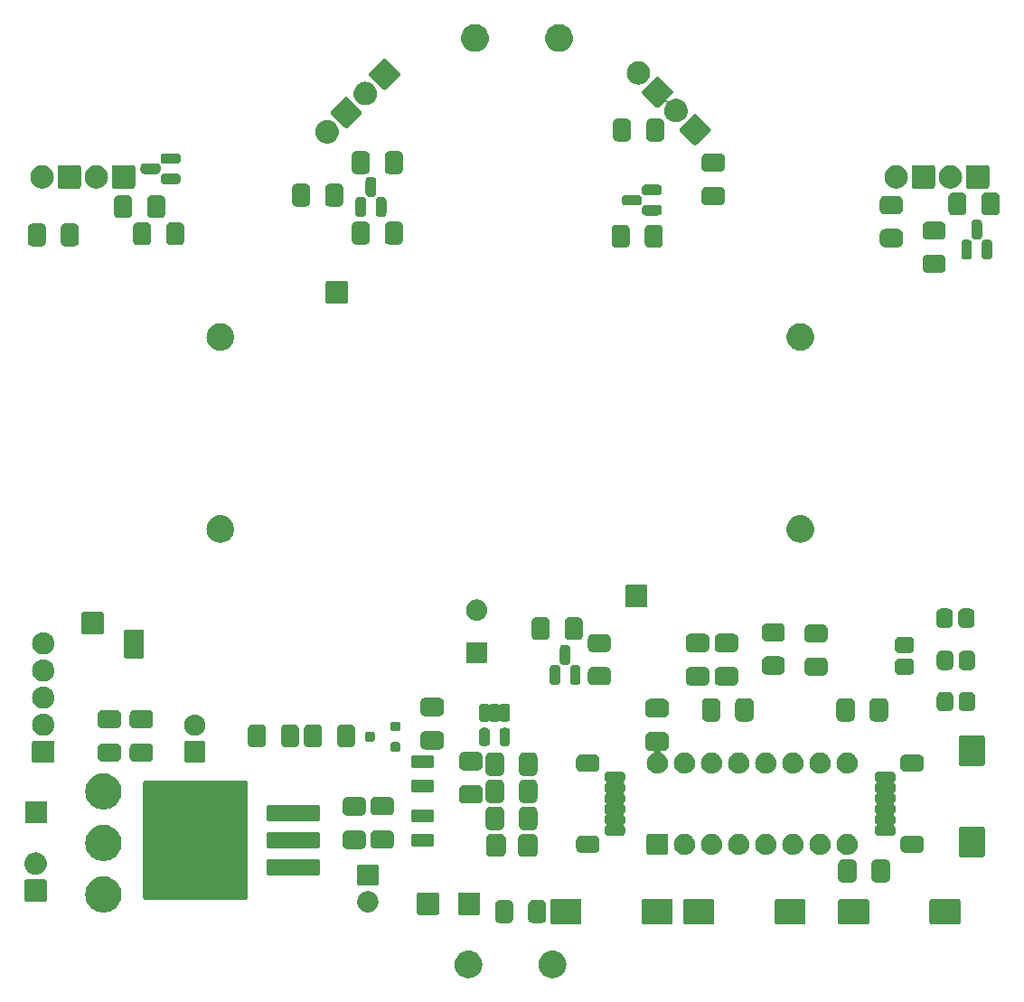
<source format=gts>
G04 #@! TF.GenerationSoftware,KiCad,Pcbnew,8.0.6*
G04 #@! TF.CreationDate,2025-01-29T21:13:59-08:00*
G04 #@! TF.ProjectId,rezq_rev2,72657a71-5f72-4657-9632-2e6b69636164,rev?*
G04 #@! TF.SameCoordinates,Original*
G04 #@! TF.FileFunction,Soldermask,Top*
G04 #@! TF.FilePolarity,Negative*
%FSLAX46Y46*%
G04 Gerber Fmt 4.6, Leading zero omitted, Abs format (unit mm)*
G04 Created by KiCad (PCBNEW 8.0.6) date 2025-01-29 21:13:59*
%MOMM*%
%LPD*%
G01*
G04 APERTURE LIST*
G04 APERTURE END LIST*
G36*
X195690930Y-190804867D02*
G01*
X195742618Y-190804867D01*
X195799584Y-190814373D01*
X195861043Y-190819750D01*
X195909309Y-190832682D01*
X195954326Y-190840195D01*
X196014719Y-190860927D01*
X196079926Y-190878400D01*
X196119864Y-190897023D01*
X196157332Y-190909886D01*
X196218887Y-190943198D01*
X196285300Y-190974167D01*
X196316568Y-190996061D01*
X196346096Y-191012041D01*
X196406203Y-191058824D01*
X196470924Y-191104142D01*
X196493733Y-191126951D01*
X196515477Y-191143875D01*
X196571333Y-191204551D01*
X196631158Y-191264376D01*
X196646258Y-191285942D01*
X196660843Y-191301785D01*
X196709501Y-191376261D01*
X196761133Y-191450000D01*
X196769750Y-191468480D01*
X196778237Y-191481470D01*
X196816759Y-191569292D01*
X196856900Y-191655374D01*
X196860638Y-191669324D01*
X196864458Y-191678033D01*
X196890036Y-191779039D01*
X196915550Y-191874257D01*
X196916289Y-191882711D01*
X196917147Y-191886097D01*
X196927191Y-192007321D01*
X196935300Y-192100000D01*
X196927190Y-192192686D01*
X196917147Y-192313902D01*
X196916289Y-192317286D01*
X196915550Y-192325743D01*
X196890031Y-192420977D01*
X196864458Y-192521966D01*
X196860638Y-192530673D01*
X196856900Y-192544626D01*
X196816752Y-192630723D01*
X196778237Y-192718529D01*
X196769752Y-192731515D01*
X196761133Y-192750000D01*
X196709491Y-192823751D01*
X196660843Y-192898214D01*
X196646261Y-192914053D01*
X196631158Y-192935624D01*
X196571321Y-192995460D01*
X196515477Y-193056124D01*
X196493737Y-193073044D01*
X196470924Y-193095858D01*
X196406190Y-193141184D01*
X196346096Y-193187958D01*
X196316574Y-193203934D01*
X196285300Y-193225833D01*
X196218873Y-193256807D01*
X196157332Y-193290113D01*
X196119873Y-193302972D01*
X196079926Y-193321600D01*
X196014706Y-193339075D01*
X195954326Y-193359804D01*
X195909316Y-193367314D01*
X195861043Y-193380250D01*
X195799580Y-193385627D01*
X195742618Y-193395133D01*
X195690930Y-193395133D01*
X195635300Y-193400000D01*
X195579670Y-193395133D01*
X195527982Y-193395133D01*
X195471018Y-193385627D01*
X195409557Y-193380250D01*
X195361284Y-193367315D01*
X195316273Y-193359804D01*
X195255888Y-193339074D01*
X195190674Y-193321600D01*
X195150729Y-193302973D01*
X195113267Y-193290113D01*
X195051718Y-193256804D01*
X194985300Y-193225833D01*
X194954028Y-193203936D01*
X194924503Y-193187958D01*
X194864399Y-193141177D01*
X194799676Y-193095858D01*
X194776865Y-193073047D01*
X194755122Y-193056124D01*
X194699265Y-192995447D01*
X194639442Y-192935624D01*
X194624341Y-192914057D01*
X194609756Y-192898214D01*
X194561093Y-192823730D01*
X194509467Y-192750000D01*
X194500850Y-192731521D01*
X194492362Y-192718529D01*
X194453830Y-192630687D01*
X194413700Y-192544626D01*
X194409962Y-192530678D01*
X194406141Y-192521966D01*
X194380550Y-192420909D01*
X194355050Y-192325743D01*
X194354310Y-192317293D01*
X194353452Y-192313902D01*
X194343390Y-192192470D01*
X194335300Y-192100000D01*
X194343389Y-192007537D01*
X194353452Y-191886097D01*
X194354310Y-191882705D01*
X194355050Y-191874257D01*
X194380545Y-191779107D01*
X194406141Y-191678033D01*
X194409963Y-191669318D01*
X194413700Y-191655374D01*
X194453823Y-191569328D01*
X194492362Y-191481470D01*
X194500851Y-191468475D01*
X194509467Y-191450000D01*
X194561083Y-191376283D01*
X194609756Y-191301785D01*
X194624344Y-191285937D01*
X194639442Y-191264376D01*
X194699253Y-191204564D01*
X194755122Y-191143875D01*
X194776870Y-191126947D01*
X194799676Y-191104142D01*
X194864386Y-191058831D01*
X194924503Y-191012041D01*
X194954035Y-190996058D01*
X194985300Y-190974167D01*
X195051705Y-190943201D01*
X195113267Y-190909886D01*
X195150737Y-190897022D01*
X195190674Y-190878400D01*
X195255875Y-190860929D01*
X195316273Y-190840195D01*
X195361292Y-190832682D01*
X195409557Y-190819750D01*
X195471015Y-190814373D01*
X195527982Y-190804867D01*
X195579670Y-190804867D01*
X195635300Y-190800000D01*
X195690930Y-190804867D01*
G37*
G36*
X203564930Y-190804867D02*
G01*
X203616618Y-190804867D01*
X203673584Y-190814373D01*
X203735043Y-190819750D01*
X203783309Y-190832682D01*
X203828326Y-190840195D01*
X203888719Y-190860927D01*
X203953926Y-190878400D01*
X203993864Y-190897023D01*
X204031332Y-190909886D01*
X204092887Y-190943198D01*
X204159300Y-190974167D01*
X204190568Y-190996061D01*
X204220096Y-191012041D01*
X204280203Y-191058824D01*
X204344924Y-191104142D01*
X204367733Y-191126951D01*
X204389477Y-191143875D01*
X204445333Y-191204551D01*
X204505158Y-191264376D01*
X204520258Y-191285942D01*
X204534843Y-191301785D01*
X204583501Y-191376261D01*
X204635133Y-191450000D01*
X204643750Y-191468480D01*
X204652237Y-191481470D01*
X204690759Y-191569292D01*
X204730900Y-191655374D01*
X204734638Y-191669324D01*
X204738458Y-191678033D01*
X204764036Y-191779039D01*
X204789550Y-191874257D01*
X204790289Y-191882711D01*
X204791147Y-191886097D01*
X204801191Y-192007321D01*
X204809300Y-192100000D01*
X204801190Y-192192686D01*
X204791147Y-192313902D01*
X204790289Y-192317286D01*
X204789550Y-192325743D01*
X204764031Y-192420977D01*
X204738458Y-192521966D01*
X204734638Y-192530673D01*
X204730900Y-192544626D01*
X204690752Y-192630723D01*
X204652237Y-192718529D01*
X204643752Y-192731515D01*
X204635133Y-192750000D01*
X204583491Y-192823751D01*
X204534843Y-192898214D01*
X204520261Y-192914053D01*
X204505158Y-192935624D01*
X204445321Y-192995460D01*
X204389477Y-193056124D01*
X204367737Y-193073044D01*
X204344924Y-193095858D01*
X204280190Y-193141184D01*
X204220096Y-193187958D01*
X204190574Y-193203934D01*
X204159300Y-193225833D01*
X204092873Y-193256807D01*
X204031332Y-193290113D01*
X203993873Y-193302972D01*
X203953926Y-193321600D01*
X203888706Y-193339075D01*
X203828326Y-193359804D01*
X203783316Y-193367314D01*
X203735043Y-193380250D01*
X203673580Y-193385627D01*
X203616618Y-193395133D01*
X203564930Y-193395133D01*
X203509300Y-193400000D01*
X203453670Y-193395133D01*
X203401982Y-193395133D01*
X203345018Y-193385627D01*
X203283557Y-193380250D01*
X203235284Y-193367315D01*
X203190273Y-193359804D01*
X203129888Y-193339074D01*
X203064674Y-193321600D01*
X203024729Y-193302973D01*
X202987267Y-193290113D01*
X202925718Y-193256804D01*
X202859300Y-193225833D01*
X202828028Y-193203936D01*
X202798503Y-193187958D01*
X202738399Y-193141177D01*
X202673676Y-193095858D01*
X202650865Y-193073047D01*
X202629122Y-193056124D01*
X202573265Y-192995447D01*
X202513442Y-192935624D01*
X202498341Y-192914057D01*
X202483756Y-192898214D01*
X202435093Y-192823730D01*
X202383467Y-192750000D01*
X202374850Y-192731521D01*
X202366362Y-192718529D01*
X202327830Y-192630687D01*
X202287700Y-192544626D01*
X202283962Y-192530678D01*
X202280141Y-192521966D01*
X202254550Y-192420909D01*
X202229050Y-192325743D01*
X202228310Y-192317293D01*
X202227452Y-192313902D01*
X202217390Y-192192470D01*
X202209300Y-192100000D01*
X202217389Y-192007537D01*
X202227452Y-191886097D01*
X202228310Y-191882705D01*
X202229050Y-191874257D01*
X202254545Y-191779107D01*
X202280141Y-191678033D01*
X202283963Y-191669318D01*
X202287700Y-191655374D01*
X202327823Y-191569328D01*
X202366362Y-191481470D01*
X202374851Y-191468475D01*
X202383467Y-191450000D01*
X202435083Y-191376283D01*
X202483756Y-191301785D01*
X202498344Y-191285937D01*
X202513442Y-191264376D01*
X202573253Y-191204564D01*
X202629122Y-191143875D01*
X202650870Y-191126947D01*
X202673676Y-191104142D01*
X202738386Y-191058831D01*
X202798503Y-191012041D01*
X202828035Y-190996058D01*
X202859300Y-190974167D01*
X202925705Y-190943201D01*
X202987267Y-190909886D01*
X203024737Y-190897022D01*
X203064674Y-190878400D01*
X203129875Y-190860929D01*
X203190273Y-190840195D01*
X203235292Y-190832682D01*
X203283557Y-190819750D01*
X203345015Y-190814373D01*
X203401982Y-190804867D01*
X203453670Y-190804867D01*
X203509300Y-190800000D01*
X203564930Y-190804867D01*
G37*
G36*
X218486043Y-185995591D02*
G01*
X218518727Y-185999894D01*
X218526948Y-186003727D01*
X218546537Y-186007624D01*
X218572480Y-186024959D01*
X218583608Y-186030148D01*
X218590378Y-186036918D01*
X218611421Y-186050979D01*
X218625481Y-186072021D01*
X218632251Y-186078791D01*
X218637438Y-186089916D01*
X218654776Y-186115863D01*
X218658672Y-186135453D01*
X218662505Y-186143672D01*
X218666806Y-186176345D01*
X218670000Y-186192400D01*
X218670000Y-188192400D01*
X218666805Y-188208458D01*
X218662505Y-188241127D01*
X218658673Y-188249344D01*
X218654776Y-188268937D01*
X218637437Y-188294885D01*
X218632251Y-188306008D01*
X218625483Y-188312775D01*
X218611421Y-188333821D01*
X218590375Y-188347883D01*
X218583608Y-188354651D01*
X218572485Y-188359837D01*
X218546537Y-188377176D01*
X218526944Y-188381073D01*
X218518727Y-188384905D01*
X218486056Y-188389206D01*
X218470000Y-188392400D01*
X215970000Y-188392400D01*
X215953943Y-188389206D01*
X215921272Y-188384905D01*
X215913053Y-188381072D01*
X215893463Y-188377176D01*
X215867516Y-188359838D01*
X215856391Y-188354651D01*
X215849621Y-188347881D01*
X215828579Y-188333821D01*
X215814518Y-188312778D01*
X215807748Y-188306008D01*
X215802559Y-188294880D01*
X215785224Y-188268937D01*
X215781327Y-188249348D01*
X215777494Y-188241127D01*
X215773190Y-188208441D01*
X215770000Y-188192400D01*
X215770000Y-186192400D01*
X215773190Y-186176358D01*
X215777494Y-186143672D01*
X215781327Y-186135449D01*
X215785224Y-186115863D01*
X215802557Y-186089921D01*
X215807748Y-186078791D01*
X215814520Y-186072018D01*
X215828579Y-186050979D01*
X215849618Y-186036920D01*
X215856391Y-186030148D01*
X215867521Y-186024957D01*
X215893463Y-186007624D01*
X215913049Y-186003727D01*
X215921272Y-185999894D01*
X215953960Y-185995590D01*
X215970000Y-185992400D01*
X218470000Y-185992400D01*
X218486043Y-185995591D01*
G37*
G36*
X227046043Y-185995591D02*
G01*
X227078727Y-185999894D01*
X227086948Y-186003727D01*
X227106537Y-186007624D01*
X227132480Y-186024959D01*
X227143608Y-186030148D01*
X227150378Y-186036918D01*
X227171421Y-186050979D01*
X227185481Y-186072021D01*
X227192251Y-186078791D01*
X227197438Y-186089916D01*
X227214776Y-186115863D01*
X227218672Y-186135453D01*
X227222505Y-186143672D01*
X227226806Y-186176345D01*
X227230000Y-186192400D01*
X227230000Y-188192400D01*
X227226805Y-188208458D01*
X227222505Y-188241127D01*
X227218673Y-188249344D01*
X227214776Y-188268937D01*
X227197437Y-188294885D01*
X227192251Y-188306008D01*
X227185483Y-188312775D01*
X227171421Y-188333821D01*
X227150375Y-188347883D01*
X227143608Y-188354651D01*
X227132485Y-188359837D01*
X227106537Y-188377176D01*
X227086944Y-188381073D01*
X227078727Y-188384905D01*
X227046056Y-188389206D01*
X227030000Y-188392400D01*
X224530000Y-188392400D01*
X224513943Y-188389206D01*
X224481272Y-188384905D01*
X224473053Y-188381072D01*
X224453463Y-188377176D01*
X224427516Y-188359838D01*
X224416391Y-188354651D01*
X224409621Y-188347881D01*
X224388579Y-188333821D01*
X224374518Y-188312778D01*
X224367748Y-188306008D01*
X224362559Y-188294880D01*
X224345224Y-188268937D01*
X224341327Y-188249348D01*
X224337494Y-188241127D01*
X224333190Y-188208441D01*
X224330000Y-188192400D01*
X224330000Y-186192400D01*
X224333190Y-186176358D01*
X224337494Y-186143672D01*
X224341327Y-186135449D01*
X224345224Y-186115863D01*
X224362557Y-186089921D01*
X224367748Y-186078791D01*
X224374520Y-186072018D01*
X224388579Y-186050979D01*
X224409618Y-186036920D01*
X224416391Y-186030148D01*
X224427521Y-186024957D01*
X224453463Y-186007624D01*
X224473049Y-186003727D01*
X224481272Y-185999894D01*
X224513960Y-185995590D01*
X224530000Y-185992400D01*
X227030000Y-185992400D01*
X227046043Y-185995591D01*
G37*
G36*
X232986043Y-185995591D02*
G01*
X233018727Y-185999894D01*
X233026948Y-186003727D01*
X233046537Y-186007624D01*
X233072480Y-186024959D01*
X233083608Y-186030148D01*
X233090378Y-186036918D01*
X233111421Y-186050979D01*
X233125481Y-186072021D01*
X233132251Y-186078791D01*
X233137438Y-186089916D01*
X233154776Y-186115863D01*
X233158672Y-186135453D01*
X233162505Y-186143672D01*
X233166806Y-186176345D01*
X233170000Y-186192400D01*
X233170000Y-188192400D01*
X233166805Y-188208458D01*
X233162505Y-188241127D01*
X233158673Y-188249344D01*
X233154776Y-188268937D01*
X233137437Y-188294885D01*
X233132251Y-188306008D01*
X233125483Y-188312775D01*
X233111421Y-188333821D01*
X233090375Y-188347883D01*
X233083608Y-188354651D01*
X233072485Y-188359837D01*
X233046537Y-188377176D01*
X233026944Y-188381073D01*
X233018727Y-188384905D01*
X232986056Y-188389206D01*
X232970000Y-188392400D01*
X230470000Y-188392400D01*
X230453943Y-188389206D01*
X230421272Y-188384905D01*
X230413053Y-188381072D01*
X230393463Y-188377176D01*
X230367516Y-188359838D01*
X230356391Y-188354651D01*
X230349621Y-188347881D01*
X230328579Y-188333821D01*
X230314518Y-188312778D01*
X230307748Y-188306008D01*
X230302559Y-188294880D01*
X230285224Y-188268937D01*
X230281327Y-188249348D01*
X230277494Y-188241127D01*
X230273190Y-188208441D01*
X230270000Y-188192400D01*
X230270000Y-186192400D01*
X230273190Y-186176358D01*
X230277494Y-186143672D01*
X230281327Y-186135449D01*
X230285224Y-186115863D01*
X230302557Y-186089921D01*
X230307748Y-186078791D01*
X230314520Y-186072018D01*
X230328579Y-186050979D01*
X230349618Y-186036920D01*
X230356391Y-186030148D01*
X230367521Y-186024957D01*
X230393463Y-186007624D01*
X230413049Y-186003727D01*
X230421272Y-185999894D01*
X230453960Y-185995590D01*
X230470000Y-185992400D01*
X232970000Y-185992400D01*
X232986043Y-185995591D01*
G37*
G36*
X241546043Y-185995591D02*
G01*
X241578727Y-185999894D01*
X241586948Y-186003727D01*
X241606537Y-186007624D01*
X241632480Y-186024959D01*
X241643608Y-186030148D01*
X241650378Y-186036918D01*
X241671421Y-186050979D01*
X241685481Y-186072021D01*
X241692251Y-186078791D01*
X241697438Y-186089916D01*
X241714776Y-186115863D01*
X241718672Y-186135453D01*
X241722505Y-186143672D01*
X241726806Y-186176345D01*
X241730000Y-186192400D01*
X241730000Y-188192400D01*
X241726805Y-188208458D01*
X241722505Y-188241127D01*
X241718673Y-188249344D01*
X241714776Y-188268937D01*
X241697437Y-188294885D01*
X241692251Y-188306008D01*
X241685483Y-188312775D01*
X241671421Y-188333821D01*
X241650375Y-188347883D01*
X241643608Y-188354651D01*
X241632485Y-188359837D01*
X241606537Y-188377176D01*
X241586944Y-188381073D01*
X241578727Y-188384905D01*
X241546056Y-188389206D01*
X241530000Y-188392400D01*
X239030000Y-188392400D01*
X239013943Y-188389206D01*
X238981272Y-188384905D01*
X238973053Y-188381072D01*
X238953463Y-188377176D01*
X238927516Y-188359838D01*
X238916391Y-188354651D01*
X238909621Y-188347881D01*
X238888579Y-188333821D01*
X238874518Y-188312778D01*
X238867748Y-188306008D01*
X238862559Y-188294880D01*
X238845224Y-188268937D01*
X238841327Y-188249348D01*
X238837494Y-188241127D01*
X238833190Y-188208441D01*
X238830000Y-188192400D01*
X238830000Y-186192400D01*
X238833190Y-186176358D01*
X238837494Y-186143672D01*
X238841327Y-186135449D01*
X238845224Y-186115863D01*
X238862557Y-186089921D01*
X238867748Y-186078791D01*
X238874520Y-186072018D01*
X238888579Y-186050979D01*
X238909618Y-186036920D01*
X238916391Y-186030148D01*
X238927521Y-186024957D01*
X238953463Y-186007624D01*
X238973049Y-186003727D01*
X238981272Y-185999894D01*
X239013960Y-185995590D01*
X239030000Y-185992400D01*
X241530000Y-185992400D01*
X241546043Y-185995591D01*
G37*
G36*
X206028043Y-185970191D02*
G01*
X206060727Y-185974494D01*
X206068948Y-185978327D01*
X206088537Y-185982224D01*
X206114480Y-185999559D01*
X206125608Y-186004748D01*
X206132378Y-186011518D01*
X206153421Y-186025579D01*
X206167481Y-186046621D01*
X206174251Y-186053391D01*
X206179438Y-186064516D01*
X206196776Y-186090463D01*
X206200672Y-186110053D01*
X206204505Y-186118272D01*
X206208806Y-186150945D01*
X206212000Y-186167000D01*
X206212000Y-188167000D01*
X206208805Y-188183058D01*
X206204505Y-188215727D01*
X206200673Y-188223944D01*
X206196776Y-188243537D01*
X206179437Y-188269485D01*
X206174251Y-188280608D01*
X206167483Y-188287375D01*
X206153421Y-188308421D01*
X206132375Y-188322483D01*
X206125608Y-188329251D01*
X206114485Y-188334437D01*
X206088537Y-188351776D01*
X206068944Y-188355673D01*
X206060727Y-188359505D01*
X206028056Y-188363806D01*
X206012000Y-188367000D01*
X203512000Y-188367000D01*
X203495943Y-188363806D01*
X203463272Y-188359505D01*
X203455053Y-188355672D01*
X203435463Y-188351776D01*
X203409516Y-188334438D01*
X203398391Y-188329251D01*
X203391621Y-188322481D01*
X203370579Y-188308421D01*
X203356518Y-188287378D01*
X203349748Y-188280608D01*
X203344559Y-188269480D01*
X203327224Y-188243537D01*
X203323327Y-188223948D01*
X203319494Y-188215727D01*
X203315190Y-188183041D01*
X203312000Y-188167000D01*
X203312000Y-186167000D01*
X203315190Y-186150958D01*
X203319494Y-186118272D01*
X203323327Y-186110049D01*
X203327224Y-186090463D01*
X203344557Y-186064521D01*
X203349748Y-186053391D01*
X203356520Y-186046618D01*
X203370579Y-186025579D01*
X203391618Y-186011520D01*
X203398391Y-186004748D01*
X203409521Y-185999557D01*
X203435463Y-185982224D01*
X203455049Y-185978327D01*
X203463272Y-185974494D01*
X203495960Y-185970190D01*
X203512000Y-185967000D01*
X206012000Y-185967000D01*
X206028043Y-185970191D01*
G37*
G36*
X214588043Y-185970191D02*
G01*
X214620727Y-185974494D01*
X214628948Y-185978327D01*
X214648537Y-185982224D01*
X214674480Y-185999559D01*
X214685608Y-186004748D01*
X214692378Y-186011518D01*
X214713421Y-186025579D01*
X214727481Y-186046621D01*
X214734251Y-186053391D01*
X214739438Y-186064516D01*
X214756776Y-186090463D01*
X214760672Y-186110053D01*
X214764505Y-186118272D01*
X214768806Y-186150945D01*
X214772000Y-186167000D01*
X214772000Y-188167000D01*
X214768805Y-188183058D01*
X214764505Y-188215727D01*
X214760673Y-188223944D01*
X214756776Y-188243537D01*
X214739437Y-188269485D01*
X214734251Y-188280608D01*
X214727483Y-188287375D01*
X214713421Y-188308421D01*
X214692375Y-188322483D01*
X214685608Y-188329251D01*
X214674485Y-188334437D01*
X214648537Y-188351776D01*
X214628944Y-188355673D01*
X214620727Y-188359505D01*
X214588056Y-188363806D01*
X214572000Y-188367000D01*
X212072000Y-188367000D01*
X212055943Y-188363806D01*
X212023272Y-188359505D01*
X212015053Y-188355672D01*
X211995463Y-188351776D01*
X211969516Y-188334438D01*
X211958391Y-188329251D01*
X211951621Y-188322481D01*
X211930579Y-188308421D01*
X211916518Y-188287378D01*
X211909748Y-188280608D01*
X211904559Y-188269480D01*
X211887224Y-188243537D01*
X211883327Y-188223948D01*
X211879494Y-188215727D01*
X211875190Y-188183041D01*
X211872000Y-188167000D01*
X211872000Y-186167000D01*
X211875190Y-186150958D01*
X211879494Y-186118272D01*
X211883327Y-186110049D01*
X211887224Y-186090463D01*
X211904557Y-186064521D01*
X211909748Y-186053391D01*
X211916520Y-186046618D01*
X211930579Y-186025579D01*
X211951618Y-186011520D01*
X211958391Y-186004748D01*
X211969521Y-185999557D01*
X211995463Y-185982224D01*
X212015049Y-185978327D01*
X212023272Y-185974494D01*
X212055960Y-185970190D01*
X212072000Y-185967000D01*
X214572000Y-185967000D01*
X214588043Y-185970191D01*
G37*
G36*
X199466660Y-186099845D02*
G01*
X199486123Y-186106655D01*
X199499191Y-186108376D01*
X199543552Y-186126750D01*
X199593271Y-186144148D01*
X199603141Y-186151432D01*
X199607461Y-186153222D01*
X199655204Y-186189856D01*
X199701198Y-186223802D01*
X199735148Y-186269803D01*
X199771777Y-186317538D01*
X199773565Y-186321856D01*
X199780852Y-186331729D01*
X199798252Y-186381456D01*
X199816623Y-186425808D01*
X199818342Y-186438872D01*
X199825155Y-186458340D01*
X199833000Y-186542000D01*
X199833000Y-187792000D01*
X199825155Y-187875660D01*
X199818342Y-187895128D01*
X199816623Y-187908191D01*
X199798254Y-187952537D01*
X199780852Y-188002271D01*
X199773564Y-188012144D01*
X199771777Y-188016461D01*
X199735168Y-188064170D01*
X199701198Y-188110198D01*
X199655170Y-188144168D01*
X199607461Y-188180777D01*
X199603144Y-188182564D01*
X199593271Y-188189852D01*
X199543537Y-188207254D01*
X199499191Y-188225623D01*
X199486128Y-188227342D01*
X199466660Y-188234155D01*
X199383000Y-188242000D01*
X198583000Y-188242000D01*
X198499340Y-188234155D01*
X198479872Y-188227342D01*
X198466808Y-188225623D01*
X198422456Y-188207252D01*
X198372729Y-188189852D01*
X198362856Y-188182565D01*
X198358538Y-188180777D01*
X198310803Y-188144148D01*
X198264802Y-188110198D01*
X198230856Y-188064204D01*
X198194222Y-188016461D01*
X198192432Y-188012141D01*
X198185148Y-188002271D01*
X198167750Y-187952552D01*
X198149376Y-187908191D01*
X198147655Y-187895123D01*
X198140845Y-187875660D01*
X198133000Y-187792000D01*
X198133000Y-186542000D01*
X198140845Y-186458340D01*
X198147655Y-186438876D01*
X198149376Y-186425808D01*
X198167753Y-186381440D01*
X198185148Y-186331729D01*
X198192431Y-186321859D01*
X198194222Y-186317538D01*
X198230876Y-186269769D01*
X198264802Y-186223802D01*
X198310769Y-186189876D01*
X198358538Y-186153222D01*
X198362859Y-186151431D01*
X198372729Y-186144148D01*
X198422440Y-186126753D01*
X198466808Y-186108376D01*
X198479876Y-186106655D01*
X198499340Y-186099845D01*
X198583000Y-186092000D01*
X199383000Y-186092000D01*
X199466660Y-186099845D01*
G37*
G36*
X202566660Y-186099845D02*
G01*
X202586123Y-186106655D01*
X202599191Y-186108376D01*
X202643552Y-186126750D01*
X202693271Y-186144148D01*
X202703141Y-186151432D01*
X202707461Y-186153222D01*
X202755204Y-186189856D01*
X202801198Y-186223802D01*
X202835148Y-186269803D01*
X202871777Y-186317538D01*
X202873565Y-186321856D01*
X202880852Y-186331729D01*
X202898252Y-186381456D01*
X202916623Y-186425808D01*
X202918342Y-186438872D01*
X202925155Y-186458340D01*
X202933000Y-186542000D01*
X202933000Y-187792000D01*
X202925155Y-187875660D01*
X202918342Y-187895128D01*
X202916623Y-187908191D01*
X202898254Y-187952537D01*
X202880852Y-188002271D01*
X202873564Y-188012144D01*
X202871777Y-188016461D01*
X202835168Y-188064170D01*
X202801198Y-188110198D01*
X202755170Y-188144168D01*
X202707461Y-188180777D01*
X202703144Y-188182564D01*
X202693271Y-188189852D01*
X202643537Y-188207254D01*
X202599191Y-188225623D01*
X202586128Y-188227342D01*
X202566660Y-188234155D01*
X202483000Y-188242000D01*
X201683000Y-188242000D01*
X201599340Y-188234155D01*
X201579872Y-188227342D01*
X201566808Y-188225623D01*
X201522456Y-188207252D01*
X201472729Y-188189852D01*
X201462856Y-188182565D01*
X201458538Y-188180777D01*
X201410803Y-188144148D01*
X201364802Y-188110198D01*
X201330856Y-188064204D01*
X201294222Y-188016461D01*
X201292432Y-188012141D01*
X201285148Y-188002271D01*
X201267750Y-187952552D01*
X201249376Y-187908191D01*
X201247655Y-187895123D01*
X201240845Y-187875660D01*
X201233000Y-187792000D01*
X201233000Y-186542000D01*
X201240845Y-186458340D01*
X201247655Y-186438876D01*
X201249376Y-186425808D01*
X201267753Y-186381440D01*
X201285148Y-186331729D01*
X201292431Y-186321859D01*
X201294222Y-186317538D01*
X201330876Y-186269769D01*
X201364802Y-186223802D01*
X201410769Y-186189876D01*
X201458538Y-186153222D01*
X201462859Y-186151431D01*
X201472729Y-186144148D01*
X201522440Y-186126753D01*
X201566808Y-186108376D01*
X201579876Y-186106655D01*
X201599340Y-186099845D01*
X201683000Y-186092000D01*
X202483000Y-186092000D01*
X202566660Y-186099845D01*
G37*
G36*
X192726043Y-185373191D02*
G01*
X192758727Y-185377494D01*
X192766948Y-185381327D01*
X192786537Y-185385224D01*
X192812480Y-185402559D01*
X192823608Y-185407748D01*
X192830378Y-185414518D01*
X192851421Y-185428579D01*
X192865481Y-185449621D01*
X192872251Y-185456391D01*
X192877438Y-185467516D01*
X192894776Y-185493463D01*
X192898672Y-185513053D01*
X192902505Y-185521272D01*
X192906806Y-185553945D01*
X192910000Y-185570000D01*
X192910000Y-187270000D01*
X192906805Y-187286058D01*
X192902505Y-187318727D01*
X192898673Y-187326944D01*
X192894776Y-187346537D01*
X192877437Y-187372485D01*
X192872251Y-187383608D01*
X192865483Y-187390375D01*
X192851421Y-187411421D01*
X192830375Y-187425483D01*
X192823608Y-187432251D01*
X192812485Y-187437437D01*
X192786537Y-187454776D01*
X192766944Y-187458673D01*
X192758727Y-187462505D01*
X192726056Y-187466806D01*
X192710000Y-187470000D01*
X191010000Y-187470000D01*
X190993943Y-187466806D01*
X190961272Y-187462505D01*
X190953053Y-187458672D01*
X190933463Y-187454776D01*
X190907516Y-187437438D01*
X190896391Y-187432251D01*
X190889621Y-187425481D01*
X190868579Y-187411421D01*
X190854518Y-187390378D01*
X190847748Y-187383608D01*
X190842559Y-187372480D01*
X190825224Y-187346537D01*
X190821327Y-187326948D01*
X190817494Y-187318727D01*
X190813190Y-187286041D01*
X190810000Y-187270000D01*
X190810000Y-185570000D01*
X190813190Y-185553958D01*
X190817494Y-185521272D01*
X190821327Y-185513049D01*
X190825224Y-185493463D01*
X190842557Y-185467521D01*
X190847748Y-185456391D01*
X190854520Y-185449618D01*
X190868579Y-185428579D01*
X190889618Y-185414520D01*
X190896391Y-185407748D01*
X190907521Y-185402557D01*
X190933463Y-185385224D01*
X190953049Y-185381327D01*
X190961272Y-185377494D01*
X190993960Y-185373190D01*
X191010000Y-185370000D01*
X192710000Y-185370000D01*
X192726043Y-185373191D01*
G37*
G36*
X196566043Y-185373191D02*
G01*
X196598727Y-185377494D01*
X196606948Y-185381327D01*
X196626537Y-185385224D01*
X196652480Y-185402559D01*
X196663608Y-185407748D01*
X196670378Y-185414518D01*
X196691421Y-185428579D01*
X196705481Y-185449621D01*
X196712251Y-185456391D01*
X196717438Y-185467516D01*
X196734776Y-185493463D01*
X196738672Y-185513053D01*
X196742505Y-185521272D01*
X196746806Y-185553945D01*
X196750000Y-185570000D01*
X196750000Y-187270000D01*
X196746805Y-187286058D01*
X196742505Y-187318727D01*
X196738673Y-187326944D01*
X196734776Y-187346537D01*
X196717437Y-187372485D01*
X196712251Y-187383608D01*
X196705483Y-187390375D01*
X196691421Y-187411421D01*
X196670375Y-187425483D01*
X196663608Y-187432251D01*
X196652485Y-187437437D01*
X196626537Y-187454776D01*
X196606944Y-187458673D01*
X196598727Y-187462505D01*
X196566056Y-187466806D01*
X196550000Y-187470000D01*
X194850000Y-187470000D01*
X194833943Y-187466806D01*
X194801272Y-187462505D01*
X194793053Y-187458672D01*
X194773463Y-187454776D01*
X194747516Y-187437438D01*
X194736391Y-187432251D01*
X194729621Y-187425481D01*
X194708579Y-187411421D01*
X194694518Y-187390378D01*
X194687748Y-187383608D01*
X194682559Y-187372480D01*
X194665224Y-187346537D01*
X194661327Y-187326948D01*
X194657494Y-187318727D01*
X194653190Y-187286041D01*
X194650000Y-187270000D01*
X194650000Y-185570000D01*
X194653190Y-185553958D01*
X194657494Y-185521272D01*
X194661327Y-185513049D01*
X194665224Y-185493463D01*
X194682557Y-185467521D01*
X194687748Y-185456391D01*
X194694520Y-185449618D01*
X194708579Y-185428579D01*
X194729618Y-185414520D01*
X194736391Y-185407748D01*
X194747521Y-185402557D01*
X194773463Y-185385224D01*
X194793049Y-185381327D01*
X194801272Y-185377494D01*
X194833960Y-185373190D01*
X194850000Y-185370000D01*
X196550000Y-185370000D01*
X196566043Y-185373191D01*
G37*
G36*
X161816286Y-183896623D02*
G01*
X162059080Y-183971515D01*
X162288000Y-184081757D01*
X162497933Y-184224886D01*
X162684188Y-184397706D01*
X162842606Y-184596356D01*
X162969647Y-184816398D01*
X163062474Y-185052916D01*
X163119012Y-185300628D01*
X163138000Y-185554000D01*
X163119012Y-185807372D01*
X163062474Y-186055084D01*
X162969647Y-186291602D01*
X162842606Y-186511644D01*
X162684188Y-186710294D01*
X162497933Y-186883114D01*
X162288000Y-187026243D01*
X162059080Y-187136485D01*
X161816286Y-187211377D01*
X161565041Y-187249246D01*
X161310959Y-187249246D01*
X161059714Y-187211377D01*
X160816920Y-187136485D01*
X160588000Y-187026243D01*
X160378067Y-186883114D01*
X160191812Y-186710294D01*
X160033394Y-186511644D01*
X159906353Y-186291602D01*
X159813526Y-186055084D01*
X159756988Y-185807372D01*
X159738000Y-185554000D01*
X159756988Y-185300628D01*
X159813526Y-185052916D01*
X159906353Y-184816398D01*
X160033394Y-184596356D01*
X160191812Y-184397706D01*
X160378067Y-184224886D01*
X160588000Y-184081757D01*
X160816920Y-183971515D01*
X161059714Y-183896623D01*
X161310959Y-183858754D01*
X161565041Y-183858754D01*
X161816286Y-183896623D01*
G37*
G36*
X186251724Y-185241420D02*
G01*
X186295218Y-185241420D01*
X186343658Y-185250474D01*
X186398090Y-185255836D01*
X186439438Y-185268378D01*
X186476518Y-185275310D01*
X186527868Y-185295203D01*
X186585683Y-185312741D01*
X186618720Y-185330399D01*
X186648501Y-185341937D01*
X186700245Y-185373975D01*
X186758570Y-185405151D01*
X186783076Y-185425262D01*
X186805311Y-185439030D01*
X186854575Y-185483940D01*
X186910107Y-185529514D01*
X186926563Y-185549566D01*
X186941611Y-185563284D01*
X186985297Y-185621134D01*
X187034470Y-185681051D01*
X187043977Y-185698839D01*
X187052762Y-185710471D01*
X187087713Y-185780661D01*
X187126880Y-185853938D01*
X187131056Y-185867707D01*
X187134972Y-185875570D01*
X187158105Y-185956876D01*
X187183785Y-186041531D01*
X187184628Y-186050094D01*
X187185446Y-186052968D01*
X187193943Y-186144668D01*
X187203000Y-186236621D01*
X187193942Y-186328581D01*
X187185446Y-186420273D01*
X187184628Y-186423145D01*
X187183785Y-186431711D01*
X187158100Y-186516380D01*
X187134972Y-186597671D01*
X187131057Y-186605532D01*
X187126880Y-186619304D01*
X187087705Y-186692593D01*
X187052762Y-186762770D01*
X187043979Y-186774399D01*
X187034470Y-186792191D01*
X186985288Y-186852119D01*
X186941611Y-186909957D01*
X186926566Y-186923671D01*
X186910107Y-186943728D01*
X186854564Y-186989310D01*
X186805311Y-187034211D01*
X186783081Y-187047975D01*
X186758570Y-187068091D01*
X186700233Y-187099272D01*
X186648501Y-187131304D01*
X186618727Y-187142838D01*
X186585683Y-187160501D01*
X186527856Y-187178042D01*
X186476518Y-187197931D01*
X186439445Y-187204861D01*
X186398090Y-187217406D01*
X186343655Y-187222767D01*
X186295218Y-187231822D01*
X186251724Y-187231822D01*
X186203000Y-187236621D01*
X186154276Y-187231822D01*
X186110782Y-187231822D01*
X186062343Y-187222767D01*
X186007910Y-187217406D01*
X185966555Y-187204861D01*
X185929481Y-187197931D01*
X185878139Y-187178040D01*
X185820317Y-187160501D01*
X185787275Y-187142839D01*
X185757498Y-187131304D01*
X185705759Y-187099268D01*
X185647430Y-187068091D01*
X185622921Y-187047977D01*
X185600688Y-187034211D01*
X185551425Y-186989302D01*
X185495893Y-186943728D01*
X185479436Y-186923675D01*
X185464388Y-186909957D01*
X185420699Y-186852103D01*
X185371530Y-186792191D01*
X185362022Y-186774404D01*
X185353237Y-186762770D01*
X185318279Y-186692566D01*
X185279120Y-186619304D01*
X185274943Y-186605537D01*
X185271027Y-186597671D01*
X185247882Y-186516327D01*
X185222215Y-186431711D01*
X185221371Y-186423151D01*
X185220553Y-186420273D01*
X185212040Y-186328409D01*
X185203000Y-186236621D01*
X185212039Y-186144840D01*
X185220553Y-186052968D01*
X185221372Y-186050089D01*
X185222215Y-186041531D01*
X185247878Y-185956929D01*
X185271027Y-185875570D01*
X185274944Y-185867702D01*
X185279120Y-185853938D01*
X185318272Y-185780689D01*
X185353237Y-185710471D01*
X185362024Y-185698834D01*
X185371530Y-185681051D01*
X185420689Y-185621149D01*
X185464388Y-185563284D01*
X185479439Y-185549562D01*
X185495893Y-185529514D01*
X185551414Y-185483948D01*
X185600688Y-185439030D01*
X185622926Y-185425260D01*
X185647430Y-185405151D01*
X185705747Y-185373979D01*
X185757498Y-185341937D01*
X185787282Y-185330398D01*
X185820317Y-185312741D01*
X185878127Y-185295204D01*
X185929481Y-185275310D01*
X185966562Y-185268378D01*
X186007910Y-185255836D01*
X186062340Y-185250474D01*
X186110782Y-185241420D01*
X186154276Y-185241420D01*
X186203000Y-185236621D01*
X186251724Y-185241420D01*
G37*
G36*
X155954043Y-184157191D02*
G01*
X155986727Y-184161494D01*
X155994948Y-184165327D01*
X156014537Y-184169224D01*
X156040480Y-184186559D01*
X156051608Y-184191748D01*
X156058378Y-184198518D01*
X156079421Y-184212579D01*
X156093481Y-184233621D01*
X156100251Y-184240391D01*
X156105438Y-184251516D01*
X156122776Y-184277463D01*
X156126672Y-184297053D01*
X156130505Y-184305272D01*
X156134806Y-184337945D01*
X156138000Y-184354000D01*
X156138000Y-186054000D01*
X156134805Y-186070058D01*
X156130505Y-186102727D01*
X156126673Y-186110944D01*
X156122776Y-186130537D01*
X156105437Y-186156485D01*
X156100251Y-186167608D01*
X156093483Y-186174375D01*
X156079421Y-186195421D01*
X156058375Y-186209483D01*
X156051608Y-186216251D01*
X156040485Y-186221437D01*
X156014537Y-186238776D01*
X155994944Y-186242673D01*
X155986727Y-186246505D01*
X155954056Y-186250806D01*
X155938000Y-186254000D01*
X154238000Y-186254000D01*
X154221943Y-186250806D01*
X154189272Y-186246505D01*
X154181053Y-186242672D01*
X154161463Y-186238776D01*
X154135516Y-186221438D01*
X154124391Y-186216251D01*
X154117621Y-186209481D01*
X154096579Y-186195421D01*
X154082518Y-186174378D01*
X154075748Y-186167608D01*
X154070559Y-186156480D01*
X154053224Y-186130537D01*
X154049327Y-186110948D01*
X154045494Y-186102727D01*
X154041190Y-186070041D01*
X154038000Y-186054000D01*
X154038000Y-184354000D01*
X154041190Y-184337958D01*
X154045494Y-184305272D01*
X154049327Y-184297049D01*
X154053224Y-184277463D01*
X154070557Y-184251521D01*
X154075748Y-184240391D01*
X154082520Y-184233618D01*
X154096579Y-184212579D01*
X154117618Y-184198520D01*
X154124391Y-184191748D01*
X154135521Y-184186557D01*
X154161463Y-184169224D01*
X154181049Y-184165327D01*
X154189272Y-184161494D01*
X154221960Y-184157190D01*
X154238000Y-184154000D01*
X155938000Y-184154000D01*
X155954043Y-184157191D01*
G37*
G36*
X174784043Y-174877191D02*
G01*
X174816727Y-174881494D01*
X174824948Y-174885327D01*
X174844537Y-174889224D01*
X174870480Y-174906559D01*
X174881608Y-174911748D01*
X174888378Y-174918518D01*
X174909421Y-174932579D01*
X174923481Y-174953621D01*
X174930251Y-174960391D01*
X174935438Y-174971516D01*
X174952776Y-174997463D01*
X174956672Y-175017053D01*
X174960505Y-175025272D01*
X174964806Y-175057945D01*
X174968000Y-175074000D01*
X174968000Y-185874000D01*
X174964805Y-185890058D01*
X174960505Y-185922727D01*
X174956673Y-185930944D01*
X174952776Y-185950537D01*
X174935437Y-185976485D01*
X174930251Y-185987608D01*
X174923483Y-185994375D01*
X174909421Y-186015421D01*
X174888375Y-186029483D01*
X174881608Y-186036251D01*
X174870485Y-186041437D01*
X174844537Y-186058776D01*
X174824944Y-186062673D01*
X174816727Y-186066505D01*
X174784056Y-186070806D01*
X174768000Y-186074000D01*
X165368000Y-186074000D01*
X165351943Y-186070806D01*
X165319272Y-186066505D01*
X165311053Y-186062672D01*
X165291463Y-186058776D01*
X165265516Y-186041438D01*
X165254391Y-186036251D01*
X165247621Y-186029481D01*
X165226579Y-186015421D01*
X165212518Y-185994378D01*
X165205748Y-185987608D01*
X165200559Y-185976480D01*
X165183224Y-185950537D01*
X165179327Y-185930948D01*
X165175494Y-185922727D01*
X165171190Y-185890041D01*
X165168000Y-185874000D01*
X165168000Y-175074000D01*
X165171190Y-175057958D01*
X165175494Y-175025272D01*
X165179327Y-175017049D01*
X165183224Y-174997463D01*
X165200557Y-174971521D01*
X165205748Y-174960391D01*
X165212520Y-174953618D01*
X165226579Y-174932579D01*
X165247618Y-174918520D01*
X165254391Y-174911748D01*
X165265521Y-174906557D01*
X165291463Y-174889224D01*
X165311049Y-174885327D01*
X165319272Y-174881494D01*
X165351960Y-174877190D01*
X165368000Y-174874000D01*
X174768000Y-174874000D01*
X174784043Y-174877191D01*
G37*
G36*
X187019043Y-182739812D02*
G01*
X187051727Y-182744115D01*
X187059948Y-182747948D01*
X187079537Y-182751845D01*
X187105480Y-182769180D01*
X187116608Y-182774369D01*
X187123378Y-182781139D01*
X187144421Y-182795200D01*
X187158481Y-182816242D01*
X187165251Y-182823012D01*
X187170438Y-182834137D01*
X187187776Y-182860084D01*
X187191672Y-182879674D01*
X187195505Y-182887893D01*
X187199806Y-182920566D01*
X187203000Y-182936621D01*
X187203000Y-184536621D01*
X187199805Y-184552679D01*
X187195505Y-184585348D01*
X187191673Y-184593565D01*
X187187776Y-184613158D01*
X187170437Y-184639106D01*
X187165251Y-184650229D01*
X187158483Y-184656996D01*
X187144421Y-184678042D01*
X187123375Y-184692104D01*
X187116608Y-184698872D01*
X187105485Y-184704058D01*
X187079537Y-184721397D01*
X187059944Y-184725294D01*
X187051727Y-184729126D01*
X187019056Y-184733427D01*
X187003000Y-184736621D01*
X185403000Y-184736621D01*
X185386943Y-184733427D01*
X185354272Y-184729126D01*
X185346053Y-184725293D01*
X185326463Y-184721397D01*
X185300516Y-184704059D01*
X185289391Y-184698872D01*
X185282621Y-184692102D01*
X185261579Y-184678042D01*
X185247518Y-184656999D01*
X185240748Y-184650229D01*
X185235559Y-184639101D01*
X185218224Y-184613158D01*
X185214327Y-184593569D01*
X185210494Y-184585348D01*
X185206190Y-184552662D01*
X185203000Y-184536621D01*
X185203000Y-182936621D01*
X185206190Y-182920579D01*
X185210494Y-182887893D01*
X185214327Y-182879670D01*
X185218224Y-182860084D01*
X185235557Y-182834142D01*
X185240748Y-182823012D01*
X185247520Y-182816239D01*
X185261579Y-182795200D01*
X185282618Y-182781141D01*
X185289391Y-182774369D01*
X185300521Y-182769178D01*
X185326463Y-182751845D01*
X185346049Y-182747948D01*
X185354272Y-182744115D01*
X185386960Y-182739811D01*
X185403000Y-182736621D01*
X187003000Y-182736621D01*
X187019043Y-182739812D01*
G37*
G36*
X231633660Y-182257845D02*
G01*
X231653123Y-182264655D01*
X231666191Y-182266376D01*
X231710552Y-182284750D01*
X231760271Y-182302148D01*
X231770141Y-182309432D01*
X231774461Y-182311222D01*
X231822204Y-182347856D01*
X231868198Y-182381802D01*
X231902148Y-182427803D01*
X231938777Y-182475538D01*
X231940565Y-182479856D01*
X231947852Y-182489729D01*
X231965252Y-182539456D01*
X231983623Y-182583808D01*
X231985342Y-182596872D01*
X231992155Y-182616340D01*
X232000000Y-182700000D01*
X232000000Y-184000000D01*
X231992155Y-184083660D01*
X231985342Y-184103128D01*
X231983623Y-184116191D01*
X231965254Y-184160537D01*
X231947852Y-184210271D01*
X231940564Y-184220144D01*
X231938777Y-184224461D01*
X231902168Y-184272170D01*
X231868198Y-184318198D01*
X231822170Y-184352168D01*
X231774461Y-184388777D01*
X231770144Y-184390564D01*
X231760271Y-184397852D01*
X231710537Y-184415254D01*
X231666191Y-184433623D01*
X231653128Y-184435342D01*
X231633660Y-184442155D01*
X231550000Y-184450000D01*
X230725000Y-184450000D01*
X230641340Y-184442155D01*
X230621872Y-184435342D01*
X230608808Y-184433623D01*
X230564456Y-184415252D01*
X230514729Y-184397852D01*
X230504856Y-184390565D01*
X230500538Y-184388777D01*
X230452803Y-184352148D01*
X230406802Y-184318198D01*
X230372856Y-184272204D01*
X230336222Y-184224461D01*
X230334432Y-184220141D01*
X230327148Y-184210271D01*
X230309750Y-184160552D01*
X230291376Y-184116191D01*
X230289655Y-184103123D01*
X230282845Y-184083660D01*
X230275000Y-184000000D01*
X230275000Y-182700000D01*
X230282845Y-182616340D01*
X230289655Y-182596876D01*
X230291376Y-182583808D01*
X230309753Y-182539440D01*
X230327148Y-182489729D01*
X230334431Y-182479859D01*
X230336222Y-182475538D01*
X230372876Y-182427769D01*
X230406802Y-182381802D01*
X230452769Y-182347876D01*
X230500538Y-182311222D01*
X230504859Y-182309431D01*
X230514729Y-182302148D01*
X230564440Y-182284753D01*
X230608808Y-182266376D01*
X230621876Y-182264655D01*
X230641340Y-182257845D01*
X230725000Y-182250000D01*
X231550000Y-182250000D01*
X231633660Y-182257845D01*
G37*
G36*
X234758660Y-182257845D02*
G01*
X234778123Y-182264655D01*
X234791191Y-182266376D01*
X234835552Y-182284750D01*
X234885271Y-182302148D01*
X234895141Y-182309432D01*
X234899461Y-182311222D01*
X234947204Y-182347856D01*
X234993198Y-182381802D01*
X235027148Y-182427803D01*
X235063777Y-182475538D01*
X235065565Y-182479856D01*
X235072852Y-182489729D01*
X235090252Y-182539456D01*
X235108623Y-182583808D01*
X235110342Y-182596872D01*
X235117155Y-182616340D01*
X235125000Y-182700000D01*
X235125000Y-184000000D01*
X235117155Y-184083660D01*
X235110342Y-184103128D01*
X235108623Y-184116191D01*
X235090254Y-184160537D01*
X235072852Y-184210271D01*
X235065564Y-184220144D01*
X235063777Y-184224461D01*
X235027168Y-184272170D01*
X234993198Y-184318198D01*
X234947170Y-184352168D01*
X234899461Y-184388777D01*
X234895144Y-184390564D01*
X234885271Y-184397852D01*
X234835537Y-184415254D01*
X234791191Y-184433623D01*
X234778128Y-184435342D01*
X234758660Y-184442155D01*
X234675000Y-184450000D01*
X233850000Y-184450000D01*
X233766340Y-184442155D01*
X233746872Y-184435342D01*
X233733808Y-184433623D01*
X233689456Y-184415252D01*
X233639729Y-184397852D01*
X233629856Y-184390565D01*
X233625538Y-184388777D01*
X233577803Y-184352148D01*
X233531802Y-184318198D01*
X233497856Y-184272204D01*
X233461222Y-184224461D01*
X233459432Y-184220141D01*
X233452148Y-184210271D01*
X233434750Y-184160552D01*
X233416376Y-184116191D01*
X233414655Y-184103123D01*
X233407845Y-184083660D01*
X233400000Y-184000000D01*
X233400000Y-182700000D01*
X233407845Y-182616340D01*
X233414655Y-182596876D01*
X233416376Y-182583808D01*
X233434753Y-182539440D01*
X233452148Y-182489729D01*
X233459431Y-182479859D01*
X233461222Y-182475538D01*
X233497876Y-182427769D01*
X233531802Y-182381802D01*
X233577769Y-182347876D01*
X233625538Y-182311222D01*
X233629859Y-182309431D01*
X233639729Y-182302148D01*
X233689440Y-182284753D01*
X233733808Y-182266376D01*
X233746876Y-182264655D01*
X233766340Y-182257845D01*
X233850000Y-182250000D01*
X234675000Y-182250000D01*
X234758660Y-182257845D01*
G37*
G36*
X181534043Y-182267191D02*
G01*
X181566727Y-182271494D01*
X181574948Y-182275327D01*
X181594537Y-182279224D01*
X181620480Y-182296559D01*
X181631608Y-182301748D01*
X181638378Y-182308518D01*
X181659421Y-182322579D01*
X181673481Y-182343621D01*
X181680251Y-182350391D01*
X181685438Y-182361516D01*
X181702776Y-182387463D01*
X181706672Y-182407053D01*
X181710505Y-182415272D01*
X181714806Y-182447945D01*
X181718000Y-182464000D01*
X181718000Y-183564000D01*
X181714805Y-183580058D01*
X181710505Y-183612727D01*
X181706673Y-183620944D01*
X181702776Y-183640537D01*
X181685437Y-183666485D01*
X181680251Y-183677608D01*
X181673483Y-183684375D01*
X181659421Y-183705421D01*
X181638375Y-183719483D01*
X181631608Y-183726251D01*
X181620485Y-183731437D01*
X181594537Y-183748776D01*
X181574944Y-183752673D01*
X181566727Y-183756505D01*
X181534056Y-183760806D01*
X181518000Y-183764000D01*
X176918000Y-183764000D01*
X176901943Y-183760806D01*
X176869272Y-183756505D01*
X176861053Y-183752672D01*
X176841463Y-183748776D01*
X176815516Y-183731438D01*
X176804391Y-183726251D01*
X176797621Y-183719481D01*
X176776579Y-183705421D01*
X176762518Y-183684378D01*
X176755748Y-183677608D01*
X176750559Y-183666480D01*
X176733224Y-183640537D01*
X176729327Y-183620948D01*
X176725494Y-183612727D01*
X176721190Y-183580041D01*
X176718000Y-183564000D01*
X176718000Y-182464000D01*
X176721190Y-182447958D01*
X176725494Y-182415272D01*
X176729327Y-182407049D01*
X176733224Y-182387463D01*
X176750557Y-182361521D01*
X176755748Y-182350391D01*
X176762520Y-182343618D01*
X176776579Y-182322579D01*
X176797618Y-182308520D01*
X176804391Y-182301748D01*
X176815521Y-182296557D01*
X176841463Y-182279224D01*
X176861049Y-182275327D01*
X176869272Y-182271494D01*
X176901960Y-182267190D01*
X176918000Y-182264000D01*
X181518000Y-182264000D01*
X181534043Y-182267191D01*
G37*
G36*
X155138889Y-181619012D02*
G01*
X155184830Y-181619012D01*
X155235988Y-181628575D01*
X155292845Y-181634175D01*
X155336042Y-181647278D01*
X155375202Y-181654599D01*
X155429438Y-181675609D01*
X155489818Y-181693926D01*
X155524315Y-181712365D01*
X155555786Y-181724557D01*
X155610469Y-181758415D01*
X155671349Y-181790957D01*
X155696929Y-181811950D01*
X155720442Y-181826509D01*
X155772546Y-181874008D01*
X155830462Y-181921538D01*
X155847621Y-181942446D01*
X155863564Y-181956980D01*
X155909838Y-182018258D01*
X155961043Y-182080651D01*
X155970947Y-182099180D01*
X155980273Y-182111530D01*
X156017372Y-182186034D01*
X156058074Y-182262182D01*
X156062415Y-182276492D01*
X156066596Y-182284889D01*
X156091295Y-182371697D01*
X156117825Y-182459155D01*
X156118696Y-182468003D01*
X156119594Y-182471158D01*
X156128933Y-182571944D01*
X156138000Y-182664000D01*
X156128932Y-182756063D01*
X156119594Y-182856841D01*
X156118696Y-182859994D01*
X156117825Y-182868845D01*
X156091290Y-182956317D01*
X156066596Y-183043110D01*
X156062415Y-183051504D01*
X156058074Y-183065818D01*
X156017364Y-183141979D01*
X155980273Y-183216469D01*
X155970949Y-183228815D01*
X155961043Y-183247349D01*
X155909829Y-183309752D01*
X155863564Y-183371019D01*
X155847624Y-183385549D01*
X155830462Y-183406462D01*
X155772535Y-183454000D01*
X155720442Y-183501490D01*
X155696934Y-183516045D01*
X155671349Y-183537043D01*
X155610457Y-183569590D01*
X155555786Y-183603442D01*
X155524321Y-183615631D01*
X155489818Y-183634074D01*
X155429426Y-183652393D01*
X155375202Y-183673400D01*
X155336049Y-183680719D01*
X155292845Y-183693825D01*
X155235985Y-183699425D01*
X155184830Y-183708988D01*
X155138889Y-183708988D01*
X155088000Y-183714000D01*
X155037111Y-183708988D01*
X154991170Y-183708988D01*
X154940014Y-183699424D01*
X154883155Y-183693825D01*
X154839952Y-183680719D01*
X154800797Y-183673400D01*
X154746569Y-183652392D01*
X154686182Y-183634074D01*
X154651680Y-183615632D01*
X154620213Y-183603442D01*
X154565535Y-183569586D01*
X154504651Y-183537043D01*
X154479068Y-183516047D01*
X154455557Y-183501490D01*
X154403454Y-183453992D01*
X154345538Y-183406462D01*
X154328378Y-183385553D01*
X154312435Y-183371019D01*
X154266158Y-183309737D01*
X154214957Y-183247349D01*
X154205053Y-183228820D01*
X154195726Y-183216469D01*
X154158620Y-183141951D01*
X154117926Y-183065818D01*
X154113585Y-183051509D01*
X154109403Y-183043110D01*
X154084693Y-182956264D01*
X154058175Y-182868845D01*
X154057303Y-182860000D01*
X154056405Y-182856841D01*
X154047050Y-182755891D01*
X154038000Y-182664000D01*
X154047049Y-182572116D01*
X154056405Y-182471158D01*
X154057304Y-182467998D01*
X154058175Y-182459155D01*
X154084688Y-182371750D01*
X154109403Y-182284889D01*
X154113586Y-182276487D01*
X154117926Y-182262182D01*
X154158613Y-182186061D01*
X154195726Y-182111530D01*
X154205054Y-182099176D01*
X154214957Y-182080651D01*
X154266148Y-182018274D01*
X154312435Y-181956980D01*
X154328381Y-181942442D01*
X154345538Y-181921538D01*
X154403443Y-181874016D01*
X154455557Y-181826509D01*
X154479073Y-181811948D01*
X154504651Y-181790957D01*
X154565523Y-181758419D01*
X154620213Y-181724557D01*
X154651687Y-181712363D01*
X154686182Y-181693926D01*
X154746557Y-181675611D01*
X154800797Y-181654599D01*
X154839959Y-181647278D01*
X154883155Y-181634175D01*
X154940011Y-181628575D01*
X154991170Y-181619012D01*
X155037111Y-181619012D01*
X155088000Y-181614000D01*
X155138889Y-181619012D01*
G37*
G36*
X161816286Y-179070623D02*
G01*
X162059080Y-179145515D01*
X162288000Y-179255757D01*
X162497933Y-179398886D01*
X162684188Y-179571706D01*
X162842606Y-179770356D01*
X162969647Y-179990398D01*
X163062474Y-180226916D01*
X163119012Y-180474628D01*
X163138000Y-180728000D01*
X163119012Y-180981372D01*
X163062474Y-181229084D01*
X162969647Y-181465602D01*
X162842606Y-181685644D01*
X162684188Y-181884294D01*
X162497933Y-182057114D01*
X162288000Y-182200243D01*
X162059080Y-182310485D01*
X161816286Y-182385377D01*
X161565041Y-182423246D01*
X161310959Y-182423246D01*
X161059714Y-182385377D01*
X160816920Y-182310485D01*
X160588000Y-182200243D01*
X160378067Y-182057114D01*
X160191812Y-181884294D01*
X160033394Y-181685644D01*
X159906353Y-181465602D01*
X159813526Y-181229084D01*
X159756988Y-180981372D01*
X159738000Y-180728000D01*
X159756988Y-180474628D01*
X159813526Y-180226916D01*
X159906353Y-179990398D01*
X160033394Y-179770356D01*
X160191812Y-179571706D01*
X160378067Y-179398886D01*
X160588000Y-179255757D01*
X160816920Y-179145515D01*
X161059714Y-179070623D01*
X161310959Y-179032754D01*
X161565041Y-179032754D01*
X161816286Y-179070623D01*
G37*
G36*
X243814643Y-179183191D02*
G01*
X243847327Y-179187494D01*
X243855548Y-179191327D01*
X243875137Y-179195224D01*
X243901080Y-179212559D01*
X243912208Y-179217748D01*
X243918978Y-179224518D01*
X243940021Y-179238579D01*
X243954081Y-179259621D01*
X243960851Y-179266391D01*
X243966038Y-179277516D01*
X243983376Y-179303463D01*
X243987272Y-179323053D01*
X243991105Y-179331272D01*
X243995406Y-179363945D01*
X243998600Y-179380000D01*
X243998600Y-181880000D01*
X243995405Y-181896058D01*
X243991105Y-181928727D01*
X243987273Y-181936944D01*
X243983376Y-181956537D01*
X243966037Y-181982485D01*
X243960851Y-181993608D01*
X243954083Y-182000375D01*
X243940021Y-182021421D01*
X243918975Y-182035483D01*
X243912208Y-182042251D01*
X243901085Y-182047437D01*
X243875137Y-182064776D01*
X243855544Y-182068673D01*
X243847327Y-182072505D01*
X243814656Y-182076806D01*
X243798600Y-182080000D01*
X241798600Y-182080000D01*
X241782543Y-182076806D01*
X241749872Y-182072505D01*
X241741653Y-182068672D01*
X241722063Y-182064776D01*
X241696116Y-182047438D01*
X241684991Y-182042251D01*
X241678221Y-182035481D01*
X241657179Y-182021421D01*
X241643118Y-182000378D01*
X241636348Y-181993608D01*
X241631159Y-181982480D01*
X241613824Y-181956537D01*
X241609927Y-181936948D01*
X241606094Y-181928727D01*
X241601790Y-181896041D01*
X241598600Y-181880000D01*
X241598600Y-179380000D01*
X241601790Y-179363958D01*
X241606094Y-179331272D01*
X241609927Y-179323049D01*
X241613824Y-179303463D01*
X241631157Y-179277521D01*
X241636348Y-179266391D01*
X241643120Y-179259618D01*
X241657179Y-179238579D01*
X241678218Y-179224520D01*
X241684991Y-179217748D01*
X241696121Y-179212557D01*
X241722063Y-179195224D01*
X241741649Y-179191327D01*
X241749872Y-179187494D01*
X241782560Y-179183190D01*
X241798600Y-179180000D01*
X243798600Y-179180000D01*
X243814643Y-179183191D01*
G37*
G36*
X198766159Y-179894845D02*
G01*
X198785622Y-179901655D01*
X198798690Y-179903376D01*
X198843051Y-179921750D01*
X198892770Y-179939148D01*
X198902640Y-179946433D01*
X198906960Y-179948222D01*
X198954671Y-179984832D01*
X199000698Y-180018802D01*
X199034672Y-180064836D01*
X199071277Y-180112539D01*
X199073065Y-180116857D01*
X199080352Y-180126730D01*
X199097752Y-180176457D01*
X199116123Y-180220809D01*
X199117843Y-180233873D01*
X199124655Y-180253341D01*
X199132499Y-180337002D01*
X199132499Y-180345189D01*
X199132500Y-180345197D01*
X199132500Y-180975987D01*
X199132500Y-181586999D01*
X199124655Y-181670659D01*
X199117842Y-181690126D01*
X199116123Y-181703190D01*
X199097754Y-181747536D01*
X199080352Y-181797270D01*
X199073064Y-181807143D01*
X199071277Y-181811460D01*
X199034692Y-181859137D01*
X199000698Y-181905198D01*
X198954637Y-181939192D01*
X198906960Y-181975777D01*
X198902643Y-181977564D01*
X198892770Y-181984852D01*
X198843036Y-182002254D01*
X198798690Y-182020623D01*
X198785626Y-182022342D01*
X198766159Y-182029155D01*
X198682498Y-182036999D01*
X198674310Y-182036999D01*
X198674303Y-182037000D01*
X197765697Y-182037000D01*
X197765696Y-182036999D01*
X197757501Y-182037000D01*
X197673841Y-182029155D01*
X197654373Y-182022343D01*
X197641309Y-182020623D01*
X197596957Y-182002252D01*
X197547230Y-181984852D01*
X197537357Y-181977565D01*
X197533039Y-181975777D01*
X197485336Y-181939172D01*
X197439302Y-181905198D01*
X197405332Y-181859171D01*
X197368722Y-181811460D01*
X197366933Y-181807140D01*
X197359648Y-181797270D01*
X197342250Y-181747551D01*
X197323876Y-181703190D01*
X197322155Y-181690122D01*
X197315345Y-181670659D01*
X197307501Y-181586998D01*
X197307500Y-181578809D01*
X197307500Y-181578802D01*
X197307500Y-180345197D01*
X197307500Y-180345196D01*
X197307500Y-180337001D01*
X197315345Y-180253341D01*
X197322155Y-180233877D01*
X197323876Y-180220809D01*
X197342253Y-180176441D01*
X197359648Y-180126730D01*
X197366932Y-180116860D01*
X197368722Y-180112539D01*
X197405352Y-180064802D01*
X197439302Y-180018802D01*
X197485302Y-179984852D01*
X197533039Y-179948222D01*
X197537360Y-179946432D01*
X197547230Y-179939148D01*
X197596941Y-179921753D01*
X197641309Y-179903376D01*
X197654377Y-179901655D01*
X197673841Y-179894845D01*
X197757502Y-179887001D01*
X197765689Y-179887000D01*
X197765697Y-179887000D01*
X198674303Y-179887000D01*
X198682499Y-179887000D01*
X198766159Y-179894845D01*
G37*
G36*
X201741159Y-179894845D02*
G01*
X201760622Y-179901655D01*
X201773690Y-179903376D01*
X201818051Y-179921750D01*
X201867770Y-179939148D01*
X201877640Y-179946433D01*
X201881960Y-179948222D01*
X201929671Y-179984832D01*
X201975698Y-180018802D01*
X202009672Y-180064836D01*
X202046277Y-180112539D01*
X202048065Y-180116857D01*
X202055352Y-180126730D01*
X202072752Y-180176457D01*
X202091123Y-180220809D01*
X202092843Y-180233873D01*
X202099655Y-180253341D01*
X202107499Y-180337002D01*
X202107499Y-180345189D01*
X202107500Y-180345197D01*
X202107500Y-180975987D01*
X202107500Y-181586999D01*
X202099655Y-181670659D01*
X202092842Y-181690126D01*
X202091123Y-181703190D01*
X202072754Y-181747536D01*
X202055352Y-181797270D01*
X202048064Y-181807143D01*
X202046277Y-181811460D01*
X202009692Y-181859137D01*
X201975698Y-181905198D01*
X201929637Y-181939192D01*
X201881960Y-181975777D01*
X201877643Y-181977564D01*
X201867770Y-181984852D01*
X201818036Y-182002254D01*
X201773690Y-182020623D01*
X201760626Y-182022342D01*
X201741159Y-182029155D01*
X201657498Y-182036999D01*
X201649310Y-182036999D01*
X201649303Y-182037000D01*
X200740697Y-182037000D01*
X200740696Y-182036999D01*
X200732501Y-182037000D01*
X200648841Y-182029155D01*
X200629373Y-182022343D01*
X200616309Y-182020623D01*
X200571957Y-182002252D01*
X200522230Y-181984852D01*
X200512357Y-181977565D01*
X200508039Y-181975777D01*
X200460336Y-181939172D01*
X200414302Y-181905198D01*
X200380332Y-181859171D01*
X200343722Y-181811460D01*
X200341933Y-181807140D01*
X200334648Y-181797270D01*
X200317250Y-181747551D01*
X200298876Y-181703190D01*
X200297155Y-181690122D01*
X200290345Y-181670659D01*
X200282501Y-181586998D01*
X200282500Y-181578809D01*
X200282500Y-181578802D01*
X200282500Y-180345197D01*
X200282500Y-180345196D01*
X200282500Y-180337001D01*
X200290345Y-180253341D01*
X200297155Y-180233877D01*
X200298876Y-180220809D01*
X200317253Y-180176441D01*
X200334648Y-180126730D01*
X200341932Y-180116860D01*
X200343722Y-180112539D01*
X200380352Y-180064802D01*
X200414302Y-180018802D01*
X200460302Y-179984852D01*
X200508039Y-179948222D01*
X200512360Y-179946432D01*
X200522230Y-179939148D01*
X200571941Y-179921753D01*
X200616309Y-179903376D01*
X200629377Y-179901655D01*
X200648841Y-179894845D01*
X200732502Y-179887001D01*
X200740689Y-179887000D01*
X200740697Y-179887000D01*
X201649303Y-179887000D01*
X201657499Y-179887000D01*
X201741159Y-179894845D01*
G37*
G36*
X214141043Y-179853191D02*
G01*
X214173727Y-179857494D01*
X214181948Y-179861327D01*
X214201537Y-179865224D01*
X214227480Y-179882559D01*
X214238608Y-179887748D01*
X214245378Y-179894518D01*
X214266421Y-179908579D01*
X214280481Y-179929621D01*
X214287251Y-179936391D01*
X214292438Y-179947516D01*
X214309776Y-179973463D01*
X214313672Y-179993053D01*
X214317505Y-180001272D01*
X214321806Y-180033945D01*
X214325000Y-180050000D01*
X214325000Y-181650000D01*
X214321805Y-181666058D01*
X214317505Y-181698727D01*
X214313673Y-181706944D01*
X214309776Y-181726537D01*
X214292437Y-181752485D01*
X214287251Y-181763608D01*
X214280483Y-181770375D01*
X214266421Y-181791421D01*
X214245375Y-181805483D01*
X214238608Y-181812251D01*
X214227485Y-181817437D01*
X214201537Y-181834776D01*
X214181944Y-181838673D01*
X214173727Y-181842505D01*
X214141056Y-181846806D01*
X214125000Y-181850000D01*
X212525000Y-181850000D01*
X212508943Y-181846806D01*
X212476272Y-181842505D01*
X212468053Y-181838672D01*
X212448463Y-181834776D01*
X212422516Y-181817438D01*
X212411391Y-181812251D01*
X212404621Y-181805481D01*
X212383579Y-181791421D01*
X212369518Y-181770378D01*
X212362748Y-181763608D01*
X212357559Y-181752480D01*
X212340224Y-181726537D01*
X212336327Y-181706948D01*
X212332494Y-181698727D01*
X212328190Y-181666041D01*
X212325000Y-181650000D01*
X212325000Y-180050000D01*
X212328190Y-180033958D01*
X212332494Y-180001272D01*
X212336327Y-179993049D01*
X212340224Y-179973463D01*
X212357557Y-179947521D01*
X212362748Y-179936391D01*
X212369520Y-179929618D01*
X212383579Y-179908579D01*
X212404618Y-179894520D01*
X212411391Y-179887748D01*
X212422521Y-179882557D01*
X212448463Y-179865224D01*
X212468049Y-179861327D01*
X212476272Y-179857494D01*
X212508960Y-179853190D01*
X212525000Y-179850000D01*
X214125000Y-179850000D01*
X214141043Y-179853191D01*
G37*
G36*
X215913724Y-179854799D02*
G01*
X215957218Y-179854799D01*
X216005658Y-179863853D01*
X216060090Y-179869215D01*
X216101438Y-179881757D01*
X216138518Y-179888689D01*
X216189868Y-179908582D01*
X216247683Y-179926120D01*
X216280720Y-179943778D01*
X216310501Y-179955316D01*
X216362245Y-179987354D01*
X216420570Y-180018530D01*
X216445076Y-180038641D01*
X216467311Y-180052409D01*
X216516575Y-180097319D01*
X216572107Y-180142893D01*
X216588563Y-180162945D01*
X216603611Y-180176663D01*
X216647297Y-180234513D01*
X216696470Y-180294430D01*
X216705977Y-180312218D01*
X216714762Y-180323850D01*
X216749713Y-180394040D01*
X216788880Y-180467317D01*
X216793056Y-180481086D01*
X216796972Y-180488949D01*
X216820105Y-180570255D01*
X216845785Y-180654910D01*
X216846628Y-180663473D01*
X216847446Y-180666347D01*
X216855943Y-180758047D01*
X216865000Y-180850000D01*
X216855942Y-180941960D01*
X216847446Y-181033652D01*
X216846628Y-181036524D01*
X216845785Y-181045090D01*
X216820100Y-181129759D01*
X216796972Y-181211050D01*
X216793057Y-181218911D01*
X216788880Y-181232683D01*
X216749705Y-181305972D01*
X216714762Y-181376149D01*
X216705979Y-181387778D01*
X216696470Y-181405570D01*
X216647288Y-181465498D01*
X216603611Y-181523336D01*
X216588566Y-181537050D01*
X216572107Y-181557107D01*
X216516564Y-181602689D01*
X216467311Y-181647590D01*
X216445081Y-181661354D01*
X216420570Y-181681470D01*
X216362233Y-181712651D01*
X216310501Y-181744683D01*
X216280727Y-181756217D01*
X216247683Y-181773880D01*
X216189856Y-181791421D01*
X216138518Y-181811310D01*
X216101445Y-181818240D01*
X216060090Y-181830785D01*
X216005655Y-181836146D01*
X215957218Y-181845201D01*
X215913724Y-181845201D01*
X215865000Y-181850000D01*
X215816276Y-181845201D01*
X215772782Y-181845201D01*
X215724343Y-181836146D01*
X215669910Y-181830785D01*
X215628555Y-181818240D01*
X215591481Y-181811310D01*
X215540139Y-181791419D01*
X215482317Y-181773880D01*
X215449275Y-181756218D01*
X215419498Y-181744683D01*
X215367759Y-181712647D01*
X215309430Y-181681470D01*
X215284921Y-181661356D01*
X215262688Y-181647590D01*
X215213425Y-181602681D01*
X215157893Y-181557107D01*
X215141436Y-181537054D01*
X215126388Y-181523336D01*
X215082699Y-181465482D01*
X215033530Y-181405570D01*
X215024022Y-181387783D01*
X215015237Y-181376149D01*
X214980279Y-181305945D01*
X214941120Y-181232683D01*
X214936943Y-181218916D01*
X214933027Y-181211050D01*
X214909882Y-181129706D01*
X214884215Y-181045090D01*
X214883371Y-181036530D01*
X214882553Y-181033652D01*
X214874040Y-180941788D01*
X214865000Y-180850000D01*
X214874039Y-180758219D01*
X214882553Y-180666347D01*
X214883372Y-180663468D01*
X214884215Y-180654910D01*
X214909878Y-180570308D01*
X214933027Y-180488949D01*
X214936944Y-180481081D01*
X214941120Y-180467317D01*
X214980272Y-180394068D01*
X215015237Y-180323850D01*
X215024024Y-180312213D01*
X215033530Y-180294430D01*
X215082689Y-180234528D01*
X215126388Y-180176663D01*
X215141439Y-180162941D01*
X215157893Y-180142893D01*
X215213414Y-180097327D01*
X215262688Y-180052409D01*
X215284926Y-180038639D01*
X215309430Y-180018530D01*
X215367747Y-179987358D01*
X215419498Y-179955316D01*
X215449282Y-179943777D01*
X215482317Y-179926120D01*
X215540127Y-179908583D01*
X215591481Y-179888689D01*
X215628562Y-179881757D01*
X215669910Y-179869215D01*
X215724340Y-179863853D01*
X215772782Y-179854799D01*
X215816276Y-179854799D01*
X215865000Y-179850000D01*
X215913724Y-179854799D01*
G37*
G36*
X218453724Y-179854799D02*
G01*
X218497218Y-179854799D01*
X218545658Y-179863853D01*
X218600090Y-179869215D01*
X218641438Y-179881757D01*
X218678518Y-179888689D01*
X218729868Y-179908582D01*
X218787683Y-179926120D01*
X218820720Y-179943778D01*
X218850501Y-179955316D01*
X218902245Y-179987354D01*
X218960570Y-180018530D01*
X218985076Y-180038641D01*
X219007311Y-180052409D01*
X219056575Y-180097319D01*
X219112107Y-180142893D01*
X219128563Y-180162945D01*
X219143611Y-180176663D01*
X219187297Y-180234513D01*
X219236470Y-180294430D01*
X219245977Y-180312218D01*
X219254762Y-180323850D01*
X219289713Y-180394040D01*
X219328880Y-180467317D01*
X219333056Y-180481086D01*
X219336972Y-180488949D01*
X219360105Y-180570255D01*
X219385785Y-180654910D01*
X219386628Y-180663473D01*
X219387446Y-180666347D01*
X219395943Y-180758047D01*
X219405000Y-180850000D01*
X219395942Y-180941960D01*
X219387446Y-181033652D01*
X219386628Y-181036524D01*
X219385785Y-181045090D01*
X219360100Y-181129759D01*
X219336972Y-181211050D01*
X219333057Y-181218911D01*
X219328880Y-181232683D01*
X219289705Y-181305972D01*
X219254762Y-181376149D01*
X219245979Y-181387778D01*
X219236470Y-181405570D01*
X219187288Y-181465498D01*
X219143611Y-181523336D01*
X219128566Y-181537050D01*
X219112107Y-181557107D01*
X219056564Y-181602689D01*
X219007311Y-181647590D01*
X218985081Y-181661354D01*
X218960570Y-181681470D01*
X218902233Y-181712651D01*
X218850501Y-181744683D01*
X218820727Y-181756217D01*
X218787683Y-181773880D01*
X218729856Y-181791421D01*
X218678518Y-181811310D01*
X218641445Y-181818240D01*
X218600090Y-181830785D01*
X218545655Y-181836146D01*
X218497218Y-181845201D01*
X218453724Y-181845201D01*
X218405000Y-181850000D01*
X218356276Y-181845201D01*
X218312782Y-181845201D01*
X218264343Y-181836146D01*
X218209910Y-181830785D01*
X218168555Y-181818240D01*
X218131481Y-181811310D01*
X218080139Y-181791419D01*
X218022317Y-181773880D01*
X217989275Y-181756218D01*
X217959498Y-181744683D01*
X217907759Y-181712647D01*
X217849430Y-181681470D01*
X217824921Y-181661356D01*
X217802688Y-181647590D01*
X217753425Y-181602681D01*
X217697893Y-181557107D01*
X217681436Y-181537054D01*
X217666388Y-181523336D01*
X217622699Y-181465482D01*
X217573530Y-181405570D01*
X217564022Y-181387783D01*
X217555237Y-181376149D01*
X217520279Y-181305945D01*
X217481120Y-181232683D01*
X217476943Y-181218916D01*
X217473027Y-181211050D01*
X217449882Y-181129706D01*
X217424215Y-181045090D01*
X217423371Y-181036530D01*
X217422553Y-181033652D01*
X217414040Y-180941788D01*
X217405000Y-180850000D01*
X217414039Y-180758219D01*
X217422553Y-180666347D01*
X217423372Y-180663468D01*
X217424215Y-180654910D01*
X217449878Y-180570308D01*
X217473027Y-180488949D01*
X217476944Y-180481081D01*
X217481120Y-180467317D01*
X217520272Y-180394068D01*
X217555237Y-180323850D01*
X217564024Y-180312213D01*
X217573530Y-180294430D01*
X217622689Y-180234528D01*
X217666388Y-180176663D01*
X217681439Y-180162941D01*
X217697893Y-180142893D01*
X217753414Y-180097327D01*
X217802688Y-180052409D01*
X217824926Y-180038639D01*
X217849430Y-180018530D01*
X217907747Y-179987358D01*
X217959498Y-179955316D01*
X217989282Y-179943777D01*
X218022317Y-179926120D01*
X218080127Y-179908583D01*
X218131481Y-179888689D01*
X218168562Y-179881757D01*
X218209910Y-179869215D01*
X218264340Y-179863853D01*
X218312782Y-179854799D01*
X218356276Y-179854799D01*
X218405000Y-179850000D01*
X218453724Y-179854799D01*
G37*
G36*
X220993724Y-179854799D02*
G01*
X221037218Y-179854799D01*
X221085658Y-179863853D01*
X221140090Y-179869215D01*
X221181438Y-179881757D01*
X221218518Y-179888689D01*
X221269868Y-179908582D01*
X221327683Y-179926120D01*
X221360720Y-179943778D01*
X221390501Y-179955316D01*
X221442245Y-179987354D01*
X221500570Y-180018530D01*
X221525076Y-180038641D01*
X221547311Y-180052409D01*
X221596575Y-180097319D01*
X221652107Y-180142893D01*
X221668563Y-180162945D01*
X221683611Y-180176663D01*
X221727297Y-180234513D01*
X221776470Y-180294430D01*
X221785977Y-180312218D01*
X221794762Y-180323850D01*
X221829713Y-180394040D01*
X221868880Y-180467317D01*
X221873056Y-180481086D01*
X221876972Y-180488949D01*
X221900105Y-180570255D01*
X221925785Y-180654910D01*
X221926628Y-180663473D01*
X221927446Y-180666347D01*
X221935943Y-180758047D01*
X221945000Y-180850000D01*
X221935942Y-180941960D01*
X221927446Y-181033652D01*
X221926628Y-181036524D01*
X221925785Y-181045090D01*
X221900100Y-181129759D01*
X221876972Y-181211050D01*
X221873057Y-181218911D01*
X221868880Y-181232683D01*
X221829705Y-181305972D01*
X221794762Y-181376149D01*
X221785979Y-181387778D01*
X221776470Y-181405570D01*
X221727288Y-181465498D01*
X221683611Y-181523336D01*
X221668566Y-181537050D01*
X221652107Y-181557107D01*
X221596564Y-181602689D01*
X221547311Y-181647590D01*
X221525081Y-181661354D01*
X221500570Y-181681470D01*
X221442233Y-181712651D01*
X221390501Y-181744683D01*
X221360727Y-181756217D01*
X221327683Y-181773880D01*
X221269856Y-181791421D01*
X221218518Y-181811310D01*
X221181445Y-181818240D01*
X221140090Y-181830785D01*
X221085655Y-181836146D01*
X221037218Y-181845201D01*
X220993724Y-181845201D01*
X220945000Y-181850000D01*
X220896276Y-181845201D01*
X220852782Y-181845201D01*
X220804343Y-181836146D01*
X220749910Y-181830785D01*
X220708555Y-181818240D01*
X220671481Y-181811310D01*
X220620139Y-181791419D01*
X220562317Y-181773880D01*
X220529275Y-181756218D01*
X220499498Y-181744683D01*
X220447759Y-181712647D01*
X220389430Y-181681470D01*
X220364921Y-181661356D01*
X220342688Y-181647590D01*
X220293425Y-181602681D01*
X220237893Y-181557107D01*
X220221436Y-181537054D01*
X220206388Y-181523336D01*
X220162699Y-181465482D01*
X220113530Y-181405570D01*
X220104022Y-181387783D01*
X220095237Y-181376149D01*
X220060279Y-181305945D01*
X220021120Y-181232683D01*
X220016943Y-181218916D01*
X220013027Y-181211050D01*
X219989882Y-181129706D01*
X219964215Y-181045090D01*
X219963371Y-181036530D01*
X219962553Y-181033652D01*
X219954040Y-180941788D01*
X219945000Y-180850000D01*
X219954039Y-180758219D01*
X219962553Y-180666347D01*
X219963372Y-180663468D01*
X219964215Y-180654910D01*
X219989878Y-180570308D01*
X220013027Y-180488949D01*
X220016944Y-180481081D01*
X220021120Y-180467317D01*
X220060272Y-180394068D01*
X220095237Y-180323850D01*
X220104024Y-180312213D01*
X220113530Y-180294430D01*
X220162689Y-180234528D01*
X220206388Y-180176663D01*
X220221439Y-180162941D01*
X220237893Y-180142893D01*
X220293414Y-180097327D01*
X220342688Y-180052409D01*
X220364926Y-180038639D01*
X220389430Y-180018530D01*
X220447747Y-179987358D01*
X220499498Y-179955316D01*
X220529282Y-179943777D01*
X220562317Y-179926120D01*
X220620127Y-179908583D01*
X220671481Y-179888689D01*
X220708562Y-179881757D01*
X220749910Y-179869215D01*
X220804340Y-179863853D01*
X220852782Y-179854799D01*
X220896276Y-179854799D01*
X220945000Y-179850000D01*
X220993724Y-179854799D01*
G37*
G36*
X223533724Y-179854799D02*
G01*
X223577218Y-179854799D01*
X223625658Y-179863853D01*
X223680090Y-179869215D01*
X223721438Y-179881757D01*
X223758518Y-179888689D01*
X223809868Y-179908582D01*
X223867683Y-179926120D01*
X223900720Y-179943778D01*
X223930501Y-179955316D01*
X223982245Y-179987354D01*
X224040570Y-180018530D01*
X224065076Y-180038641D01*
X224087311Y-180052409D01*
X224136575Y-180097319D01*
X224192107Y-180142893D01*
X224208563Y-180162945D01*
X224223611Y-180176663D01*
X224267297Y-180234513D01*
X224316470Y-180294430D01*
X224325977Y-180312218D01*
X224334762Y-180323850D01*
X224369713Y-180394040D01*
X224408880Y-180467317D01*
X224413056Y-180481086D01*
X224416972Y-180488949D01*
X224440105Y-180570255D01*
X224465785Y-180654910D01*
X224466628Y-180663473D01*
X224467446Y-180666347D01*
X224475943Y-180758047D01*
X224485000Y-180850000D01*
X224475942Y-180941960D01*
X224467446Y-181033652D01*
X224466628Y-181036524D01*
X224465785Y-181045090D01*
X224440100Y-181129759D01*
X224416972Y-181211050D01*
X224413057Y-181218911D01*
X224408880Y-181232683D01*
X224369705Y-181305972D01*
X224334762Y-181376149D01*
X224325979Y-181387778D01*
X224316470Y-181405570D01*
X224267288Y-181465498D01*
X224223611Y-181523336D01*
X224208566Y-181537050D01*
X224192107Y-181557107D01*
X224136564Y-181602689D01*
X224087311Y-181647590D01*
X224065081Y-181661354D01*
X224040570Y-181681470D01*
X223982233Y-181712651D01*
X223930501Y-181744683D01*
X223900727Y-181756217D01*
X223867683Y-181773880D01*
X223809856Y-181791421D01*
X223758518Y-181811310D01*
X223721445Y-181818240D01*
X223680090Y-181830785D01*
X223625655Y-181836146D01*
X223577218Y-181845201D01*
X223533724Y-181845201D01*
X223485000Y-181850000D01*
X223436276Y-181845201D01*
X223392782Y-181845201D01*
X223344343Y-181836146D01*
X223289910Y-181830785D01*
X223248555Y-181818240D01*
X223211481Y-181811310D01*
X223160139Y-181791419D01*
X223102317Y-181773880D01*
X223069275Y-181756218D01*
X223039498Y-181744683D01*
X222987759Y-181712647D01*
X222929430Y-181681470D01*
X222904921Y-181661356D01*
X222882688Y-181647590D01*
X222833425Y-181602681D01*
X222777893Y-181557107D01*
X222761436Y-181537054D01*
X222746388Y-181523336D01*
X222702699Y-181465482D01*
X222653530Y-181405570D01*
X222644022Y-181387783D01*
X222635237Y-181376149D01*
X222600279Y-181305945D01*
X222561120Y-181232683D01*
X222556943Y-181218916D01*
X222553027Y-181211050D01*
X222529882Y-181129706D01*
X222504215Y-181045090D01*
X222503371Y-181036530D01*
X222502553Y-181033652D01*
X222494040Y-180941788D01*
X222485000Y-180850000D01*
X222494039Y-180758219D01*
X222502553Y-180666347D01*
X222503372Y-180663468D01*
X222504215Y-180654910D01*
X222529878Y-180570308D01*
X222553027Y-180488949D01*
X222556944Y-180481081D01*
X222561120Y-180467317D01*
X222600272Y-180394068D01*
X222635237Y-180323850D01*
X222644024Y-180312213D01*
X222653530Y-180294430D01*
X222702689Y-180234528D01*
X222746388Y-180176663D01*
X222761439Y-180162941D01*
X222777893Y-180142893D01*
X222833414Y-180097327D01*
X222882688Y-180052409D01*
X222904926Y-180038639D01*
X222929430Y-180018530D01*
X222987747Y-179987358D01*
X223039498Y-179955316D01*
X223069282Y-179943777D01*
X223102317Y-179926120D01*
X223160127Y-179908583D01*
X223211481Y-179888689D01*
X223248562Y-179881757D01*
X223289910Y-179869215D01*
X223344340Y-179863853D01*
X223392782Y-179854799D01*
X223436276Y-179854799D01*
X223485000Y-179850000D01*
X223533724Y-179854799D01*
G37*
G36*
X226073724Y-179854799D02*
G01*
X226117218Y-179854799D01*
X226165658Y-179863853D01*
X226220090Y-179869215D01*
X226261438Y-179881757D01*
X226298518Y-179888689D01*
X226349868Y-179908582D01*
X226407683Y-179926120D01*
X226440720Y-179943778D01*
X226470501Y-179955316D01*
X226522245Y-179987354D01*
X226580570Y-180018530D01*
X226605076Y-180038641D01*
X226627311Y-180052409D01*
X226676575Y-180097319D01*
X226732107Y-180142893D01*
X226748563Y-180162945D01*
X226763611Y-180176663D01*
X226807297Y-180234513D01*
X226856470Y-180294430D01*
X226865977Y-180312218D01*
X226874762Y-180323850D01*
X226909713Y-180394040D01*
X226948880Y-180467317D01*
X226953056Y-180481086D01*
X226956972Y-180488949D01*
X226980105Y-180570255D01*
X227005785Y-180654910D01*
X227006628Y-180663473D01*
X227007446Y-180666347D01*
X227015943Y-180758047D01*
X227025000Y-180850000D01*
X227015942Y-180941960D01*
X227007446Y-181033652D01*
X227006628Y-181036524D01*
X227005785Y-181045090D01*
X226980100Y-181129759D01*
X226956972Y-181211050D01*
X226953057Y-181218911D01*
X226948880Y-181232683D01*
X226909705Y-181305972D01*
X226874762Y-181376149D01*
X226865979Y-181387778D01*
X226856470Y-181405570D01*
X226807288Y-181465498D01*
X226763611Y-181523336D01*
X226748566Y-181537050D01*
X226732107Y-181557107D01*
X226676564Y-181602689D01*
X226627311Y-181647590D01*
X226605081Y-181661354D01*
X226580570Y-181681470D01*
X226522233Y-181712651D01*
X226470501Y-181744683D01*
X226440727Y-181756217D01*
X226407683Y-181773880D01*
X226349856Y-181791421D01*
X226298518Y-181811310D01*
X226261445Y-181818240D01*
X226220090Y-181830785D01*
X226165655Y-181836146D01*
X226117218Y-181845201D01*
X226073724Y-181845201D01*
X226025000Y-181850000D01*
X225976276Y-181845201D01*
X225932782Y-181845201D01*
X225884343Y-181836146D01*
X225829910Y-181830785D01*
X225788555Y-181818240D01*
X225751481Y-181811310D01*
X225700139Y-181791419D01*
X225642317Y-181773880D01*
X225609275Y-181756218D01*
X225579498Y-181744683D01*
X225527759Y-181712647D01*
X225469430Y-181681470D01*
X225444921Y-181661356D01*
X225422688Y-181647590D01*
X225373425Y-181602681D01*
X225317893Y-181557107D01*
X225301436Y-181537054D01*
X225286388Y-181523336D01*
X225242699Y-181465482D01*
X225193530Y-181405570D01*
X225184022Y-181387783D01*
X225175237Y-181376149D01*
X225140279Y-181305945D01*
X225101120Y-181232683D01*
X225096943Y-181218916D01*
X225093027Y-181211050D01*
X225069882Y-181129706D01*
X225044215Y-181045090D01*
X225043371Y-181036530D01*
X225042553Y-181033652D01*
X225034040Y-180941788D01*
X225025000Y-180850000D01*
X225034039Y-180758219D01*
X225042553Y-180666347D01*
X225043372Y-180663468D01*
X225044215Y-180654910D01*
X225069878Y-180570308D01*
X225093027Y-180488949D01*
X225096944Y-180481081D01*
X225101120Y-180467317D01*
X225140272Y-180394068D01*
X225175237Y-180323850D01*
X225184024Y-180312213D01*
X225193530Y-180294430D01*
X225242689Y-180234528D01*
X225286388Y-180176663D01*
X225301439Y-180162941D01*
X225317893Y-180142893D01*
X225373414Y-180097327D01*
X225422688Y-180052409D01*
X225444926Y-180038639D01*
X225469430Y-180018530D01*
X225527747Y-179987358D01*
X225579498Y-179955316D01*
X225609282Y-179943777D01*
X225642317Y-179926120D01*
X225700127Y-179908583D01*
X225751481Y-179888689D01*
X225788562Y-179881757D01*
X225829910Y-179869215D01*
X225884340Y-179863853D01*
X225932782Y-179854799D01*
X225976276Y-179854799D01*
X226025000Y-179850000D01*
X226073724Y-179854799D01*
G37*
G36*
X228613724Y-179854799D02*
G01*
X228657218Y-179854799D01*
X228705658Y-179863853D01*
X228760090Y-179869215D01*
X228801438Y-179881757D01*
X228838518Y-179888689D01*
X228889868Y-179908582D01*
X228947683Y-179926120D01*
X228980720Y-179943778D01*
X229010501Y-179955316D01*
X229062245Y-179987354D01*
X229120570Y-180018530D01*
X229145076Y-180038641D01*
X229167311Y-180052409D01*
X229216575Y-180097319D01*
X229272107Y-180142893D01*
X229288563Y-180162945D01*
X229303611Y-180176663D01*
X229347297Y-180234513D01*
X229396470Y-180294430D01*
X229405977Y-180312218D01*
X229414762Y-180323850D01*
X229449713Y-180394040D01*
X229488880Y-180467317D01*
X229493056Y-180481086D01*
X229496972Y-180488949D01*
X229520105Y-180570255D01*
X229545785Y-180654910D01*
X229546628Y-180663473D01*
X229547446Y-180666347D01*
X229555943Y-180758047D01*
X229565000Y-180850000D01*
X229555942Y-180941960D01*
X229547446Y-181033652D01*
X229546628Y-181036524D01*
X229545785Y-181045090D01*
X229520100Y-181129759D01*
X229496972Y-181211050D01*
X229493057Y-181218911D01*
X229488880Y-181232683D01*
X229449705Y-181305972D01*
X229414762Y-181376149D01*
X229405979Y-181387778D01*
X229396470Y-181405570D01*
X229347288Y-181465498D01*
X229303611Y-181523336D01*
X229288566Y-181537050D01*
X229272107Y-181557107D01*
X229216564Y-181602689D01*
X229167311Y-181647590D01*
X229145081Y-181661354D01*
X229120570Y-181681470D01*
X229062233Y-181712651D01*
X229010501Y-181744683D01*
X228980727Y-181756217D01*
X228947683Y-181773880D01*
X228889856Y-181791421D01*
X228838518Y-181811310D01*
X228801445Y-181818240D01*
X228760090Y-181830785D01*
X228705655Y-181836146D01*
X228657218Y-181845201D01*
X228613724Y-181845201D01*
X228565000Y-181850000D01*
X228516276Y-181845201D01*
X228472782Y-181845201D01*
X228424343Y-181836146D01*
X228369910Y-181830785D01*
X228328555Y-181818240D01*
X228291481Y-181811310D01*
X228240139Y-181791419D01*
X228182317Y-181773880D01*
X228149275Y-181756218D01*
X228119498Y-181744683D01*
X228067759Y-181712647D01*
X228009430Y-181681470D01*
X227984921Y-181661356D01*
X227962688Y-181647590D01*
X227913425Y-181602681D01*
X227857893Y-181557107D01*
X227841436Y-181537054D01*
X227826388Y-181523336D01*
X227782699Y-181465482D01*
X227733530Y-181405570D01*
X227724022Y-181387783D01*
X227715237Y-181376149D01*
X227680279Y-181305945D01*
X227641120Y-181232683D01*
X227636943Y-181218916D01*
X227633027Y-181211050D01*
X227609882Y-181129706D01*
X227584215Y-181045090D01*
X227583371Y-181036530D01*
X227582553Y-181033652D01*
X227574040Y-180941788D01*
X227565000Y-180850000D01*
X227574039Y-180758219D01*
X227582553Y-180666347D01*
X227583372Y-180663468D01*
X227584215Y-180654910D01*
X227609878Y-180570308D01*
X227633027Y-180488949D01*
X227636944Y-180481081D01*
X227641120Y-180467317D01*
X227680272Y-180394068D01*
X227715237Y-180323850D01*
X227724024Y-180312213D01*
X227733530Y-180294430D01*
X227782689Y-180234528D01*
X227826388Y-180176663D01*
X227841439Y-180162941D01*
X227857893Y-180142893D01*
X227913414Y-180097327D01*
X227962688Y-180052409D01*
X227984926Y-180038639D01*
X228009430Y-180018530D01*
X228067747Y-179987358D01*
X228119498Y-179955316D01*
X228149282Y-179943777D01*
X228182317Y-179926120D01*
X228240127Y-179908583D01*
X228291481Y-179888689D01*
X228328562Y-179881757D01*
X228369910Y-179869215D01*
X228424340Y-179863853D01*
X228472782Y-179854799D01*
X228516276Y-179854799D01*
X228565000Y-179850000D01*
X228613724Y-179854799D01*
G37*
G36*
X231153724Y-179854799D02*
G01*
X231197218Y-179854799D01*
X231245658Y-179863853D01*
X231300090Y-179869215D01*
X231341438Y-179881757D01*
X231378518Y-179888689D01*
X231429868Y-179908582D01*
X231487683Y-179926120D01*
X231520720Y-179943778D01*
X231550501Y-179955316D01*
X231602245Y-179987354D01*
X231660570Y-180018530D01*
X231685076Y-180038641D01*
X231707311Y-180052409D01*
X231756575Y-180097319D01*
X231812107Y-180142893D01*
X231828563Y-180162945D01*
X231843611Y-180176663D01*
X231887297Y-180234513D01*
X231936470Y-180294430D01*
X231945977Y-180312218D01*
X231954762Y-180323850D01*
X231989713Y-180394040D01*
X232028880Y-180467317D01*
X232033056Y-180481086D01*
X232036972Y-180488949D01*
X232060105Y-180570255D01*
X232085785Y-180654910D01*
X232086628Y-180663473D01*
X232087446Y-180666347D01*
X232095943Y-180758047D01*
X232105000Y-180850000D01*
X232095942Y-180941960D01*
X232087446Y-181033652D01*
X232086628Y-181036524D01*
X232085785Y-181045090D01*
X232060100Y-181129759D01*
X232036972Y-181211050D01*
X232033057Y-181218911D01*
X232028880Y-181232683D01*
X231989705Y-181305972D01*
X231954762Y-181376149D01*
X231945979Y-181387778D01*
X231936470Y-181405570D01*
X231887288Y-181465498D01*
X231843611Y-181523336D01*
X231828566Y-181537050D01*
X231812107Y-181557107D01*
X231756564Y-181602689D01*
X231707311Y-181647590D01*
X231685081Y-181661354D01*
X231660570Y-181681470D01*
X231602233Y-181712651D01*
X231550501Y-181744683D01*
X231520727Y-181756217D01*
X231487683Y-181773880D01*
X231429856Y-181791421D01*
X231378518Y-181811310D01*
X231341445Y-181818240D01*
X231300090Y-181830785D01*
X231245655Y-181836146D01*
X231197218Y-181845201D01*
X231153724Y-181845201D01*
X231105000Y-181850000D01*
X231056276Y-181845201D01*
X231012782Y-181845201D01*
X230964343Y-181836146D01*
X230909910Y-181830785D01*
X230868555Y-181818240D01*
X230831481Y-181811310D01*
X230780139Y-181791419D01*
X230722317Y-181773880D01*
X230689275Y-181756218D01*
X230659498Y-181744683D01*
X230607759Y-181712647D01*
X230549430Y-181681470D01*
X230524921Y-181661356D01*
X230502688Y-181647590D01*
X230453425Y-181602681D01*
X230397893Y-181557107D01*
X230381436Y-181537054D01*
X230366388Y-181523336D01*
X230322699Y-181465482D01*
X230273530Y-181405570D01*
X230264022Y-181387783D01*
X230255237Y-181376149D01*
X230220279Y-181305945D01*
X230181120Y-181232683D01*
X230176943Y-181218916D01*
X230173027Y-181211050D01*
X230149882Y-181129706D01*
X230124215Y-181045090D01*
X230123371Y-181036530D01*
X230122553Y-181033652D01*
X230114040Y-180941788D01*
X230105000Y-180850000D01*
X230114039Y-180758219D01*
X230122553Y-180666347D01*
X230123372Y-180663468D01*
X230124215Y-180654910D01*
X230149878Y-180570308D01*
X230173027Y-180488949D01*
X230176944Y-180481081D01*
X230181120Y-180467317D01*
X230220272Y-180394068D01*
X230255237Y-180323850D01*
X230264024Y-180312213D01*
X230273530Y-180294430D01*
X230322689Y-180234528D01*
X230366388Y-180176663D01*
X230381439Y-180162941D01*
X230397893Y-180142893D01*
X230453414Y-180097327D01*
X230502688Y-180052409D01*
X230524926Y-180038639D01*
X230549430Y-180018530D01*
X230607747Y-179987358D01*
X230659498Y-179955316D01*
X230689282Y-179943777D01*
X230722317Y-179926120D01*
X230780127Y-179908583D01*
X230831481Y-179888689D01*
X230868562Y-179881757D01*
X230909910Y-179869215D01*
X230964340Y-179863853D01*
X231012782Y-179854799D01*
X231056276Y-179854799D01*
X231105000Y-179850000D01*
X231153724Y-179854799D01*
G37*
G36*
X207558660Y-180057845D02*
G01*
X207578123Y-180064655D01*
X207591191Y-180066376D01*
X207635552Y-180084750D01*
X207685271Y-180102148D01*
X207695141Y-180109432D01*
X207699461Y-180111222D01*
X207747204Y-180147856D01*
X207793198Y-180181802D01*
X207827148Y-180227803D01*
X207863777Y-180275538D01*
X207865565Y-180279856D01*
X207872852Y-180289729D01*
X207890252Y-180339456D01*
X207908623Y-180383808D01*
X207910342Y-180396872D01*
X207917155Y-180416340D01*
X207925000Y-180500000D01*
X207925000Y-181200000D01*
X207917155Y-181283660D01*
X207910342Y-181303128D01*
X207908623Y-181316191D01*
X207890254Y-181360537D01*
X207872852Y-181410271D01*
X207865564Y-181420144D01*
X207863777Y-181424461D01*
X207827168Y-181472170D01*
X207793198Y-181518198D01*
X207747170Y-181552168D01*
X207699461Y-181588777D01*
X207695144Y-181590564D01*
X207685271Y-181597852D01*
X207635537Y-181615254D01*
X207591191Y-181633623D01*
X207578128Y-181635342D01*
X207558660Y-181642155D01*
X207475000Y-181650000D01*
X206175000Y-181650000D01*
X206091340Y-181642155D01*
X206071872Y-181635342D01*
X206058808Y-181633623D01*
X206014456Y-181615252D01*
X205964729Y-181597852D01*
X205954856Y-181590565D01*
X205950538Y-181588777D01*
X205902803Y-181552148D01*
X205856802Y-181518198D01*
X205822856Y-181472204D01*
X205786222Y-181424461D01*
X205784432Y-181420141D01*
X205777148Y-181410271D01*
X205759750Y-181360552D01*
X205741376Y-181316191D01*
X205739655Y-181303123D01*
X205732845Y-181283660D01*
X205725000Y-181200000D01*
X205725000Y-180500000D01*
X205732845Y-180416340D01*
X205739655Y-180396876D01*
X205741376Y-180383808D01*
X205759753Y-180339440D01*
X205777148Y-180289729D01*
X205784431Y-180279859D01*
X205786222Y-180275538D01*
X205822876Y-180227769D01*
X205856802Y-180181802D01*
X205902769Y-180147876D01*
X205950538Y-180111222D01*
X205954859Y-180109431D01*
X205964729Y-180102148D01*
X206014440Y-180084753D01*
X206058808Y-180066376D01*
X206071876Y-180064655D01*
X206091340Y-180057845D01*
X206175000Y-180050000D01*
X207475000Y-180050000D01*
X207558660Y-180057845D01*
G37*
G36*
X237933660Y-180057845D02*
G01*
X237953123Y-180064655D01*
X237966191Y-180066376D01*
X238010552Y-180084750D01*
X238060271Y-180102148D01*
X238070141Y-180109432D01*
X238074461Y-180111222D01*
X238122204Y-180147856D01*
X238168198Y-180181802D01*
X238202148Y-180227803D01*
X238238777Y-180275538D01*
X238240565Y-180279856D01*
X238247852Y-180289729D01*
X238265252Y-180339456D01*
X238283623Y-180383808D01*
X238285342Y-180396872D01*
X238292155Y-180416340D01*
X238300000Y-180500000D01*
X238300000Y-181200000D01*
X238292155Y-181283660D01*
X238285342Y-181303128D01*
X238283623Y-181316191D01*
X238265254Y-181360537D01*
X238247852Y-181410271D01*
X238240564Y-181420144D01*
X238238777Y-181424461D01*
X238202168Y-181472170D01*
X238168198Y-181518198D01*
X238122170Y-181552168D01*
X238074461Y-181588777D01*
X238070144Y-181590564D01*
X238060271Y-181597852D01*
X238010537Y-181615254D01*
X237966191Y-181633623D01*
X237953128Y-181635342D01*
X237933660Y-181642155D01*
X237850000Y-181650000D01*
X236550000Y-181650000D01*
X236466340Y-181642155D01*
X236446872Y-181635342D01*
X236433808Y-181633623D01*
X236389456Y-181615252D01*
X236339729Y-181597852D01*
X236329856Y-181590565D01*
X236325538Y-181588777D01*
X236277803Y-181552148D01*
X236231802Y-181518198D01*
X236197856Y-181472204D01*
X236161222Y-181424461D01*
X236159432Y-181420141D01*
X236152148Y-181410271D01*
X236134750Y-181360552D01*
X236116376Y-181316191D01*
X236114655Y-181303123D01*
X236107845Y-181283660D01*
X236100000Y-181200000D01*
X236100000Y-180500000D01*
X236107845Y-180416340D01*
X236114655Y-180396876D01*
X236116376Y-180383808D01*
X236134753Y-180339440D01*
X236152148Y-180289729D01*
X236159431Y-180279859D01*
X236161222Y-180275538D01*
X236197876Y-180227769D01*
X236231802Y-180181802D01*
X236277769Y-180147876D01*
X236325538Y-180111222D01*
X236329859Y-180109431D01*
X236339729Y-180102148D01*
X236389440Y-180084753D01*
X236433808Y-180066376D01*
X236446876Y-180064655D01*
X236466340Y-180057845D01*
X236550000Y-180050000D01*
X237850000Y-180050000D01*
X237933660Y-180057845D01*
G37*
G36*
X185666660Y-179569345D02*
G01*
X185686123Y-179576155D01*
X185699191Y-179577876D01*
X185743552Y-179596250D01*
X185793271Y-179613648D01*
X185803141Y-179620932D01*
X185807461Y-179622722D01*
X185855204Y-179659356D01*
X185901198Y-179693302D01*
X185935148Y-179739303D01*
X185971777Y-179787038D01*
X185973565Y-179791356D01*
X185980852Y-179801229D01*
X185998252Y-179850956D01*
X186016623Y-179895308D01*
X186018342Y-179908372D01*
X186025155Y-179927840D01*
X186033000Y-180011500D01*
X186033000Y-180836500D01*
X186025155Y-180920160D01*
X186018342Y-180939628D01*
X186016623Y-180952691D01*
X185998254Y-180997037D01*
X185980852Y-181046771D01*
X185973564Y-181056644D01*
X185971777Y-181060961D01*
X185935168Y-181108670D01*
X185901198Y-181154698D01*
X185855170Y-181188668D01*
X185807461Y-181225277D01*
X185803144Y-181227064D01*
X185793271Y-181234352D01*
X185743537Y-181251754D01*
X185699191Y-181270123D01*
X185686128Y-181271842D01*
X185666660Y-181278655D01*
X185583000Y-181286500D01*
X184283000Y-181286500D01*
X184199340Y-181278655D01*
X184179872Y-181271842D01*
X184166808Y-181270123D01*
X184122456Y-181251752D01*
X184072729Y-181234352D01*
X184062856Y-181227065D01*
X184058538Y-181225277D01*
X184010803Y-181188648D01*
X183964802Y-181154698D01*
X183930856Y-181108704D01*
X183894222Y-181060961D01*
X183892432Y-181056641D01*
X183885148Y-181046771D01*
X183867750Y-180997052D01*
X183849376Y-180952691D01*
X183847655Y-180939623D01*
X183840845Y-180920160D01*
X183833000Y-180836500D01*
X183833000Y-180011500D01*
X183840845Y-179927840D01*
X183847655Y-179908376D01*
X183849376Y-179895308D01*
X183867753Y-179850940D01*
X183885148Y-179801229D01*
X183892431Y-179791359D01*
X183894222Y-179787038D01*
X183930876Y-179739269D01*
X183964802Y-179693302D01*
X184010769Y-179659376D01*
X184058538Y-179622722D01*
X184062859Y-179620931D01*
X184072729Y-179613648D01*
X184122440Y-179596253D01*
X184166808Y-179577876D01*
X184179876Y-179576155D01*
X184199340Y-179569345D01*
X184283000Y-179561500D01*
X185583000Y-179561500D01*
X185666660Y-179569345D01*
G37*
G36*
X188282860Y-179556245D02*
G01*
X188302323Y-179563055D01*
X188315391Y-179564776D01*
X188359752Y-179583150D01*
X188409471Y-179600548D01*
X188419341Y-179607832D01*
X188423661Y-179609622D01*
X188471404Y-179646256D01*
X188517398Y-179680202D01*
X188551348Y-179726203D01*
X188587977Y-179773938D01*
X188589765Y-179778256D01*
X188597052Y-179788129D01*
X188614452Y-179837856D01*
X188632823Y-179882208D01*
X188634542Y-179895272D01*
X188641355Y-179914740D01*
X188649200Y-179998400D01*
X188649200Y-180823400D01*
X188641355Y-180907060D01*
X188634542Y-180926528D01*
X188632823Y-180939591D01*
X188614454Y-180983937D01*
X188597052Y-181033671D01*
X188589764Y-181043544D01*
X188587977Y-181047861D01*
X188551368Y-181095570D01*
X188517398Y-181141598D01*
X188471370Y-181175568D01*
X188423661Y-181212177D01*
X188419344Y-181213964D01*
X188409471Y-181221252D01*
X188359737Y-181238654D01*
X188315391Y-181257023D01*
X188302328Y-181258742D01*
X188282860Y-181265555D01*
X188199200Y-181273400D01*
X186899200Y-181273400D01*
X186815540Y-181265555D01*
X186796072Y-181258742D01*
X186783008Y-181257023D01*
X186738656Y-181238652D01*
X186688929Y-181221252D01*
X186679056Y-181213965D01*
X186674738Y-181212177D01*
X186627003Y-181175548D01*
X186581002Y-181141598D01*
X186547056Y-181095604D01*
X186510422Y-181047861D01*
X186508632Y-181043541D01*
X186501348Y-181033671D01*
X186483950Y-180983952D01*
X186465576Y-180939591D01*
X186463855Y-180926523D01*
X186457045Y-180907060D01*
X186449200Y-180823400D01*
X186449200Y-179998400D01*
X186457045Y-179914740D01*
X186463855Y-179895276D01*
X186465576Y-179882208D01*
X186483953Y-179837840D01*
X186501348Y-179788129D01*
X186508631Y-179778259D01*
X186510422Y-179773938D01*
X186547076Y-179726169D01*
X186581002Y-179680202D01*
X186626969Y-179646276D01*
X186674738Y-179609622D01*
X186679059Y-179607831D01*
X186688929Y-179600548D01*
X186738640Y-179583153D01*
X186783008Y-179564776D01*
X186796076Y-179563055D01*
X186815540Y-179556245D01*
X186899200Y-179548400D01*
X188199200Y-179548400D01*
X188282860Y-179556245D01*
G37*
G36*
X181534043Y-179727191D02*
G01*
X181566727Y-179731494D01*
X181574948Y-179735327D01*
X181594537Y-179739224D01*
X181620480Y-179756559D01*
X181631608Y-179761748D01*
X181638378Y-179768518D01*
X181659421Y-179782579D01*
X181673481Y-179803621D01*
X181680251Y-179810391D01*
X181685438Y-179821516D01*
X181702776Y-179847463D01*
X181706672Y-179867053D01*
X181710505Y-179875272D01*
X181714806Y-179907945D01*
X181718000Y-179924000D01*
X181718000Y-181024000D01*
X181714805Y-181040058D01*
X181710505Y-181072727D01*
X181706673Y-181080944D01*
X181702776Y-181100537D01*
X181685437Y-181126485D01*
X181680251Y-181137608D01*
X181673483Y-181144375D01*
X181659421Y-181165421D01*
X181638375Y-181179483D01*
X181631608Y-181186251D01*
X181620485Y-181191437D01*
X181594537Y-181208776D01*
X181574944Y-181212673D01*
X181566727Y-181216505D01*
X181534056Y-181220806D01*
X181518000Y-181224000D01*
X176918000Y-181224000D01*
X176901943Y-181220806D01*
X176869272Y-181216505D01*
X176861053Y-181212672D01*
X176841463Y-181208776D01*
X176815516Y-181191438D01*
X176804391Y-181186251D01*
X176797621Y-181179481D01*
X176776579Y-181165421D01*
X176762518Y-181144378D01*
X176755748Y-181137608D01*
X176750559Y-181126480D01*
X176733224Y-181100537D01*
X176729327Y-181080948D01*
X176725494Y-181072727D01*
X176721190Y-181040041D01*
X176718000Y-181024000D01*
X176718000Y-179924000D01*
X176721190Y-179907958D01*
X176725494Y-179875272D01*
X176729327Y-179867049D01*
X176733224Y-179847463D01*
X176750557Y-179821521D01*
X176755748Y-179810391D01*
X176762520Y-179803618D01*
X176776579Y-179782579D01*
X176797618Y-179768520D01*
X176804391Y-179761748D01*
X176815521Y-179756557D01*
X176841463Y-179739224D01*
X176861049Y-179735327D01*
X176869272Y-179731494D01*
X176901960Y-179727190D01*
X176918000Y-179724000D01*
X181518000Y-179724000D01*
X181534043Y-179727191D01*
G37*
G36*
X190877639Y-179851740D02*
G01*
X190910326Y-179856043D01*
X190918549Y-179859877D01*
X190938138Y-179863774D01*
X190964083Y-179881110D01*
X190981088Y-179889040D01*
X191036511Y-179889040D01*
X191053521Y-179881108D01*
X191079463Y-179863774D01*
X191099049Y-179859877D01*
X191107272Y-179856044D01*
X191139960Y-179851740D01*
X191156000Y-179848550D01*
X191511600Y-179848550D01*
X191527638Y-179851740D01*
X191560325Y-179856043D01*
X191568548Y-179859877D01*
X191588137Y-179863774D01*
X191614082Y-179881110D01*
X191631087Y-179889040D01*
X191686510Y-179889040D01*
X191703520Y-179881108D01*
X191729462Y-179863774D01*
X191749048Y-179859877D01*
X191757271Y-179856044D01*
X191789959Y-179851740D01*
X191805999Y-179848550D01*
X192161599Y-179848550D01*
X192177641Y-179851741D01*
X192210326Y-179856044D01*
X192218547Y-179859877D01*
X192238136Y-179863774D01*
X192264079Y-179881109D01*
X192275207Y-179886298D01*
X192281977Y-179893068D01*
X192303020Y-179907129D01*
X192317080Y-179928171D01*
X192323850Y-179934941D01*
X192329037Y-179946066D01*
X192346375Y-179972013D01*
X192350271Y-179991603D01*
X192354104Y-179999822D01*
X192358405Y-180032495D01*
X192361599Y-180048550D01*
X192361599Y-180899450D01*
X192358404Y-180915508D01*
X192354104Y-180948177D01*
X192350272Y-180956394D01*
X192346375Y-180975987D01*
X192329036Y-181001935D01*
X192323850Y-181013058D01*
X192317082Y-181019825D01*
X192303020Y-181040871D01*
X192281974Y-181054933D01*
X192275207Y-181061701D01*
X192264084Y-181066887D01*
X192238136Y-181084226D01*
X192218543Y-181088123D01*
X192210326Y-181091955D01*
X192177655Y-181096256D01*
X192161599Y-181099450D01*
X191805999Y-181099450D01*
X191789948Y-181096257D01*
X191757272Y-181091956D01*
X191749051Y-181088122D01*
X191729462Y-181084226D01*
X191703514Y-181066887D01*
X191686511Y-181058959D01*
X191631086Y-181058959D01*
X191614088Y-181066885D01*
X191588137Y-181084226D01*
X191568545Y-181088122D01*
X191560326Y-181091956D01*
X191527650Y-181096257D01*
X191511600Y-181099450D01*
X191156000Y-181099450D01*
X191139949Y-181096257D01*
X191107273Y-181091956D01*
X191099052Y-181088122D01*
X191079463Y-181084226D01*
X191053515Y-181066887D01*
X191036512Y-181058959D01*
X190981087Y-181058959D01*
X190964089Y-181066885D01*
X190938138Y-181084226D01*
X190918546Y-181088122D01*
X190910327Y-181091956D01*
X190877651Y-181096257D01*
X190861601Y-181099450D01*
X190506001Y-181099450D01*
X190489945Y-181096256D01*
X190457273Y-181091955D01*
X190449054Y-181088122D01*
X190429464Y-181084226D01*
X190403517Y-181066888D01*
X190392392Y-181061701D01*
X190385622Y-181054931D01*
X190364580Y-181040871D01*
X190350519Y-181019828D01*
X190343749Y-181013058D01*
X190338560Y-181001930D01*
X190321225Y-180975987D01*
X190317328Y-180956398D01*
X190313495Y-180948177D01*
X190309191Y-180915491D01*
X190306001Y-180899450D01*
X190306001Y-180048550D01*
X190309191Y-180032508D01*
X190313495Y-179999822D01*
X190317328Y-179991599D01*
X190321225Y-179972013D01*
X190338558Y-179946071D01*
X190343749Y-179934941D01*
X190350521Y-179928168D01*
X190364580Y-179907129D01*
X190385619Y-179893070D01*
X190392392Y-179886298D01*
X190403522Y-179881107D01*
X190429464Y-179863774D01*
X190449050Y-179859877D01*
X190457273Y-179856044D01*
X190489961Y-179851740D01*
X190506001Y-179848550D01*
X190861601Y-179848550D01*
X190877639Y-179851740D01*
G37*
G36*
X209993864Y-174052748D02*
G01*
X210046997Y-174058460D01*
X210055925Y-174061790D01*
X210074868Y-174064550D01*
X210112020Y-174082712D01*
X210142121Y-174093940D01*
X210155552Y-174103994D01*
X210178377Y-174115153D01*
X210201956Y-174138732D01*
X210221578Y-174153421D01*
X210236266Y-174173042D01*
X210259847Y-174196623D01*
X210271005Y-174219448D01*
X210281059Y-174232878D01*
X210292284Y-174262973D01*
X210310450Y-174300132D01*
X210313210Y-174319078D01*
X210316539Y-174328003D01*
X210322248Y-174381114D01*
X210325000Y-174400000D01*
X210325000Y-174700000D01*
X210322248Y-174718889D01*
X210316539Y-174771997D01*
X210313210Y-174780921D01*
X210310450Y-174799868D01*
X210292282Y-174837028D01*
X210281059Y-174867121D01*
X210271007Y-174880548D01*
X210259847Y-174903377D01*
X210236263Y-174926960D01*
X210221578Y-174946578D01*
X210201959Y-174961264D01*
X210178377Y-174984847D01*
X210167007Y-174990405D01*
X210167007Y-175109594D01*
X210178377Y-175115153D01*
X210201957Y-175138733D01*
X210221578Y-175153421D01*
X210236266Y-175173042D01*
X210259847Y-175196623D01*
X210271005Y-175219448D01*
X210281059Y-175232878D01*
X210292284Y-175262973D01*
X210310450Y-175300132D01*
X210313210Y-175319078D01*
X210316539Y-175328003D01*
X210322248Y-175381114D01*
X210325000Y-175400000D01*
X210325000Y-175700000D01*
X210322248Y-175718889D01*
X210316539Y-175771997D01*
X210313210Y-175780921D01*
X210310450Y-175799868D01*
X210292282Y-175837028D01*
X210281059Y-175867121D01*
X210271007Y-175880548D01*
X210259847Y-175903377D01*
X210236263Y-175926960D01*
X210221578Y-175946578D01*
X210201959Y-175961264D01*
X210178377Y-175984847D01*
X210167007Y-175990405D01*
X210167007Y-176109594D01*
X210178377Y-176115153D01*
X210201957Y-176138733D01*
X210221578Y-176153421D01*
X210236266Y-176173042D01*
X210259847Y-176196623D01*
X210271005Y-176219448D01*
X210281059Y-176232878D01*
X210292284Y-176262973D01*
X210310450Y-176300132D01*
X210313210Y-176319078D01*
X210316539Y-176328003D01*
X210322248Y-176381114D01*
X210325000Y-176400000D01*
X210325000Y-176700000D01*
X210322248Y-176718889D01*
X210316539Y-176771997D01*
X210313210Y-176780921D01*
X210310450Y-176799868D01*
X210292282Y-176837028D01*
X210281059Y-176867121D01*
X210271007Y-176880548D01*
X210259847Y-176903377D01*
X210236263Y-176926960D01*
X210221578Y-176946578D01*
X210201959Y-176961264D01*
X210178377Y-176984847D01*
X210167007Y-176990405D01*
X210167007Y-177109594D01*
X210178377Y-177115153D01*
X210201957Y-177138733D01*
X210221578Y-177153421D01*
X210236266Y-177173042D01*
X210259847Y-177196623D01*
X210271005Y-177219448D01*
X210281059Y-177232878D01*
X210292284Y-177262973D01*
X210310450Y-177300132D01*
X210313210Y-177319078D01*
X210316539Y-177328003D01*
X210322248Y-177381114D01*
X210325000Y-177400000D01*
X210325000Y-177700000D01*
X210322248Y-177718889D01*
X210316539Y-177771997D01*
X210313210Y-177780921D01*
X210310450Y-177799868D01*
X210292282Y-177837028D01*
X210281059Y-177867121D01*
X210271007Y-177880548D01*
X210259847Y-177903377D01*
X210236263Y-177926960D01*
X210221578Y-177946578D01*
X210201959Y-177961264D01*
X210178377Y-177984847D01*
X210167007Y-177990405D01*
X210167007Y-178109594D01*
X210178377Y-178115153D01*
X210201957Y-178138733D01*
X210221578Y-178153421D01*
X210236266Y-178173042D01*
X210259847Y-178196623D01*
X210271005Y-178219448D01*
X210281059Y-178232878D01*
X210292284Y-178262973D01*
X210310450Y-178300132D01*
X210313210Y-178319078D01*
X210316539Y-178328003D01*
X210322248Y-178381114D01*
X210325000Y-178400000D01*
X210325000Y-178700000D01*
X210322248Y-178718889D01*
X210316539Y-178771997D01*
X210313210Y-178780921D01*
X210310450Y-178799868D01*
X210292282Y-178837028D01*
X210281059Y-178867121D01*
X210271007Y-178880548D01*
X210259847Y-178903377D01*
X210236263Y-178926960D01*
X210221578Y-178946578D01*
X210201959Y-178961264D01*
X210178377Y-178984847D01*
X210167007Y-178990405D01*
X210167007Y-179109594D01*
X210178377Y-179115153D01*
X210201957Y-179138733D01*
X210221578Y-179153421D01*
X210236266Y-179173042D01*
X210259847Y-179196623D01*
X210271005Y-179219448D01*
X210281059Y-179232878D01*
X210292284Y-179262973D01*
X210310450Y-179300132D01*
X210313210Y-179319078D01*
X210316539Y-179328003D01*
X210322248Y-179381114D01*
X210325000Y-179400000D01*
X210325000Y-179700000D01*
X210322248Y-179718889D01*
X210316539Y-179771997D01*
X210313210Y-179780921D01*
X210310450Y-179799868D01*
X210292282Y-179837028D01*
X210281059Y-179867121D01*
X210271007Y-179880548D01*
X210259847Y-179903377D01*
X210236263Y-179926960D01*
X210221578Y-179946578D01*
X210201960Y-179961263D01*
X210178377Y-179984847D01*
X210155548Y-179996007D01*
X210142121Y-180006059D01*
X210112029Y-180017282D01*
X210074868Y-180035450D01*
X210055919Y-180038210D01*
X210046996Y-180041539D01*
X209993888Y-180047248D01*
X209975000Y-180050000D01*
X208725000Y-180050000D01*
X208706111Y-180047248D01*
X208653002Y-180041539D01*
X208644077Y-180038210D01*
X208625132Y-180035450D01*
X208587974Y-180017284D01*
X208557878Y-180006059D01*
X208544448Y-179996005D01*
X208521623Y-179984847D01*
X208498042Y-179961266D01*
X208478421Y-179946578D01*
X208463732Y-179926956D01*
X208440153Y-179903377D01*
X208428994Y-179880552D01*
X208418940Y-179867121D01*
X208407713Y-179837021D01*
X208389550Y-179799868D01*
X208386790Y-179780924D01*
X208383460Y-179771996D01*
X208377748Y-179718861D01*
X208375000Y-179700000D01*
X208375000Y-179400000D01*
X208377747Y-179381139D01*
X208383460Y-179328002D01*
X208386790Y-179319072D01*
X208389550Y-179300132D01*
X208407711Y-179262982D01*
X208418940Y-179232878D01*
X208428995Y-179219445D01*
X208440153Y-179196623D01*
X208463730Y-179173045D01*
X208478423Y-179153419D01*
X208498050Y-179138725D01*
X208521623Y-179115153D01*
X208532992Y-179109594D01*
X208532992Y-178990405D01*
X208521623Y-178984847D01*
X208498047Y-178961271D01*
X208478423Y-178946580D01*
X208463733Y-178926957D01*
X208440153Y-178903377D01*
X208428994Y-178880551D01*
X208418940Y-178867121D01*
X208407713Y-178837021D01*
X208389550Y-178799868D01*
X208386790Y-178780924D01*
X208383460Y-178771996D01*
X208377748Y-178718861D01*
X208375000Y-178700000D01*
X208375000Y-178400000D01*
X208377747Y-178381139D01*
X208383460Y-178328002D01*
X208386790Y-178319072D01*
X208389550Y-178300132D01*
X208407711Y-178262982D01*
X208418940Y-178232878D01*
X208428995Y-178219445D01*
X208440153Y-178196623D01*
X208463730Y-178173045D01*
X208478423Y-178153419D01*
X208498050Y-178138725D01*
X208521623Y-178115153D01*
X208532992Y-178109594D01*
X208532992Y-177990405D01*
X208521623Y-177984847D01*
X208498047Y-177961271D01*
X208478423Y-177946580D01*
X208463733Y-177926957D01*
X208440153Y-177903377D01*
X208428994Y-177880551D01*
X208418940Y-177867121D01*
X208407713Y-177837021D01*
X208389550Y-177799868D01*
X208386790Y-177780924D01*
X208383460Y-177771996D01*
X208377748Y-177718861D01*
X208375000Y-177700000D01*
X208375000Y-177400000D01*
X208377747Y-177381139D01*
X208383460Y-177328002D01*
X208386790Y-177319072D01*
X208389550Y-177300132D01*
X208407711Y-177262982D01*
X208418940Y-177232878D01*
X208428995Y-177219445D01*
X208440153Y-177196623D01*
X208463730Y-177173045D01*
X208478423Y-177153419D01*
X208498050Y-177138725D01*
X208521623Y-177115153D01*
X208532992Y-177109594D01*
X208532992Y-176990405D01*
X208521623Y-176984847D01*
X208498047Y-176961271D01*
X208478423Y-176946580D01*
X208463733Y-176926957D01*
X208440153Y-176903377D01*
X208428994Y-176880551D01*
X208418940Y-176867121D01*
X208407713Y-176837021D01*
X208389550Y-176799868D01*
X208386790Y-176780924D01*
X208383460Y-176771996D01*
X208377748Y-176718861D01*
X208375000Y-176700000D01*
X208375000Y-176400000D01*
X208377747Y-176381139D01*
X208383460Y-176328002D01*
X208386790Y-176319072D01*
X208389550Y-176300132D01*
X208407711Y-176262982D01*
X208418940Y-176232878D01*
X208428995Y-176219445D01*
X208440153Y-176196623D01*
X208463730Y-176173045D01*
X208478423Y-176153419D01*
X208498050Y-176138725D01*
X208521623Y-176115153D01*
X208532992Y-176109594D01*
X208532992Y-175990405D01*
X208521623Y-175984847D01*
X208498047Y-175961271D01*
X208478423Y-175946580D01*
X208463733Y-175926957D01*
X208440153Y-175903377D01*
X208428994Y-175880551D01*
X208418940Y-175867121D01*
X208407713Y-175837021D01*
X208389550Y-175799868D01*
X208386790Y-175780924D01*
X208383460Y-175771996D01*
X208377748Y-175718861D01*
X208375000Y-175700000D01*
X208375000Y-175400000D01*
X208377747Y-175381139D01*
X208383460Y-175328002D01*
X208386790Y-175319072D01*
X208389550Y-175300132D01*
X208407711Y-175262982D01*
X208418940Y-175232878D01*
X208428995Y-175219445D01*
X208440153Y-175196623D01*
X208463730Y-175173045D01*
X208478423Y-175153419D01*
X208498050Y-175138725D01*
X208521623Y-175115153D01*
X208532992Y-175109594D01*
X208532992Y-174990405D01*
X208521623Y-174984847D01*
X208498047Y-174961271D01*
X208478423Y-174946580D01*
X208463733Y-174926957D01*
X208440153Y-174903377D01*
X208428994Y-174880551D01*
X208418940Y-174867121D01*
X208407713Y-174837021D01*
X208389550Y-174799868D01*
X208386790Y-174780924D01*
X208383460Y-174771996D01*
X208377748Y-174718861D01*
X208375000Y-174700000D01*
X208375000Y-174400000D01*
X208377747Y-174381139D01*
X208383460Y-174328002D01*
X208386790Y-174319072D01*
X208389550Y-174300132D01*
X208407711Y-174262982D01*
X208418940Y-174232878D01*
X208428995Y-174219444D01*
X208440153Y-174196623D01*
X208463729Y-174173046D01*
X208478421Y-174153421D01*
X208498046Y-174138729D01*
X208521623Y-174115153D01*
X208544444Y-174103995D01*
X208557878Y-174093940D01*
X208587981Y-174082711D01*
X208625132Y-174064550D01*
X208644074Y-174061790D01*
X208653003Y-174058460D01*
X208706140Y-174052747D01*
X208725000Y-174050000D01*
X209975000Y-174050000D01*
X209993864Y-174052748D01*
G37*
G36*
X235318864Y-174052748D02*
G01*
X235371997Y-174058460D01*
X235380925Y-174061790D01*
X235399868Y-174064550D01*
X235437020Y-174082712D01*
X235467121Y-174093940D01*
X235480552Y-174103994D01*
X235503377Y-174115153D01*
X235526956Y-174138732D01*
X235546578Y-174153421D01*
X235561266Y-174173042D01*
X235584847Y-174196623D01*
X235596005Y-174219448D01*
X235606059Y-174232878D01*
X235617284Y-174262973D01*
X235635450Y-174300132D01*
X235638210Y-174319078D01*
X235641539Y-174328003D01*
X235647248Y-174381114D01*
X235650000Y-174400000D01*
X235650000Y-174700000D01*
X235647248Y-174718889D01*
X235641539Y-174771997D01*
X235638210Y-174780921D01*
X235635450Y-174799868D01*
X235617282Y-174837028D01*
X235606059Y-174867121D01*
X235596007Y-174880548D01*
X235584847Y-174903377D01*
X235561263Y-174926960D01*
X235546578Y-174946578D01*
X235526959Y-174961264D01*
X235503377Y-174984847D01*
X235492007Y-174990405D01*
X235492007Y-175109594D01*
X235503377Y-175115153D01*
X235526957Y-175138733D01*
X235546578Y-175153421D01*
X235561266Y-175173042D01*
X235584847Y-175196623D01*
X235596005Y-175219448D01*
X235606059Y-175232878D01*
X235617284Y-175262973D01*
X235635450Y-175300132D01*
X235638210Y-175319078D01*
X235641539Y-175328003D01*
X235647248Y-175381114D01*
X235650000Y-175400000D01*
X235650000Y-175700000D01*
X235647248Y-175718889D01*
X235641539Y-175771997D01*
X235638210Y-175780921D01*
X235635450Y-175799868D01*
X235617282Y-175837028D01*
X235606059Y-175867121D01*
X235596007Y-175880548D01*
X235584847Y-175903377D01*
X235561263Y-175926960D01*
X235546578Y-175946578D01*
X235526959Y-175961264D01*
X235503377Y-175984847D01*
X235492007Y-175990405D01*
X235492007Y-176109594D01*
X235503377Y-176115153D01*
X235526957Y-176138733D01*
X235546578Y-176153421D01*
X235561266Y-176173042D01*
X235584847Y-176196623D01*
X235596005Y-176219448D01*
X235606059Y-176232878D01*
X235617284Y-176262973D01*
X235635450Y-176300132D01*
X235638210Y-176319078D01*
X235641539Y-176328003D01*
X235647248Y-176381114D01*
X235650000Y-176400000D01*
X235650000Y-176700000D01*
X235647248Y-176718889D01*
X235641539Y-176771997D01*
X235638210Y-176780921D01*
X235635450Y-176799868D01*
X235617282Y-176837028D01*
X235606059Y-176867121D01*
X235596007Y-176880548D01*
X235584847Y-176903377D01*
X235561263Y-176926960D01*
X235546578Y-176946578D01*
X235526959Y-176961264D01*
X235503377Y-176984847D01*
X235492007Y-176990405D01*
X235492007Y-177109594D01*
X235503377Y-177115153D01*
X235526957Y-177138733D01*
X235546578Y-177153421D01*
X235561266Y-177173042D01*
X235584847Y-177196623D01*
X235596005Y-177219448D01*
X235606059Y-177232878D01*
X235617284Y-177262973D01*
X235635450Y-177300132D01*
X235638210Y-177319078D01*
X235641539Y-177328003D01*
X235647248Y-177381114D01*
X235650000Y-177400000D01*
X235650000Y-177700000D01*
X235647248Y-177718889D01*
X235641539Y-177771997D01*
X235638210Y-177780921D01*
X235635450Y-177799868D01*
X235617282Y-177837028D01*
X235606059Y-177867121D01*
X235596007Y-177880548D01*
X235584847Y-177903377D01*
X235561263Y-177926960D01*
X235546578Y-177946578D01*
X235526959Y-177961264D01*
X235503377Y-177984847D01*
X235492007Y-177990405D01*
X235492007Y-178109594D01*
X235503377Y-178115153D01*
X235526957Y-178138733D01*
X235546578Y-178153421D01*
X235561266Y-178173042D01*
X235584847Y-178196623D01*
X235596005Y-178219448D01*
X235606059Y-178232878D01*
X235617284Y-178262973D01*
X235635450Y-178300132D01*
X235638210Y-178319078D01*
X235641539Y-178328003D01*
X235647248Y-178381114D01*
X235650000Y-178400000D01*
X235650000Y-178700000D01*
X235647248Y-178718889D01*
X235641539Y-178771997D01*
X235638210Y-178780921D01*
X235635450Y-178799868D01*
X235617282Y-178837028D01*
X235606059Y-178867121D01*
X235596007Y-178880548D01*
X235584847Y-178903377D01*
X235561263Y-178926960D01*
X235546578Y-178946578D01*
X235526959Y-178961264D01*
X235503377Y-178984847D01*
X235492007Y-178990405D01*
X235492007Y-179109594D01*
X235503377Y-179115153D01*
X235526957Y-179138733D01*
X235546578Y-179153421D01*
X235561266Y-179173042D01*
X235584847Y-179196623D01*
X235596005Y-179219448D01*
X235606059Y-179232878D01*
X235617284Y-179262973D01*
X235635450Y-179300132D01*
X235638210Y-179319078D01*
X235641539Y-179328003D01*
X235647248Y-179381114D01*
X235650000Y-179400000D01*
X235650000Y-179700000D01*
X235647248Y-179718889D01*
X235641539Y-179771997D01*
X235638210Y-179780921D01*
X235635450Y-179799868D01*
X235617282Y-179837028D01*
X235606059Y-179867121D01*
X235596007Y-179880548D01*
X235584847Y-179903377D01*
X235561263Y-179926960D01*
X235546578Y-179946578D01*
X235526960Y-179961263D01*
X235503377Y-179984847D01*
X235480548Y-179996007D01*
X235467121Y-180006059D01*
X235437029Y-180017282D01*
X235399868Y-180035450D01*
X235380919Y-180038210D01*
X235371996Y-180041539D01*
X235318888Y-180047248D01*
X235300000Y-180050000D01*
X234050000Y-180050000D01*
X234031111Y-180047248D01*
X233978002Y-180041539D01*
X233969077Y-180038210D01*
X233950132Y-180035450D01*
X233912974Y-180017284D01*
X233882878Y-180006059D01*
X233869448Y-179996005D01*
X233846623Y-179984847D01*
X233823042Y-179961266D01*
X233803421Y-179946578D01*
X233788732Y-179926956D01*
X233765153Y-179903377D01*
X233753994Y-179880552D01*
X233743940Y-179867121D01*
X233732713Y-179837021D01*
X233714550Y-179799868D01*
X233711790Y-179780924D01*
X233708460Y-179771996D01*
X233702748Y-179718861D01*
X233700000Y-179700000D01*
X233700000Y-179400000D01*
X233702747Y-179381139D01*
X233708460Y-179328002D01*
X233711790Y-179319072D01*
X233714550Y-179300132D01*
X233732711Y-179262982D01*
X233743940Y-179232878D01*
X233753995Y-179219445D01*
X233765153Y-179196623D01*
X233788730Y-179173045D01*
X233803423Y-179153419D01*
X233823050Y-179138725D01*
X233846623Y-179115153D01*
X233857992Y-179109594D01*
X233857992Y-178990405D01*
X233846623Y-178984847D01*
X233823047Y-178961271D01*
X233803423Y-178946580D01*
X233788733Y-178926957D01*
X233765153Y-178903377D01*
X233753994Y-178880551D01*
X233743940Y-178867121D01*
X233732713Y-178837021D01*
X233714550Y-178799868D01*
X233711790Y-178780924D01*
X233708460Y-178771996D01*
X233702748Y-178718861D01*
X233700000Y-178700000D01*
X233700000Y-178400000D01*
X233702747Y-178381139D01*
X233708460Y-178328002D01*
X233711790Y-178319072D01*
X233714550Y-178300132D01*
X233732711Y-178262982D01*
X233743940Y-178232878D01*
X233753995Y-178219445D01*
X233765153Y-178196623D01*
X233788730Y-178173045D01*
X233803423Y-178153419D01*
X233823050Y-178138725D01*
X233846623Y-178115153D01*
X233857992Y-178109594D01*
X233857992Y-177990405D01*
X233846623Y-177984847D01*
X233823047Y-177961271D01*
X233803423Y-177946580D01*
X233788733Y-177926957D01*
X233765153Y-177903377D01*
X233753994Y-177880551D01*
X233743940Y-177867121D01*
X233732713Y-177837021D01*
X233714550Y-177799868D01*
X233711790Y-177780924D01*
X233708460Y-177771996D01*
X233702748Y-177718861D01*
X233700000Y-177700000D01*
X233700000Y-177400000D01*
X233702747Y-177381139D01*
X233708460Y-177328002D01*
X233711790Y-177319072D01*
X233714550Y-177300132D01*
X233732711Y-177262982D01*
X233743940Y-177232878D01*
X233753995Y-177219445D01*
X233765153Y-177196623D01*
X233788730Y-177173045D01*
X233803423Y-177153419D01*
X233823050Y-177138725D01*
X233846623Y-177115153D01*
X233857992Y-177109594D01*
X233857992Y-176990405D01*
X233846623Y-176984847D01*
X233823047Y-176961271D01*
X233803423Y-176946580D01*
X233788733Y-176926957D01*
X233765153Y-176903377D01*
X233753994Y-176880551D01*
X233743940Y-176867121D01*
X233732713Y-176837021D01*
X233714550Y-176799868D01*
X233711790Y-176780924D01*
X233708460Y-176771996D01*
X233702748Y-176718861D01*
X233700000Y-176700000D01*
X233700000Y-176400000D01*
X233702747Y-176381139D01*
X233708460Y-176328002D01*
X233711790Y-176319072D01*
X233714550Y-176300132D01*
X233732711Y-176262982D01*
X233743940Y-176232878D01*
X233753995Y-176219445D01*
X233765153Y-176196623D01*
X233788730Y-176173045D01*
X233803423Y-176153419D01*
X233823050Y-176138725D01*
X233846623Y-176115153D01*
X233857992Y-176109594D01*
X233857992Y-175990405D01*
X233846623Y-175984847D01*
X233823047Y-175961271D01*
X233803423Y-175946580D01*
X233788733Y-175926957D01*
X233765153Y-175903377D01*
X233753994Y-175880551D01*
X233743940Y-175867121D01*
X233732713Y-175837021D01*
X233714550Y-175799868D01*
X233711790Y-175780924D01*
X233708460Y-175771996D01*
X233702748Y-175718861D01*
X233700000Y-175700000D01*
X233700000Y-175400000D01*
X233702747Y-175381139D01*
X233708460Y-175328002D01*
X233711790Y-175319072D01*
X233714550Y-175300132D01*
X233732711Y-175262982D01*
X233743940Y-175232878D01*
X233753995Y-175219445D01*
X233765153Y-175196623D01*
X233788730Y-175173045D01*
X233803423Y-175153419D01*
X233823050Y-175138725D01*
X233846623Y-175115153D01*
X233857992Y-175109594D01*
X233857992Y-174990405D01*
X233846623Y-174984847D01*
X233823047Y-174961271D01*
X233803423Y-174946580D01*
X233788733Y-174926957D01*
X233765153Y-174903377D01*
X233753994Y-174880551D01*
X233743940Y-174867121D01*
X233732713Y-174837021D01*
X233714550Y-174799868D01*
X233711790Y-174780924D01*
X233708460Y-174771996D01*
X233702748Y-174718861D01*
X233700000Y-174700000D01*
X233700000Y-174400000D01*
X233702747Y-174381139D01*
X233708460Y-174328002D01*
X233711790Y-174319072D01*
X233714550Y-174300132D01*
X233732711Y-174262982D01*
X233743940Y-174232878D01*
X233753995Y-174219444D01*
X233765153Y-174196623D01*
X233788729Y-174173046D01*
X233803421Y-174153421D01*
X233823046Y-174138729D01*
X233846623Y-174115153D01*
X233869444Y-174103995D01*
X233882878Y-174093940D01*
X233912981Y-174082711D01*
X233950132Y-174064550D01*
X233969074Y-174061790D01*
X233978003Y-174058460D01*
X234031140Y-174052747D01*
X234050000Y-174050000D01*
X235300000Y-174050000D01*
X235318864Y-174052748D01*
G37*
G36*
X198602660Y-177329845D02*
G01*
X198622123Y-177336655D01*
X198635191Y-177338376D01*
X198679552Y-177356750D01*
X198729271Y-177374148D01*
X198739141Y-177381432D01*
X198743461Y-177383222D01*
X198791204Y-177419856D01*
X198837198Y-177453802D01*
X198871148Y-177499803D01*
X198907777Y-177547538D01*
X198909565Y-177551856D01*
X198916852Y-177561729D01*
X198934252Y-177611456D01*
X198952623Y-177655808D01*
X198954342Y-177668872D01*
X198961155Y-177688340D01*
X198969000Y-177772000D01*
X198969000Y-179072000D01*
X198961155Y-179155660D01*
X198954342Y-179175128D01*
X198952623Y-179188191D01*
X198934254Y-179232537D01*
X198916852Y-179282271D01*
X198909564Y-179292144D01*
X198907777Y-179296461D01*
X198871168Y-179344170D01*
X198837198Y-179390198D01*
X198791170Y-179424168D01*
X198743461Y-179460777D01*
X198739144Y-179462564D01*
X198729271Y-179469852D01*
X198679537Y-179487254D01*
X198635191Y-179505623D01*
X198622128Y-179507342D01*
X198602660Y-179514155D01*
X198519000Y-179522000D01*
X197694000Y-179522000D01*
X197610340Y-179514155D01*
X197590872Y-179507342D01*
X197577808Y-179505623D01*
X197533456Y-179487252D01*
X197483729Y-179469852D01*
X197473856Y-179462565D01*
X197469538Y-179460777D01*
X197421803Y-179424148D01*
X197375802Y-179390198D01*
X197341856Y-179344204D01*
X197305222Y-179296461D01*
X197303432Y-179292141D01*
X197296148Y-179282271D01*
X197278750Y-179232552D01*
X197260376Y-179188191D01*
X197258655Y-179175123D01*
X197251845Y-179155660D01*
X197244000Y-179072000D01*
X197244000Y-177772000D01*
X197251845Y-177688340D01*
X197258655Y-177668876D01*
X197260376Y-177655808D01*
X197278753Y-177611440D01*
X197296148Y-177561729D01*
X197303431Y-177551859D01*
X197305222Y-177547538D01*
X197341876Y-177499769D01*
X197375802Y-177453802D01*
X197421769Y-177419876D01*
X197469538Y-177383222D01*
X197473859Y-177381431D01*
X197483729Y-177374148D01*
X197533440Y-177356753D01*
X197577808Y-177338376D01*
X197590876Y-177336655D01*
X197610340Y-177329845D01*
X197694000Y-177322000D01*
X198519000Y-177322000D01*
X198602660Y-177329845D01*
G37*
G36*
X201727660Y-177329845D02*
G01*
X201747123Y-177336655D01*
X201760191Y-177338376D01*
X201804552Y-177356750D01*
X201854271Y-177374148D01*
X201864141Y-177381432D01*
X201868461Y-177383222D01*
X201916204Y-177419856D01*
X201962198Y-177453802D01*
X201996148Y-177499803D01*
X202032777Y-177547538D01*
X202034565Y-177551856D01*
X202041852Y-177561729D01*
X202059252Y-177611456D01*
X202077623Y-177655808D01*
X202079342Y-177668872D01*
X202086155Y-177688340D01*
X202094000Y-177772000D01*
X202094000Y-179072000D01*
X202086155Y-179155660D01*
X202079342Y-179175128D01*
X202077623Y-179188191D01*
X202059254Y-179232537D01*
X202041852Y-179282271D01*
X202034564Y-179292144D01*
X202032777Y-179296461D01*
X201996168Y-179344170D01*
X201962198Y-179390198D01*
X201916170Y-179424168D01*
X201868461Y-179460777D01*
X201864144Y-179462564D01*
X201854271Y-179469852D01*
X201804537Y-179487254D01*
X201760191Y-179505623D01*
X201747128Y-179507342D01*
X201727660Y-179514155D01*
X201644000Y-179522000D01*
X200819000Y-179522000D01*
X200735340Y-179514155D01*
X200715872Y-179507342D01*
X200702808Y-179505623D01*
X200658456Y-179487252D01*
X200608729Y-179469852D01*
X200598856Y-179462565D01*
X200594538Y-179460777D01*
X200546803Y-179424148D01*
X200500802Y-179390198D01*
X200466856Y-179344204D01*
X200430222Y-179296461D01*
X200428432Y-179292141D01*
X200421148Y-179282271D01*
X200403750Y-179232552D01*
X200385376Y-179188191D01*
X200383655Y-179175123D01*
X200376845Y-179155660D01*
X200369000Y-179072000D01*
X200369000Y-177772000D01*
X200376845Y-177688340D01*
X200383655Y-177668876D01*
X200385376Y-177655808D01*
X200403753Y-177611440D01*
X200421148Y-177561729D01*
X200428431Y-177551859D01*
X200430222Y-177547538D01*
X200466876Y-177499769D01*
X200500802Y-177453802D01*
X200546769Y-177419876D01*
X200594538Y-177383222D01*
X200598859Y-177381431D01*
X200608729Y-177374148D01*
X200658440Y-177356753D01*
X200702808Y-177338376D01*
X200715876Y-177336655D01*
X200735340Y-177329845D01*
X200819000Y-177322000D01*
X201644000Y-177322000D01*
X201727660Y-177329845D01*
G37*
G36*
X156006043Y-176803191D02*
G01*
X156038727Y-176807494D01*
X156046948Y-176811327D01*
X156066537Y-176815224D01*
X156092480Y-176832559D01*
X156103608Y-176837748D01*
X156110378Y-176844518D01*
X156131421Y-176858579D01*
X156145481Y-176879621D01*
X156152251Y-176886391D01*
X156157438Y-176897516D01*
X156174776Y-176923463D01*
X156178672Y-176943053D01*
X156182505Y-176951272D01*
X156186806Y-176983945D01*
X156190000Y-177000000D01*
X156190000Y-178700000D01*
X156186805Y-178716058D01*
X156182505Y-178748727D01*
X156178673Y-178756944D01*
X156174776Y-178776537D01*
X156157437Y-178802485D01*
X156152251Y-178813608D01*
X156145483Y-178820375D01*
X156131421Y-178841421D01*
X156110375Y-178855483D01*
X156103608Y-178862251D01*
X156092485Y-178867437D01*
X156066537Y-178884776D01*
X156046944Y-178888673D01*
X156038727Y-178892505D01*
X156006056Y-178896806D01*
X155990000Y-178900000D01*
X154290000Y-178900000D01*
X154273943Y-178896806D01*
X154241272Y-178892505D01*
X154233053Y-178888672D01*
X154213463Y-178884776D01*
X154187516Y-178867438D01*
X154176391Y-178862251D01*
X154169621Y-178855481D01*
X154148579Y-178841421D01*
X154134518Y-178820378D01*
X154127748Y-178813608D01*
X154122559Y-178802480D01*
X154105224Y-178776537D01*
X154101327Y-178756948D01*
X154097494Y-178748727D01*
X154093190Y-178716041D01*
X154090000Y-178700000D01*
X154090000Y-177000000D01*
X154093190Y-176983958D01*
X154097494Y-176951272D01*
X154101327Y-176943049D01*
X154105224Y-176923463D01*
X154122557Y-176897521D01*
X154127748Y-176886391D01*
X154134520Y-176879618D01*
X154148579Y-176858579D01*
X154169618Y-176844520D01*
X154176391Y-176837748D01*
X154187521Y-176832557D01*
X154213463Y-176815224D01*
X154233049Y-176811327D01*
X154241272Y-176807494D01*
X154273960Y-176803190D01*
X154290000Y-176800000D01*
X155990000Y-176800000D01*
X156006043Y-176803191D01*
G37*
G36*
X190877639Y-177578440D02*
G01*
X190910326Y-177582743D01*
X190918549Y-177586577D01*
X190938138Y-177590474D01*
X190964083Y-177607810D01*
X190981088Y-177615740D01*
X191036511Y-177615740D01*
X191053521Y-177607808D01*
X191079463Y-177590474D01*
X191099049Y-177586577D01*
X191107272Y-177582744D01*
X191139960Y-177578440D01*
X191156000Y-177575250D01*
X191511600Y-177575250D01*
X191527638Y-177578440D01*
X191560325Y-177582743D01*
X191568548Y-177586577D01*
X191588137Y-177590474D01*
X191614082Y-177607810D01*
X191631087Y-177615740D01*
X191686510Y-177615740D01*
X191703520Y-177607808D01*
X191729462Y-177590474D01*
X191749048Y-177586577D01*
X191757271Y-177582744D01*
X191789959Y-177578440D01*
X191805999Y-177575250D01*
X192161599Y-177575250D01*
X192177641Y-177578441D01*
X192210326Y-177582744D01*
X192218547Y-177586577D01*
X192238136Y-177590474D01*
X192264079Y-177607809D01*
X192275207Y-177612998D01*
X192281977Y-177619768D01*
X192303020Y-177633829D01*
X192317080Y-177654871D01*
X192323850Y-177661641D01*
X192329037Y-177672766D01*
X192346375Y-177698713D01*
X192350271Y-177718303D01*
X192354104Y-177726522D01*
X192358405Y-177759195D01*
X192361599Y-177775250D01*
X192361599Y-178626150D01*
X192358404Y-178642208D01*
X192354104Y-178674877D01*
X192350272Y-178683094D01*
X192346375Y-178702687D01*
X192329036Y-178728635D01*
X192323850Y-178739758D01*
X192317082Y-178746525D01*
X192303020Y-178767571D01*
X192281974Y-178781633D01*
X192275207Y-178788401D01*
X192264084Y-178793587D01*
X192238136Y-178810926D01*
X192218543Y-178814823D01*
X192210326Y-178818655D01*
X192177655Y-178822956D01*
X192161599Y-178826150D01*
X191805999Y-178826150D01*
X191789948Y-178822957D01*
X191757272Y-178818656D01*
X191749051Y-178814822D01*
X191729462Y-178810926D01*
X191703514Y-178793587D01*
X191686511Y-178785659D01*
X191631086Y-178785659D01*
X191614088Y-178793585D01*
X191588137Y-178810926D01*
X191568545Y-178814822D01*
X191560326Y-178818656D01*
X191527650Y-178822957D01*
X191511600Y-178826150D01*
X191156000Y-178826150D01*
X191139949Y-178822957D01*
X191107273Y-178818656D01*
X191099052Y-178814822D01*
X191079463Y-178810926D01*
X191053515Y-178793587D01*
X191036512Y-178785659D01*
X190981087Y-178785659D01*
X190964089Y-178793585D01*
X190938138Y-178810926D01*
X190918546Y-178814822D01*
X190910327Y-178818656D01*
X190877651Y-178822957D01*
X190861601Y-178826150D01*
X190506001Y-178826150D01*
X190489945Y-178822956D01*
X190457273Y-178818655D01*
X190449054Y-178814822D01*
X190429464Y-178810926D01*
X190403517Y-178793588D01*
X190392392Y-178788401D01*
X190385622Y-178781631D01*
X190364580Y-178767571D01*
X190350519Y-178746528D01*
X190343749Y-178739758D01*
X190338560Y-178728630D01*
X190321225Y-178702687D01*
X190317328Y-178683098D01*
X190313495Y-178674877D01*
X190309191Y-178642191D01*
X190306001Y-178626150D01*
X190306001Y-177775250D01*
X190309191Y-177759208D01*
X190313495Y-177726522D01*
X190317328Y-177718299D01*
X190321225Y-177698713D01*
X190338558Y-177672771D01*
X190343749Y-177661641D01*
X190350521Y-177654868D01*
X190364580Y-177633829D01*
X190385619Y-177619770D01*
X190392392Y-177612998D01*
X190403522Y-177607807D01*
X190429464Y-177590474D01*
X190449050Y-177586577D01*
X190457273Y-177582744D01*
X190489961Y-177578440D01*
X190506001Y-177575250D01*
X190861601Y-177575250D01*
X190877639Y-177578440D01*
G37*
G36*
X181534043Y-177187191D02*
G01*
X181566727Y-177191494D01*
X181574948Y-177195327D01*
X181594537Y-177199224D01*
X181620480Y-177216559D01*
X181631608Y-177221748D01*
X181638378Y-177228518D01*
X181659421Y-177242579D01*
X181673481Y-177263621D01*
X181680251Y-177270391D01*
X181685438Y-177281516D01*
X181702776Y-177307463D01*
X181706672Y-177327053D01*
X181710505Y-177335272D01*
X181714806Y-177367945D01*
X181718000Y-177384000D01*
X181718000Y-178484000D01*
X181714805Y-178500058D01*
X181710505Y-178532727D01*
X181706673Y-178540944D01*
X181702776Y-178560537D01*
X181685437Y-178586485D01*
X181680251Y-178597608D01*
X181673483Y-178604375D01*
X181659421Y-178625421D01*
X181638375Y-178639483D01*
X181631608Y-178646251D01*
X181620485Y-178651437D01*
X181594537Y-178668776D01*
X181574944Y-178672673D01*
X181566727Y-178676505D01*
X181534056Y-178680806D01*
X181518000Y-178684000D01*
X176918000Y-178684000D01*
X176901943Y-178680806D01*
X176869272Y-178676505D01*
X176861053Y-178672672D01*
X176841463Y-178668776D01*
X176815516Y-178651438D01*
X176804391Y-178646251D01*
X176797621Y-178639481D01*
X176776579Y-178625421D01*
X176762518Y-178604378D01*
X176755748Y-178597608D01*
X176750559Y-178586480D01*
X176733224Y-178560537D01*
X176729327Y-178540948D01*
X176725494Y-178532727D01*
X176721190Y-178500041D01*
X176718000Y-178484000D01*
X176718000Y-177384000D01*
X176721190Y-177367958D01*
X176725494Y-177335272D01*
X176729327Y-177327049D01*
X176733224Y-177307463D01*
X176750557Y-177281521D01*
X176755748Y-177270391D01*
X176762520Y-177263618D01*
X176776579Y-177242579D01*
X176797618Y-177228520D01*
X176804391Y-177221748D01*
X176815521Y-177216557D01*
X176841463Y-177199224D01*
X176861049Y-177195327D01*
X176869272Y-177191494D01*
X176901960Y-177187190D01*
X176918000Y-177184000D01*
X181518000Y-177184000D01*
X181534043Y-177187191D01*
G37*
G36*
X185666660Y-176444345D02*
G01*
X185686123Y-176451155D01*
X185699191Y-176452876D01*
X185743552Y-176471250D01*
X185793271Y-176488648D01*
X185803141Y-176495932D01*
X185807461Y-176497722D01*
X185855204Y-176534356D01*
X185901198Y-176568302D01*
X185935148Y-176614303D01*
X185971777Y-176662038D01*
X185973565Y-176666356D01*
X185980852Y-176676229D01*
X185998252Y-176725956D01*
X186016623Y-176770308D01*
X186018342Y-176783372D01*
X186025155Y-176802840D01*
X186033000Y-176886500D01*
X186033000Y-177711500D01*
X186025155Y-177795160D01*
X186018342Y-177814628D01*
X186016623Y-177827691D01*
X185998254Y-177872037D01*
X185980852Y-177921771D01*
X185973564Y-177931644D01*
X185971777Y-177935961D01*
X185935168Y-177983670D01*
X185901198Y-178029698D01*
X185855170Y-178063668D01*
X185807461Y-178100277D01*
X185803144Y-178102064D01*
X185793271Y-178109352D01*
X185743537Y-178126754D01*
X185699191Y-178145123D01*
X185686128Y-178146842D01*
X185666660Y-178153655D01*
X185583000Y-178161500D01*
X184283000Y-178161500D01*
X184199340Y-178153655D01*
X184179872Y-178146842D01*
X184166808Y-178145123D01*
X184122456Y-178126752D01*
X184072729Y-178109352D01*
X184062856Y-178102065D01*
X184058538Y-178100277D01*
X184010803Y-178063648D01*
X183964802Y-178029698D01*
X183930856Y-177983704D01*
X183894222Y-177935961D01*
X183892432Y-177931641D01*
X183885148Y-177921771D01*
X183867750Y-177872052D01*
X183849376Y-177827691D01*
X183847655Y-177814623D01*
X183840845Y-177795160D01*
X183833000Y-177711500D01*
X183833000Y-176886500D01*
X183840845Y-176802840D01*
X183847655Y-176783376D01*
X183849376Y-176770308D01*
X183867753Y-176725940D01*
X183885148Y-176676229D01*
X183892431Y-176666359D01*
X183894222Y-176662038D01*
X183930876Y-176614269D01*
X183964802Y-176568302D01*
X184010769Y-176534376D01*
X184058538Y-176497722D01*
X184062859Y-176495931D01*
X184072729Y-176488648D01*
X184122440Y-176471253D01*
X184166808Y-176452876D01*
X184179876Y-176451155D01*
X184199340Y-176444345D01*
X184283000Y-176436500D01*
X185583000Y-176436500D01*
X185666660Y-176444345D01*
G37*
G36*
X188282860Y-176431245D02*
G01*
X188302323Y-176438055D01*
X188315391Y-176439776D01*
X188359752Y-176458150D01*
X188409471Y-176475548D01*
X188419341Y-176482832D01*
X188423661Y-176484622D01*
X188471404Y-176521256D01*
X188517398Y-176555202D01*
X188551348Y-176601203D01*
X188587977Y-176648938D01*
X188589765Y-176653256D01*
X188597052Y-176663129D01*
X188614452Y-176712856D01*
X188632823Y-176757208D01*
X188634542Y-176770272D01*
X188641355Y-176789740D01*
X188649200Y-176873400D01*
X188649200Y-177698400D01*
X188641355Y-177782060D01*
X188634542Y-177801528D01*
X188632823Y-177814591D01*
X188614454Y-177858937D01*
X188597052Y-177908671D01*
X188589764Y-177918544D01*
X188587977Y-177922861D01*
X188551368Y-177970570D01*
X188517398Y-178016598D01*
X188471370Y-178050568D01*
X188423661Y-178087177D01*
X188419344Y-178088964D01*
X188409471Y-178096252D01*
X188359737Y-178113654D01*
X188315391Y-178132023D01*
X188302328Y-178133742D01*
X188282860Y-178140555D01*
X188199200Y-178148400D01*
X186899200Y-178148400D01*
X186815540Y-178140555D01*
X186796072Y-178133742D01*
X186783008Y-178132023D01*
X186738656Y-178113652D01*
X186688929Y-178096252D01*
X186679056Y-178088965D01*
X186674738Y-178087177D01*
X186627003Y-178050548D01*
X186581002Y-178016598D01*
X186547056Y-177970604D01*
X186510422Y-177922861D01*
X186508632Y-177918541D01*
X186501348Y-177908671D01*
X186483950Y-177858952D01*
X186465576Y-177814591D01*
X186463855Y-177801523D01*
X186457045Y-177782060D01*
X186449200Y-177698400D01*
X186449200Y-176873400D01*
X186457045Y-176789740D01*
X186463855Y-176770276D01*
X186465576Y-176757208D01*
X186483953Y-176712840D01*
X186501348Y-176663129D01*
X186508631Y-176653259D01*
X186510422Y-176648938D01*
X186547076Y-176601169D01*
X186581002Y-176555202D01*
X186626969Y-176521276D01*
X186674738Y-176484622D01*
X186679059Y-176482831D01*
X186688929Y-176475548D01*
X186738640Y-176458153D01*
X186783008Y-176439776D01*
X186796076Y-176438055D01*
X186815540Y-176431245D01*
X186899200Y-176423400D01*
X188199200Y-176423400D01*
X188282860Y-176431245D01*
G37*
G36*
X161816286Y-174244623D02*
G01*
X162059080Y-174319515D01*
X162288000Y-174429757D01*
X162497933Y-174572886D01*
X162684188Y-174745706D01*
X162842606Y-174944356D01*
X162969647Y-175164398D01*
X163062474Y-175400916D01*
X163119012Y-175648628D01*
X163138000Y-175902000D01*
X163119012Y-176155372D01*
X163062474Y-176403084D01*
X162969647Y-176639602D01*
X162842606Y-176859644D01*
X162684188Y-177058294D01*
X162497933Y-177231114D01*
X162288000Y-177374243D01*
X162059080Y-177484485D01*
X161816286Y-177559377D01*
X161565041Y-177597246D01*
X161310959Y-177597246D01*
X161059714Y-177559377D01*
X160816920Y-177484485D01*
X160588000Y-177374243D01*
X160378067Y-177231114D01*
X160191812Y-177058294D01*
X160033394Y-176859644D01*
X159906353Y-176639602D01*
X159813526Y-176403084D01*
X159756988Y-176155372D01*
X159738000Y-175902000D01*
X159756988Y-175648628D01*
X159813526Y-175400916D01*
X159906353Y-175164398D01*
X160033394Y-174944356D01*
X160191812Y-174745706D01*
X160378067Y-174572886D01*
X160588000Y-174429757D01*
X160816920Y-174319515D01*
X161059714Y-174244623D01*
X161310959Y-174206754D01*
X161565041Y-174206754D01*
X161816286Y-174244623D01*
G37*
G36*
X196602660Y-175329845D02*
G01*
X196622123Y-175336655D01*
X196635191Y-175338376D01*
X196679552Y-175356750D01*
X196729271Y-175374148D01*
X196739141Y-175381432D01*
X196743461Y-175383222D01*
X196791204Y-175419856D01*
X196837198Y-175453802D01*
X196871148Y-175499803D01*
X196907777Y-175547538D01*
X196909565Y-175551856D01*
X196916852Y-175561729D01*
X196934252Y-175611456D01*
X196952623Y-175655808D01*
X196954342Y-175668872D01*
X196961155Y-175688340D01*
X196969000Y-175772000D01*
X196969000Y-176597000D01*
X196961155Y-176680660D01*
X196954342Y-176700128D01*
X196952623Y-176713191D01*
X196934254Y-176757537D01*
X196916852Y-176807271D01*
X196909564Y-176817144D01*
X196907777Y-176821461D01*
X196871168Y-176869170D01*
X196837198Y-176915198D01*
X196791170Y-176949168D01*
X196743461Y-176985777D01*
X196739144Y-176987564D01*
X196729271Y-176994852D01*
X196679537Y-177012254D01*
X196635191Y-177030623D01*
X196622128Y-177032342D01*
X196602660Y-177039155D01*
X196519000Y-177047000D01*
X195219000Y-177047000D01*
X195135340Y-177039155D01*
X195115872Y-177032342D01*
X195102808Y-177030623D01*
X195058456Y-177012252D01*
X195008729Y-176994852D01*
X194998856Y-176987565D01*
X194994538Y-176985777D01*
X194946803Y-176949148D01*
X194900802Y-176915198D01*
X194866856Y-176869204D01*
X194830222Y-176821461D01*
X194828432Y-176817141D01*
X194821148Y-176807271D01*
X194803750Y-176757552D01*
X194785376Y-176713191D01*
X194783655Y-176700123D01*
X194776845Y-176680660D01*
X194769000Y-176597000D01*
X194769000Y-175772000D01*
X194776845Y-175688340D01*
X194783655Y-175668876D01*
X194785376Y-175655808D01*
X194803753Y-175611440D01*
X194821148Y-175561729D01*
X194828431Y-175551859D01*
X194830222Y-175547538D01*
X194866876Y-175499769D01*
X194900802Y-175453802D01*
X194946769Y-175419876D01*
X194994538Y-175383222D01*
X194998859Y-175381431D01*
X195008729Y-175374148D01*
X195058440Y-175356753D01*
X195102808Y-175338376D01*
X195115876Y-175336655D01*
X195135340Y-175329845D01*
X195219000Y-175322000D01*
X196519000Y-175322000D01*
X196602660Y-175329845D01*
G37*
G36*
X198602660Y-174789845D02*
G01*
X198622123Y-174796655D01*
X198635191Y-174798376D01*
X198679552Y-174816750D01*
X198729271Y-174834148D01*
X198739141Y-174841432D01*
X198743461Y-174843222D01*
X198791204Y-174879856D01*
X198837198Y-174913802D01*
X198871148Y-174959803D01*
X198907777Y-175007538D01*
X198909565Y-175011856D01*
X198916852Y-175021729D01*
X198934252Y-175071456D01*
X198952623Y-175115808D01*
X198954342Y-175128872D01*
X198961155Y-175148340D01*
X198969000Y-175232000D01*
X198969000Y-176532000D01*
X198961155Y-176615660D01*
X198954342Y-176635128D01*
X198952623Y-176648191D01*
X198934254Y-176692537D01*
X198916852Y-176742271D01*
X198909564Y-176752144D01*
X198907777Y-176756461D01*
X198871168Y-176804170D01*
X198837198Y-176850198D01*
X198791170Y-176884168D01*
X198743461Y-176920777D01*
X198739144Y-176922564D01*
X198729271Y-176929852D01*
X198679537Y-176947254D01*
X198635191Y-176965623D01*
X198622128Y-176967342D01*
X198602660Y-176974155D01*
X198519000Y-176982000D01*
X197694000Y-176982000D01*
X197610340Y-176974155D01*
X197590872Y-176967342D01*
X197577808Y-176965623D01*
X197533456Y-176947252D01*
X197483729Y-176929852D01*
X197473856Y-176922565D01*
X197469538Y-176920777D01*
X197421803Y-176884148D01*
X197375802Y-176850198D01*
X197341856Y-176804204D01*
X197305222Y-176756461D01*
X197303432Y-176752141D01*
X197296148Y-176742271D01*
X197278750Y-176692552D01*
X197260376Y-176648191D01*
X197258655Y-176635123D01*
X197251845Y-176615660D01*
X197244000Y-176532000D01*
X197244000Y-175232000D01*
X197251845Y-175148340D01*
X197258655Y-175128876D01*
X197260376Y-175115808D01*
X197278753Y-175071440D01*
X197296148Y-175021729D01*
X197303431Y-175011859D01*
X197305222Y-175007538D01*
X197341876Y-174959769D01*
X197375802Y-174913802D01*
X197421769Y-174879876D01*
X197469538Y-174843222D01*
X197473859Y-174841431D01*
X197483729Y-174834148D01*
X197533440Y-174816753D01*
X197577808Y-174798376D01*
X197590876Y-174796655D01*
X197610340Y-174789845D01*
X197694000Y-174782000D01*
X198519000Y-174782000D01*
X198602660Y-174789845D01*
G37*
G36*
X201727660Y-174789845D02*
G01*
X201747123Y-174796655D01*
X201760191Y-174798376D01*
X201804552Y-174816750D01*
X201854271Y-174834148D01*
X201864141Y-174841432D01*
X201868461Y-174843222D01*
X201916204Y-174879856D01*
X201962198Y-174913802D01*
X201996148Y-174959803D01*
X202032777Y-175007538D01*
X202034565Y-175011856D01*
X202041852Y-175021729D01*
X202059252Y-175071456D01*
X202077623Y-175115808D01*
X202079342Y-175128872D01*
X202086155Y-175148340D01*
X202094000Y-175232000D01*
X202094000Y-176532000D01*
X202086155Y-176615660D01*
X202079342Y-176635128D01*
X202077623Y-176648191D01*
X202059254Y-176692537D01*
X202041852Y-176742271D01*
X202034564Y-176752144D01*
X202032777Y-176756461D01*
X201996168Y-176804170D01*
X201962198Y-176850198D01*
X201916170Y-176884168D01*
X201868461Y-176920777D01*
X201864144Y-176922564D01*
X201854271Y-176929852D01*
X201804537Y-176947254D01*
X201760191Y-176965623D01*
X201747128Y-176967342D01*
X201727660Y-176974155D01*
X201644000Y-176982000D01*
X200819000Y-176982000D01*
X200735340Y-176974155D01*
X200715872Y-176967342D01*
X200702808Y-176965623D01*
X200658456Y-176947252D01*
X200608729Y-176929852D01*
X200598856Y-176922565D01*
X200594538Y-176920777D01*
X200546803Y-176884148D01*
X200500802Y-176850198D01*
X200466856Y-176804204D01*
X200430222Y-176756461D01*
X200428432Y-176752141D01*
X200421148Y-176742271D01*
X200403750Y-176692552D01*
X200385376Y-176648191D01*
X200383655Y-176635123D01*
X200376845Y-176615660D01*
X200369000Y-176532000D01*
X200369000Y-175232000D01*
X200376845Y-175148340D01*
X200383655Y-175128876D01*
X200385376Y-175115808D01*
X200403753Y-175071440D01*
X200421148Y-175021729D01*
X200428431Y-175011859D01*
X200430222Y-175007538D01*
X200466876Y-174959769D01*
X200500802Y-174913802D01*
X200546769Y-174879876D01*
X200594538Y-174843222D01*
X200598859Y-174841431D01*
X200608729Y-174834148D01*
X200658440Y-174816753D01*
X200702808Y-174798376D01*
X200715876Y-174796655D01*
X200735340Y-174789845D01*
X200819000Y-174782000D01*
X201644000Y-174782000D01*
X201727660Y-174789845D01*
G37*
G36*
X190877639Y-174771740D02*
G01*
X190910326Y-174776043D01*
X190918549Y-174779877D01*
X190938138Y-174783774D01*
X190964083Y-174801110D01*
X190981088Y-174809040D01*
X191036511Y-174809040D01*
X191053521Y-174801108D01*
X191079463Y-174783774D01*
X191099049Y-174779877D01*
X191107272Y-174776044D01*
X191139960Y-174771740D01*
X191156000Y-174768550D01*
X191511600Y-174768550D01*
X191527638Y-174771740D01*
X191560325Y-174776043D01*
X191568548Y-174779877D01*
X191588137Y-174783774D01*
X191614082Y-174801110D01*
X191631087Y-174809040D01*
X191686510Y-174809040D01*
X191703520Y-174801108D01*
X191729462Y-174783774D01*
X191749048Y-174779877D01*
X191757271Y-174776044D01*
X191789959Y-174771740D01*
X191805999Y-174768550D01*
X192161599Y-174768550D01*
X192177641Y-174771741D01*
X192210326Y-174776044D01*
X192218547Y-174779877D01*
X192238136Y-174783774D01*
X192264079Y-174801109D01*
X192275207Y-174806298D01*
X192281977Y-174813068D01*
X192303020Y-174827129D01*
X192317080Y-174848171D01*
X192323850Y-174854941D01*
X192329037Y-174866066D01*
X192346375Y-174892013D01*
X192350271Y-174911603D01*
X192354104Y-174919822D01*
X192358405Y-174952495D01*
X192361599Y-174968550D01*
X192361599Y-175819450D01*
X192358404Y-175835508D01*
X192354104Y-175868177D01*
X192350272Y-175876394D01*
X192346375Y-175895987D01*
X192329036Y-175921935D01*
X192323850Y-175933058D01*
X192317082Y-175939825D01*
X192303020Y-175960871D01*
X192281974Y-175974933D01*
X192275207Y-175981701D01*
X192264084Y-175986887D01*
X192238136Y-176004226D01*
X192218543Y-176008123D01*
X192210326Y-176011955D01*
X192177655Y-176016256D01*
X192161599Y-176019450D01*
X191805999Y-176019450D01*
X191789948Y-176016257D01*
X191757272Y-176011956D01*
X191749051Y-176008122D01*
X191729462Y-176004226D01*
X191703514Y-175986887D01*
X191686511Y-175978959D01*
X191631086Y-175978959D01*
X191614088Y-175986885D01*
X191588137Y-176004226D01*
X191568545Y-176008122D01*
X191560326Y-176011956D01*
X191527650Y-176016257D01*
X191511600Y-176019450D01*
X191156000Y-176019450D01*
X191139949Y-176016257D01*
X191107273Y-176011956D01*
X191099052Y-176008122D01*
X191079463Y-176004226D01*
X191053515Y-175986887D01*
X191036512Y-175978959D01*
X190981087Y-175978959D01*
X190964089Y-175986885D01*
X190938138Y-176004226D01*
X190918546Y-176008122D01*
X190910327Y-176011956D01*
X190877651Y-176016257D01*
X190861601Y-176019450D01*
X190506001Y-176019450D01*
X190489945Y-176016256D01*
X190457273Y-176011955D01*
X190449054Y-176008122D01*
X190429464Y-176004226D01*
X190403517Y-175986888D01*
X190392392Y-175981701D01*
X190385622Y-175974931D01*
X190364580Y-175960871D01*
X190350519Y-175939828D01*
X190343749Y-175933058D01*
X190338560Y-175921930D01*
X190321225Y-175895987D01*
X190317328Y-175876398D01*
X190313495Y-175868177D01*
X190309191Y-175835491D01*
X190306001Y-175819450D01*
X190306001Y-174968550D01*
X190309191Y-174952508D01*
X190313495Y-174919822D01*
X190317328Y-174911599D01*
X190321225Y-174892013D01*
X190338558Y-174866071D01*
X190343749Y-174854941D01*
X190350521Y-174848168D01*
X190364580Y-174827129D01*
X190385619Y-174813070D01*
X190392392Y-174806298D01*
X190403522Y-174801107D01*
X190429464Y-174783774D01*
X190449050Y-174779877D01*
X190457273Y-174776044D01*
X190489961Y-174771740D01*
X190506001Y-174768550D01*
X190861601Y-174768550D01*
X190877639Y-174771740D01*
G37*
G36*
X198602660Y-172249845D02*
G01*
X198622123Y-172256655D01*
X198635191Y-172258376D01*
X198679552Y-172276750D01*
X198729271Y-172294148D01*
X198739141Y-172301432D01*
X198743461Y-172303222D01*
X198791204Y-172339856D01*
X198837198Y-172373802D01*
X198871148Y-172419803D01*
X198907777Y-172467538D01*
X198909565Y-172471856D01*
X198916852Y-172481729D01*
X198934252Y-172531456D01*
X198952623Y-172575808D01*
X198954342Y-172588872D01*
X198961155Y-172608340D01*
X198969000Y-172692000D01*
X198969000Y-173992000D01*
X198961155Y-174075660D01*
X198954342Y-174095128D01*
X198952623Y-174108191D01*
X198934254Y-174152537D01*
X198916852Y-174202271D01*
X198909564Y-174212144D01*
X198907777Y-174216461D01*
X198871168Y-174264170D01*
X198837198Y-174310198D01*
X198791170Y-174344168D01*
X198743461Y-174380777D01*
X198739144Y-174382564D01*
X198729271Y-174389852D01*
X198679537Y-174407254D01*
X198635191Y-174425623D01*
X198622128Y-174427342D01*
X198602660Y-174434155D01*
X198519000Y-174442000D01*
X197694000Y-174442000D01*
X197610340Y-174434155D01*
X197590872Y-174427342D01*
X197577808Y-174425623D01*
X197533456Y-174407252D01*
X197483729Y-174389852D01*
X197473856Y-174382565D01*
X197469538Y-174380777D01*
X197421803Y-174344148D01*
X197375802Y-174310198D01*
X197341856Y-174264204D01*
X197305222Y-174216461D01*
X197303432Y-174212141D01*
X197296148Y-174202271D01*
X197278750Y-174152552D01*
X197260376Y-174108191D01*
X197258655Y-174095123D01*
X197251845Y-174075660D01*
X197244000Y-173992000D01*
X197244000Y-172692000D01*
X197251845Y-172608340D01*
X197258655Y-172588876D01*
X197260376Y-172575808D01*
X197278753Y-172531440D01*
X197296148Y-172481729D01*
X197303431Y-172471859D01*
X197305222Y-172467538D01*
X197341876Y-172419769D01*
X197375802Y-172373802D01*
X197421769Y-172339876D01*
X197469538Y-172303222D01*
X197473859Y-172301431D01*
X197483729Y-172294148D01*
X197533440Y-172276753D01*
X197577808Y-172258376D01*
X197590876Y-172256655D01*
X197610340Y-172249845D01*
X197694000Y-172242000D01*
X198519000Y-172242000D01*
X198602660Y-172249845D01*
G37*
G36*
X201727660Y-172249845D02*
G01*
X201747123Y-172256655D01*
X201760191Y-172258376D01*
X201804552Y-172276750D01*
X201854271Y-172294148D01*
X201864141Y-172301432D01*
X201868461Y-172303222D01*
X201916204Y-172339856D01*
X201962198Y-172373802D01*
X201996148Y-172419803D01*
X202032777Y-172467538D01*
X202034565Y-172471856D01*
X202041852Y-172481729D01*
X202059252Y-172531456D01*
X202077623Y-172575808D01*
X202079342Y-172588872D01*
X202086155Y-172608340D01*
X202094000Y-172692000D01*
X202094000Y-173992000D01*
X202086155Y-174075660D01*
X202079342Y-174095128D01*
X202077623Y-174108191D01*
X202059254Y-174152537D01*
X202041852Y-174202271D01*
X202034564Y-174212144D01*
X202032777Y-174216461D01*
X201996168Y-174264170D01*
X201962198Y-174310198D01*
X201916170Y-174344168D01*
X201868461Y-174380777D01*
X201864144Y-174382564D01*
X201854271Y-174389852D01*
X201804537Y-174407254D01*
X201760191Y-174425623D01*
X201747128Y-174427342D01*
X201727660Y-174434155D01*
X201644000Y-174442000D01*
X200819000Y-174442000D01*
X200735340Y-174434155D01*
X200715872Y-174427342D01*
X200702808Y-174425623D01*
X200658456Y-174407252D01*
X200608729Y-174389852D01*
X200598856Y-174382565D01*
X200594538Y-174380777D01*
X200546803Y-174344148D01*
X200500802Y-174310198D01*
X200466856Y-174264204D01*
X200430222Y-174216461D01*
X200428432Y-174212141D01*
X200421148Y-174202271D01*
X200403750Y-174152552D01*
X200385376Y-174108191D01*
X200383655Y-174095123D01*
X200376845Y-174075660D01*
X200369000Y-173992000D01*
X200369000Y-172692000D01*
X200376845Y-172608340D01*
X200383655Y-172588876D01*
X200385376Y-172575808D01*
X200403753Y-172531440D01*
X200421148Y-172481729D01*
X200428431Y-172471859D01*
X200430222Y-172467538D01*
X200466876Y-172419769D01*
X200500802Y-172373802D01*
X200546769Y-172339876D01*
X200594538Y-172303222D01*
X200598859Y-172301431D01*
X200608729Y-172294148D01*
X200658440Y-172276753D01*
X200702808Y-172258376D01*
X200715876Y-172256655D01*
X200735340Y-172249845D01*
X200819000Y-172242000D01*
X201644000Y-172242000D01*
X201727660Y-172249845D01*
G37*
G36*
X214033660Y-170357845D02*
G01*
X214053123Y-170364655D01*
X214066191Y-170366376D01*
X214110552Y-170384750D01*
X214160271Y-170402148D01*
X214170141Y-170409432D01*
X214174461Y-170411222D01*
X214222204Y-170447856D01*
X214268198Y-170481802D01*
X214302148Y-170527803D01*
X214338777Y-170575538D01*
X214340565Y-170579856D01*
X214347852Y-170589729D01*
X214365252Y-170639456D01*
X214383623Y-170683808D01*
X214385342Y-170696872D01*
X214392155Y-170716340D01*
X214400000Y-170800000D01*
X214400000Y-171625000D01*
X214392155Y-171708660D01*
X214385342Y-171728128D01*
X214383623Y-171741191D01*
X214365254Y-171785537D01*
X214347852Y-171835271D01*
X214340564Y-171845144D01*
X214338777Y-171849461D01*
X214302168Y-171897170D01*
X214268198Y-171943198D01*
X214222170Y-171977168D01*
X214174461Y-172013777D01*
X214170144Y-172015564D01*
X214160271Y-172022852D01*
X214110537Y-172040254D01*
X214066191Y-172058623D01*
X214053128Y-172060342D01*
X214033660Y-172067155D01*
X213950000Y-172075000D01*
X213663432Y-172075000D01*
X213625286Y-172279060D01*
X213649858Y-172288579D01*
X213707683Y-172306120D01*
X213740721Y-172323779D01*
X213770501Y-172335316D01*
X213822245Y-172367354D01*
X213880570Y-172398530D01*
X213905076Y-172418641D01*
X213927311Y-172432409D01*
X213976575Y-172477319D01*
X214032107Y-172522893D01*
X214048563Y-172542945D01*
X214063611Y-172556663D01*
X214107297Y-172614513D01*
X214156470Y-172674430D01*
X214165977Y-172692218D01*
X214174762Y-172703850D01*
X214209713Y-172774040D01*
X214248880Y-172847317D01*
X214253056Y-172861086D01*
X214256972Y-172868949D01*
X214280105Y-172950255D01*
X214305785Y-173034910D01*
X214306628Y-173043473D01*
X214307446Y-173046347D01*
X214315943Y-173138047D01*
X214325000Y-173230000D01*
X214315942Y-173321960D01*
X214307446Y-173413652D01*
X214306628Y-173416524D01*
X214305785Y-173425090D01*
X214280100Y-173509759D01*
X214256972Y-173591050D01*
X214253057Y-173598911D01*
X214248880Y-173612683D01*
X214209705Y-173685972D01*
X214174762Y-173756149D01*
X214165979Y-173767778D01*
X214156470Y-173785570D01*
X214107288Y-173845498D01*
X214063611Y-173903336D01*
X214048566Y-173917050D01*
X214032107Y-173937107D01*
X213976564Y-173982689D01*
X213927311Y-174027590D01*
X213905081Y-174041354D01*
X213880570Y-174061470D01*
X213822233Y-174092651D01*
X213770501Y-174124683D01*
X213740727Y-174136217D01*
X213707683Y-174153880D01*
X213649856Y-174171421D01*
X213598518Y-174191310D01*
X213561445Y-174198240D01*
X213520090Y-174210785D01*
X213465655Y-174216146D01*
X213417218Y-174225201D01*
X213373724Y-174225201D01*
X213325000Y-174230000D01*
X213276276Y-174225201D01*
X213232782Y-174225201D01*
X213184343Y-174216146D01*
X213129910Y-174210785D01*
X213088555Y-174198240D01*
X213051481Y-174191310D01*
X213000139Y-174171419D01*
X212942317Y-174153880D01*
X212909275Y-174136218D01*
X212879498Y-174124683D01*
X212827759Y-174092647D01*
X212769430Y-174061470D01*
X212744921Y-174041356D01*
X212722688Y-174027590D01*
X212673425Y-173982681D01*
X212617893Y-173937107D01*
X212601436Y-173917054D01*
X212586388Y-173903336D01*
X212542699Y-173845482D01*
X212493530Y-173785570D01*
X212484022Y-173767783D01*
X212475237Y-173756149D01*
X212440279Y-173685945D01*
X212401120Y-173612683D01*
X212396943Y-173598916D01*
X212393027Y-173591050D01*
X212369882Y-173509706D01*
X212344215Y-173425090D01*
X212343371Y-173416530D01*
X212342553Y-173413652D01*
X212334040Y-173321788D01*
X212325000Y-173230000D01*
X212334039Y-173138219D01*
X212342553Y-173046347D01*
X212343372Y-173043468D01*
X212344215Y-173034910D01*
X212369878Y-172950308D01*
X212393027Y-172868949D01*
X212396944Y-172861081D01*
X212401120Y-172847317D01*
X212440272Y-172774068D01*
X212475237Y-172703850D01*
X212484024Y-172692213D01*
X212493530Y-172674430D01*
X212542689Y-172614528D01*
X212586388Y-172556663D01*
X212601439Y-172542941D01*
X212617893Y-172522893D01*
X212673414Y-172477327D01*
X212722688Y-172432409D01*
X212744926Y-172418639D01*
X212769430Y-172398530D01*
X212827750Y-172367356D01*
X212879497Y-172335317D01*
X212909280Y-172323778D01*
X212942317Y-172306120D01*
X213000114Y-172288587D01*
X213024712Y-172279058D01*
X212986565Y-172075000D01*
X212650000Y-172075000D01*
X212566340Y-172067155D01*
X212546872Y-172060342D01*
X212533808Y-172058623D01*
X212489456Y-172040252D01*
X212439729Y-172022852D01*
X212429856Y-172015565D01*
X212425538Y-172013777D01*
X212377803Y-171977148D01*
X212331802Y-171943198D01*
X212297856Y-171897204D01*
X212261222Y-171849461D01*
X212259432Y-171845141D01*
X212252148Y-171835271D01*
X212234750Y-171785552D01*
X212216376Y-171741191D01*
X212214655Y-171728123D01*
X212207845Y-171708660D01*
X212200000Y-171625000D01*
X212200000Y-170800000D01*
X212207845Y-170716340D01*
X212214655Y-170696876D01*
X212216376Y-170683808D01*
X212234753Y-170639440D01*
X212252148Y-170589729D01*
X212259431Y-170579859D01*
X212261222Y-170575538D01*
X212297876Y-170527769D01*
X212331802Y-170481802D01*
X212377769Y-170447876D01*
X212425538Y-170411222D01*
X212429859Y-170409431D01*
X212439729Y-170402148D01*
X212489440Y-170384753D01*
X212533808Y-170366376D01*
X212546876Y-170364655D01*
X212566340Y-170357845D01*
X212650000Y-170350000D01*
X213950000Y-170350000D01*
X214033660Y-170357845D01*
G37*
G36*
X215913724Y-172234799D02*
G01*
X215957218Y-172234799D01*
X216005658Y-172243853D01*
X216060090Y-172249215D01*
X216101438Y-172261757D01*
X216138518Y-172268689D01*
X216189868Y-172288582D01*
X216247683Y-172306120D01*
X216280720Y-172323778D01*
X216310501Y-172335316D01*
X216362245Y-172367354D01*
X216420570Y-172398530D01*
X216445076Y-172418641D01*
X216467311Y-172432409D01*
X216516575Y-172477319D01*
X216572107Y-172522893D01*
X216588563Y-172542945D01*
X216603611Y-172556663D01*
X216647297Y-172614513D01*
X216696470Y-172674430D01*
X216705977Y-172692218D01*
X216714762Y-172703850D01*
X216749713Y-172774040D01*
X216788880Y-172847317D01*
X216793056Y-172861086D01*
X216796972Y-172868949D01*
X216820105Y-172950255D01*
X216845785Y-173034910D01*
X216846628Y-173043473D01*
X216847446Y-173046347D01*
X216855943Y-173138047D01*
X216865000Y-173230000D01*
X216855942Y-173321960D01*
X216847446Y-173413652D01*
X216846628Y-173416524D01*
X216845785Y-173425090D01*
X216820100Y-173509759D01*
X216796972Y-173591050D01*
X216793057Y-173598911D01*
X216788880Y-173612683D01*
X216749705Y-173685972D01*
X216714762Y-173756149D01*
X216705979Y-173767778D01*
X216696470Y-173785570D01*
X216647288Y-173845498D01*
X216603611Y-173903336D01*
X216588566Y-173917050D01*
X216572107Y-173937107D01*
X216516564Y-173982689D01*
X216467311Y-174027590D01*
X216445081Y-174041354D01*
X216420570Y-174061470D01*
X216362233Y-174092651D01*
X216310501Y-174124683D01*
X216280727Y-174136217D01*
X216247683Y-174153880D01*
X216189856Y-174171421D01*
X216138518Y-174191310D01*
X216101445Y-174198240D01*
X216060090Y-174210785D01*
X216005655Y-174216146D01*
X215957218Y-174225201D01*
X215913724Y-174225201D01*
X215865000Y-174230000D01*
X215816276Y-174225201D01*
X215772782Y-174225201D01*
X215724343Y-174216146D01*
X215669910Y-174210785D01*
X215628555Y-174198240D01*
X215591481Y-174191310D01*
X215540139Y-174171419D01*
X215482317Y-174153880D01*
X215449275Y-174136218D01*
X215419498Y-174124683D01*
X215367759Y-174092647D01*
X215309430Y-174061470D01*
X215284921Y-174041356D01*
X215262688Y-174027590D01*
X215213425Y-173982681D01*
X215157893Y-173937107D01*
X215141436Y-173917054D01*
X215126388Y-173903336D01*
X215082699Y-173845482D01*
X215033530Y-173785570D01*
X215024022Y-173767783D01*
X215015237Y-173756149D01*
X214980279Y-173685945D01*
X214941120Y-173612683D01*
X214936943Y-173598916D01*
X214933027Y-173591050D01*
X214909882Y-173509706D01*
X214884215Y-173425090D01*
X214883371Y-173416530D01*
X214882553Y-173413652D01*
X214874040Y-173321788D01*
X214865000Y-173230000D01*
X214874039Y-173138219D01*
X214882553Y-173046347D01*
X214883372Y-173043468D01*
X214884215Y-173034910D01*
X214909878Y-172950308D01*
X214933027Y-172868949D01*
X214936944Y-172861081D01*
X214941120Y-172847317D01*
X214980272Y-172774068D01*
X215015237Y-172703850D01*
X215024024Y-172692213D01*
X215033530Y-172674430D01*
X215082689Y-172614528D01*
X215126388Y-172556663D01*
X215141439Y-172542941D01*
X215157893Y-172522893D01*
X215213414Y-172477327D01*
X215262688Y-172432409D01*
X215284926Y-172418639D01*
X215309430Y-172398530D01*
X215367747Y-172367358D01*
X215419498Y-172335316D01*
X215449282Y-172323777D01*
X215482317Y-172306120D01*
X215540127Y-172288583D01*
X215591481Y-172268689D01*
X215628562Y-172261757D01*
X215669910Y-172249215D01*
X215724340Y-172243853D01*
X215772782Y-172234799D01*
X215816276Y-172234799D01*
X215865000Y-172230000D01*
X215913724Y-172234799D01*
G37*
G36*
X218453724Y-172234799D02*
G01*
X218497218Y-172234799D01*
X218545658Y-172243853D01*
X218600090Y-172249215D01*
X218641438Y-172261757D01*
X218678518Y-172268689D01*
X218729868Y-172288582D01*
X218787683Y-172306120D01*
X218820720Y-172323778D01*
X218850501Y-172335316D01*
X218902245Y-172367354D01*
X218960570Y-172398530D01*
X218985076Y-172418641D01*
X219007311Y-172432409D01*
X219056575Y-172477319D01*
X219112107Y-172522893D01*
X219128563Y-172542945D01*
X219143611Y-172556663D01*
X219187297Y-172614513D01*
X219236470Y-172674430D01*
X219245977Y-172692218D01*
X219254762Y-172703850D01*
X219289713Y-172774040D01*
X219328880Y-172847317D01*
X219333056Y-172861086D01*
X219336972Y-172868949D01*
X219360105Y-172950255D01*
X219385785Y-173034910D01*
X219386628Y-173043473D01*
X219387446Y-173046347D01*
X219395943Y-173138047D01*
X219405000Y-173230000D01*
X219395942Y-173321960D01*
X219387446Y-173413652D01*
X219386628Y-173416524D01*
X219385785Y-173425090D01*
X219360100Y-173509759D01*
X219336972Y-173591050D01*
X219333057Y-173598911D01*
X219328880Y-173612683D01*
X219289705Y-173685972D01*
X219254762Y-173756149D01*
X219245979Y-173767778D01*
X219236470Y-173785570D01*
X219187288Y-173845498D01*
X219143611Y-173903336D01*
X219128566Y-173917050D01*
X219112107Y-173937107D01*
X219056564Y-173982689D01*
X219007311Y-174027590D01*
X218985081Y-174041354D01*
X218960570Y-174061470D01*
X218902233Y-174092651D01*
X218850501Y-174124683D01*
X218820727Y-174136217D01*
X218787683Y-174153880D01*
X218729856Y-174171421D01*
X218678518Y-174191310D01*
X218641445Y-174198240D01*
X218600090Y-174210785D01*
X218545655Y-174216146D01*
X218497218Y-174225201D01*
X218453724Y-174225201D01*
X218405000Y-174230000D01*
X218356276Y-174225201D01*
X218312782Y-174225201D01*
X218264343Y-174216146D01*
X218209910Y-174210785D01*
X218168555Y-174198240D01*
X218131481Y-174191310D01*
X218080139Y-174171419D01*
X218022317Y-174153880D01*
X217989275Y-174136218D01*
X217959498Y-174124683D01*
X217907759Y-174092647D01*
X217849430Y-174061470D01*
X217824921Y-174041356D01*
X217802688Y-174027590D01*
X217753425Y-173982681D01*
X217697893Y-173937107D01*
X217681436Y-173917054D01*
X217666388Y-173903336D01*
X217622699Y-173845482D01*
X217573530Y-173785570D01*
X217564022Y-173767783D01*
X217555237Y-173756149D01*
X217520279Y-173685945D01*
X217481120Y-173612683D01*
X217476943Y-173598916D01*
X217473027Y-173591050D01*
X217449882Y-173509706D01*
X217424215Y-173425090D01*
X217423371Y-173416530D01*
X217422553Y-173413652D01*
X217414040Y-173321788D01*
X217405000Y-173230000D01*
X217414039Y-173138219D01*
X217422553Y-173046347D01*
X217423372Y-173043468D01*
X217424215Y-173034910D01*
X217449878Y-172950308D01*
X217473027Y-172868949D01*
X217476944Y-172861081D01*
X217481120Y-172847317D01*
X217520272Y-172774068D01*
X217555237Y-172703850D01*
X217564024Y-172692213D01*
X217573530Y-172674430D01*
X217622689Y-172614528D01*
X217666388Y-172556663D01*
X217681439Y-172542941D01*
X217697893Y-172522893D01*
X217753414Y-172477327D01*
X217802688Y-172432409D01*
X217824926Y-172418639D01*
X217849430Y-172398530D01*
X217907747Y-172367358D01*
X217959498Y-172335316D01*
X217989282Y-172323777D01*
X218022317Y-172306120D01*
X218080127Y-172288583D01*
X218131481Y-172268689D01*
X218168562Y-172261757D01*
X218209910Y-172249215D01*
X218264340Y-172243853D01*
X218312782Y-172234799D01*
X218356276Y-172234799D01*
X218405000Y-172230000D01*
X218453724Y-172234799D01*
G37*
G36*
X220993724Y-172234799D02*
G01*
X221037218Y-172234799D01*
X221085658Y-172243853D01*
X221140090Y-172249215D01*
X221181438Y-172261757D01*
X221218518Y-172268689D01*
X221269868Y-172288582D01*
X221327683Y-172306120D01*
X221360720Y-172323778D01*
X221390501Y-172335316D01*
X221442245Y-172367354D01*
X221500570Y-172398530D01*
X221525076Y-172418641D01*
X221547311Y-172432409D01*
X221596575Y-172477319D01*
X221652107Y-172522893D01*
X221668563Y-172542945D01*
X221683611Y-172556663D01*
X221727297Y-172614513D01*
X221776470Y-172674430D01*
X221785977Y-172692218D01*
X221794762Y-172703850D01*
X221829713Y-172774040D01*
X221868880Y-172847317D01*
X221873056Y-172861086D01*
X221876972Y-172868949D01*
X221900105Y-172950255D01*
X221925785Y-173034910D01*
X221926628Y-173043473D01*
X221927446Y-173046347D01*
X221935943Y-173138047D01*
X221945000Y-173230000D01*
X221935942Y-173321960D01*
X221927446Y-173413652D01*
X221926628Y-173416524D01*
X221925785Y-173425090D01*
X221900100Y-173509759D01*
X221876972Y-173591050D01*
X221873057Y-173598911D01*
X221868880Y-173612683D01*
X221829705Y-173685972D01*
X221794762Y-173756149D01*
X221785979Y-173767778D01*
X221776470Y-173785570D01*
X221727288Y-173845498D01*
X221683611Y-173903336D01*
X221668566Y-173917050D01*
X221652107Y-173937107D01*
X221596564Y-173982689D01*
X221547311Y-174027590D01*
X221525081Y-174041354D01*
X221500570Y-174061470D01*
X221442233Y-174092651D01*
X221390501Y-174124683D01*
X221360727Y-174136217D01*
X221327683Y-174153880D01*
X221269856Y-174171421D01*
X221218518Y-174191310D01*
X221181445Y-174198240D01*
X221140090Y-174210785D01*
X221085655Y-174216146D01*
X221037218Y-174225201D01*
X220993724Y-174225201D01*
X220945000Y-174230000D01*
X220896276Y-174225201D01*
X220852782Y-174225201D01*
X220804343Y-174216146D01*
X220749910Y-174210785D01*
X220708555Y-174198240D01*
X220671481Y-174191310D01*
X220620139Y-174171419D01*
X220562317Y-174153880D01*
X220529275Y-174136218D01*
X220499498Y-174124683D01*
X220447759Y-174092647D01*
X220389430Y-174061470D01*
X220364921Y-174041356D01*
X220342688Y-174027590D01*
X220293425Y-173982681D01*
X220237893Y-173937107D01*
X220221436Y-173917054D01*
X220206388Y-173903336D01*
X220162699Y-173845482D01*
X220113530Y-173785570D01*
X220104022Y-173767783D01*
X220095237Y-173756149D01*
X220060279Y-173685945D01*
X220021120Y-173612683D01*
X220016943Y-173598916D01*
X220013027Y-173591050D01*
X219989882Y-173509706D01*
X219964215Y-173425090D01*
X219963371Y-173416530D01*
X219962553Y-173413652D01*
X219954040Y-173321788D01*
X219945000Y-173230000D01*
X219954039Y-173138219D01*
X219962553Y-173046347D01*
X219963372Y-173043468D01*
X219964215Y-173034910D01*
X219989878Y-172950308D01*
X220013027Y-172868949D01*
X220016944Y-172861081D01*
X220021120Y-172847317D01*
X220060272Y-172774068D01*
X220095237Y-172703850D01*
X220104024Y-172692213D01*
X220113530Y-172674430D01*
X220162689Y-172614528D01*
X220206388Y-172556663D01*
X220221439Y-172542941D01*
X220237893Y-172522893D01*
X220293414Y-172477327D01*
X220342688Y-172432409D01*
X220364926Y-172418639D01*
X220389430Y-172398530D01*
X220447747Y-172367358D01*
X220499498Y-172335316D01*
X220529282Y-172323777D01*
X220562317Y-172306120D01*
X220620127Y-172288583D01*
X220671481Y-172268689D01*
X220708562Y-172261757D01*
X220749910Y-172249215D01*
X220804340Y-172243853D01*
X220852782Y-172234799D01*
X220896276Y-172234799D01*
X220945000Y-172230000D01*
X220993724Y-172234799D01*
G37*
G36*
X223533724Y-172234799D02*
G01*
X223577218Y-172234799D01*
X223625658Y-172243853D01*
X223680090Y-172249215D01*
X223721438Y-172261757D01*
X223758518Y-172268689D01*
X223809868Y-172288582D01*
X223867683Y-172306120D01*
X223900720Y-172323778D01*
X223930501Y-172335316D01*
X223982245Y-172367354D01*
X224040570Y-172398530D01*
X224065076Y-172418641D01*
X224087311Y-172432409D01*
X224136575Y-172477319D01*
X224192107Y-172522893D01*
X224208563Y-172542945D01*
X224223611Y-172556663D01*
X224267297Y-172614513D01*
X224316470Y-172674430D01*
X224325977Y-172692218D01*
X224334762Y-172703850D01*
X224369713Y-172774040D01*
X224408880Y-172847317D01*
X224413056Y-172861086D01*
X224416972Y-172868949D01*
X224440105Y-172950255D01*
X224465785Y-173034910D01*
X224466628Y-173043473D01*
X224467446Y-173046347D01*
X224475943Y-173138047D01*
X224485000Y-173230000D01*
X224475942Y-173321960D01*
X224467446Y-173413652D01*
X224466628Y-173416524D01*
X224465785Y-173425090D01*
X224440100Y-173509759D01*
X224416972Y-173591050D01*
X224413057Y-173598911D01*
X224408880Y-173612683D01*
X224369705Y-173685972D01*
X224334762Y-173756149D01*
X224325979Y-173767778D01*
X224316470Y-173785570D01*
X224267288Y-173845498D01*
X224223611Y-173903336D01*
X224208566Y-173917050D01*
X224192107Y-173937107D01*
X224136564Y-173982689D01*
X224087311Y-174027590D01*
X224065081Y-174041354D01*
X224040570Y-174061470D01*
X223982233Y-174092651D01*
X223930501Y-174124683D01*
X223900727Y-174136217D01*
X223867683Y-174153880D01*
X223809856Y-174171421D01*
X223758518Y-174191310D01*
X223721445Y-174198240D01*
X223680090Y-174210785D01*
X223625655Y-174216146D01*
X223577218Y-174225201D01*
X223533724Y-174225201D01*
X223485000Y-174230000D01*
X223436276Y-174225201D01*
X223392782Y-174225201D01*
X223344343Y-174216146D01*
X223289910Y-174210785D01*
X223248555Y-174198240D01*
X223211481Y-174191310D01*
X223160139Y-174171419D01*
X223102317Y-174153880D01*
X223069275Y-174136218D01*
X223039498Y-174124683D01*
X222987759Y-174092647D01*
X222929430Y-174061470D01*
X222904921Y-174041356D01*
X222882688Y-174027590D01*
X222833425Y-173982681D01*
X222777893Y-173937107D01*
X222761436Y-173917054D01*
X222746388Y-173903336D01*
X222702699Y-173845482D01*
X222653530Y-173785570D01*
X222644022Y-173767783D01*
X222635237Y-173756149D01*
X222600279Y-173685945D01*
X222561120Y-173612683D01*
X222556943Y-173598916D01*
X222553027Y-173591050D01*
X222529882Y-173509706D01*
X222504215Y-173425090D01*
X222503371Y-173416530D01*
X222502553Y-173413652D01*
X222494040Y-173321788D01*
X222485000Y-173230000D01*
X222494039Y-173138219D01*
X222502553Y-173046347D01*
X222503372Y-173043468D01*
X222504215Y-173034910D01*
X222529878Y-172950308D01*
X222553027Y-172868949D01*
X222556944Y-172861081D01*
X222561120Y-172847317D01*
X222600272Y-172774068D01*
X222635237Y-172703850D01*
X222644024Y-172692213D01*
X222653530Y-172674430D01*
X222702689Y-172614528D01*
X222746388Y-172556663D01*
X222761439Y-172542941D01*
X222777893Y-172522893D01*
X222833414Y-172477327D01*
X222882688Y-172432409D01*
X222904926Y-172418639D01*
X222929430Y-172398530D01*
X222987747Y-172367358D01*
X223039498Y-172335316D01*
X223069282Y-172323777D01*
X223102317Y-172306120D01*
X223160127Y-172288583D01*
X223211481Y-172268689D01*
X223248562Y-172261757D01*
X223289910Y-172249215D01*
X223344340Y-172243853D01*
X223392782Y-172234799D01*
X223436276Y-172234799D01*
X223485000Y-172230000D01*
X223533724Y-172234799D01*
G37*
G36*
X226073724Y-172234799D02*
G01*
X226117218Y-172234799D01*
X226165658Y-172243853D01*
X226220090Y-172249215D01*
X226261438Y-172261757D01*
X226298518Y-172268689D01*
X226349868Y-172288582D01*
X226407683Y-172306120D01*
X226440720Y-172323778D01*
X226470501Y-172335316D01*
X226522245Y-172367354D01*
X226580570Y-172398530D01*
X226605076Y-172418641D01*
X226627311Y-172432409D01*
X226676575Y-172477319D01*
X226732107Y-172522893D01*
X226748563Y-172542945D01*
X226763611Y-172556663D01*
X226807297Y-172614513D01*
X226856470Y-172674430D01*
X226865977Y-172692218D01*
X226874762Y-172703850D01*
X226909713Y-172774040D01*
X226948880Y-172847317D01*
X226953056Y-172861086D01*
X226956972Y-172868949D01*
X226980105Y-172950255D01*
X227005785Y-173034910D01*
X227006628Y-173043473D01*
X227007446Y-173046347D01*
X227015943Y-173138047D01*
X227025000Y-173230000D01*
X227015942Y-173321960D01*
X227007446Y-173413652D01*
X227006628Y-173416524D01*
X227005785Y-173425090D01*
X226980100Y-173509759D01*
X226956972Y-173591050D01*
X226953057Y-173598911D01*
X226948880Y-173612683D01*
X226909705Y-173685972D01*
X226874762Y-173756149D01*
X226865979Y-173767778D01*
X226856470Y-173785570D01*
X226807288Y-173845498D01*
X226763611Y-173903336D01*
X226748566Y-173917050D01*
X226732107Y-173937107D01*
X226676564Y-173982689D01*
X226627311Y-174027590D01*
X226605081Y-174041354D01*
X226580570Y-174061470D01*
X226522233Y-174092651D01*
X226470501Y-174124683D01*
X226440727Y-174136217D01*
X226407683Y-174153880D01*
X226349856Y-174171421D01*
X226298518Y-174191310D01*
X226261445Y-174198240D01*
X226220090Y-174210785D01*
X226165655Y-174216146D01*
X226117218Y-174225201D01*
X226073724Y-174225201D01*
X226025000Y-174230000D01*
X225976276Y-174225201D01*
X225932782Y-174225201D01*
X225884343Y-174216146D01*
X225829910Y-174210785D01*
X225788555Y-174198240D01*
X225751481Y-174191310D01*
X225700139Y-174171419D01*
X225642317Y-174153880D01*
X225609275Y-174136218D01*
X225579498Y-174124683D01*
X225527759Y-174092647D01*
X225469430Y-174061470D01*
X225444921Y-174041356D01*
X225422688Y-174027590D01*
X225373425Y-173982681D01*
X225317893Y-173937107D01*
X225301436Y-173917054D01*
X225286388Y-173903336D01*
X225242699Y-173845482D01*
X225193530Y-173785570D01*
X225184022Y-173767783D01*
X225175237Y-173756149D01*
X225140279Y-173685945D01*
X225101120Y-173612683D01*
X225096943Y-173598916D01*
X225093027Y-173591050D01*
X225069882Y-173509706D01*
X225044215Y-173425090D01*
X225043371Y-173416530D01*
X225042553Y-173413652D01*
X225034040Y-173321788D01*
X225025000Y-173230000D01*
X225034039Y-173138219D01*
X225042553Y-173046347D01*
X225043372Y-173043468D01*
X225044215Y-173034910D01*
X225069878Y-172950308D01*
X225093027Y-172868949D01*
X225096944Y-172861081D01*
X225101120Y-172847317D01*
X225140272Y-172774068D01*
X225175237Y-172703850D01*
X225184024Y-172692213D01*
X225193530Y-172674430D01*
X225242689Y-172614528D01*
X225286388Y-172556663D01*
X225301439Y-172542941D01*
X225317893Y-172522893D01*
X225373414Y-172477327D01*
X225422688Y-172432409D01*
X225444926Y-172418639D01*
X225469430Y-172398530D01*
X225527747Y-172367358D01*
X225579498Y-172335316D01*
X225609282Y-172323777D01*
X225642317Y-172306120D01*
X225700127Y-172288583D01*
X225751481Y-172268689D01*
X225788562Y-172261757D01*
X225829910Y-172249215D01*
X225884340Y-172243853D01*
X225932782Y-172234799D01*
X225976276Y-172234799D01*
X226025000Y-172230000D01*
X226073724Y-172234799D01*
G37*
G36*
X228613724Y-172234799D02*
G01*
X228657218Y-172234799D01*
X228705658Y-172243853D01*
X228760090Y-172249215D01*
X228801438Y-172261757D01*
X228838518Y-172268689D01*
X228889868Y-172288582D01*
X228947683Y-172306120D01*
X228980720Y-172323778D01*
X229010501Y-172335316D01*
X229062245Y-172367354D01*
X229120570Y-172398530D01*
X229145076Y-172418641D01*
X229167311Y-172432409D01*
X229216575Y-172477319D01*
X229272107Y-172522893D01*
X229288563Y-172542945D01*
X229303611Y-172556663D01*
X229347297Y-172614513D01*
X229396470Y-172674430D01*
X229405977Y-172692218D01*
X229414762Y-172703850D01*
X229449713Y-172774040D01*
X229488880Y-172847317D01*
X229493056Y-172861086D01*
X229496972Y-172868949D01*
X229520105Y-172950255D01*
X229545785Y-173034910D01*
X229546628Y-173043473D01*
X229547446Y-173046347D01*
X229555943Y-173138047D01*
X229565000Y-173230000D01*
X229555942Y-173321960D01*
X229547446Y-173413652D01*
X229546628Y-173416524D01*
X229545785Y-173425090D01*
X229520100Y-173509759D01*
X229496972Y-173591050D01*
X229493057Y-173598911D01*
X229488880Y-173612683D01*
X229449705Y-173685972D01*
X229414762Y-173756149D01*
X229405979Y-173767778D01*
X229396470Y-173785570D01*
X229347288Y-173845498D01*
X229303611Y-173903336D01*
X229288566Y-173917050D01*
X229272107Y-173937107D01*
X229216564Y-173982689D01*
X229167311Y-174027590D01*
X229145081Y-174041354D01*
X229120570Y-174061470D01*
X229062233Y-174092651D01*
X229010501Y-174124683D01*
X228980727Y-174136217D01*
X228947683Y-174153880D01*
X228889856Y-174171421D01*
X228838518Y-174191310D01*
X228801445Y-174198240D01*
X228760090Y-174210785D01*
X228705655Y-174216146D01*
X228657218Y-174225201D01*
X228613724Y-174225201D01*
X228565000Y-174230000D01*
X228516276Y-174225201D01*
X228472782Y-174225201D01*
X228424343Y-174216146D01*
X228369910Y-174210785D01*
X228328555Y-174198240D01*
X228291481Y-174191310D01*
X228240139Y-174171419D01*
X228182317Y-174153880D01*
X228149275Y-174136218D01*
X228119498Y-174124683D01*
X228067759Y-174092647D01*
X228009430Y-174061470D01*
X227984921Y-174041356D01*
X227962688Y-174027590D01*
X227913425Y-173982681D01*
X227857893Y-173937107D01*
X227841436Y-173917054D01*
X227826388Y-173903336D01*
X227782699Y-173845482D01*
X227733530Y-173785570D01*
X227724022Y-173767783D01*
X227715237Y-173756149D01*
X227680279Y-173685945D01*
X227641120Y-173612683D01*
X227636943Y-173598916D01*
X227633027Y-173591050D01*
X227609882Y-173509706D01*
X227584215Y-173425090D01*
X227583371Y-173416530D01*
X227582553Y-173413652D01*
X227574040Y-173321788D01*
X227565000Y-173230000D01*
X227574039Y-173138219D01*
X227582553Y-173046347D01*
X227583372Y-173043468D01*
X227584215Y-173034910D01*
X227609878Y-172950308D01*
X227633027Y-172868949D01*
X227636944Y-172861081D01*
X227641120Y-172847317D01*
X227680272Y-172774068D01*
X227715237Y-172703850D01*
X227724024Y-172692213D01*
X227733530Y-172674430D01*
X227782689Y-172614528D01*
X227826388Y-172556663D01*
X227841439Y-172542941D01*
X227857893Y-172522893D01*
X227913414Y-172477327D01*
X227962688Y-172432409D01*
X227984926Y-172418639D01*
X228009430Y-172398530D01*
X228067747Y-172367358D01*
X228119498Y-172335316D01*
X228149282Y-172323777D01*
X228182317Y-172306120D01*
X228240127Y-172288583D01*
X228291481Y-172268689D01*
X228328562Y-172261757D01*
X228369910Y-172249215D01*
X228424340Y-172243853D01*
X228472782Y-172234799D01*
X228516276Y-172234799D01*
X228565000Y-172230000D01*
X228613724Y-172234799D01*
G37*
G36*
X231153724Y-172234799D02*
G01*
X231197218Y-172234799D01*
X231245658Y-172243853D01*
X231300090Y-172249215D01*
X231341438Y-172261757D01*
X231378518Y-172268689D01*
X231429868Y-172288582D01*
X231487683Y-172306120D01*
X231520720Y-172323778D01*
X231550501Y-172335316D01*
X231602245Y-172367354D01*
X231660570Y-172398530D01*
X231685076Y-172418641D01*
X231707311Y-172432409D01*
X231756575Y-172477319D01*
X231812107Y-172522893D01*
X231828563Y-172542945D01*
X231843611Y-172556663D01*
X231887297Y-172614513D01*
X231936470Y-172674430D01*
X231945977Y-172692218D01*
X231954762Y-172703850D01*
X231989713Y-172774040D01*
X232028880Y-172847317D01*
X232033056Y-172861086D01*
X232036972Y-172868949D01*
X232060105Y-172950255D01*
X232085785Y-173034910D01*
X232086628Y-173043473D01*
X232087446Y-173046347D01*
X232095943Y-173138047D01*
X232105000Y-173230000D01*
X232095942Y-173321960D01*
X232087446Y-173413652D01*
X232086628Y-173416524D01*
X232085785Y-173425090D01*
X232060100Y-173509759D01*
X232036972Y-173591050D01*
X232033057Y-173598911D01*
X232028880Y-173612683D01*
X231989705Y-173685972D01*
X231954762Y-173756149D01*
X231945979Y-173767778D01*
X231936470Y-173785570D01*
X231887288Y-173845498D01*
X231843611Y-173903336D01*
X231828566Y-173917050D01*
X231812107Y-173937107D01*
X231756564Y-173982689D01*
X231707311Y-174027590D01*
X231685081Y-174041354D01*
X231660570Y-174061470D01*
X231602233Y-174092651D01*
X231550501Y-174124683D01*
X231520727Y-174136217D01*
X231487683Y-174153880D01*
X231429856Y-174171421D01*
X231378518Y-174191310D01*
X231341445Y-174198240D01*
X231300090Y-174210785D01*
X231245655Y-174216146D01*
X231197218Y-174225201D01*
X231153724Y-174225201D01*
X231105000Y-174230000D01*
X231056276Y-174225201D01*
X231012782Y-174225201D01*
X230964343Y-174216146D01*
X230909910Y-174210785D01*
X230868555Y-174198240D01*
X230831481Y-174191310D01*
X230780139Y-174171419D01*
X230722317Y-174153880D01*
X230689275Y-174136218D01*
X230659498Y-174124683D01*
X230607759Y-174092647D01*
X230549430Y-174061470D01*
X230524921Y-174041356D01*
X230502688Y-174027590D01*
X230453425Y-173982681D01*
X230397893Y-173937107D01*
X230381436Y-173917054D01*
X230366388Y-173903336D01*
X230322699Y-173845482D01*
X230273530Y-173785570D01*
X230264022Y-173767783D01*
X230255237Y-173756149D01*
X230220279Y-173685945D01*
X230181120Y-173612683D01*
X230176943Y-173598916D01*
X230173027Y-173591050D01*
X230149882Y-173509706D01*
X230124215Y-173425090D01*
X230123371Y-173416530D01*
X230122553Y-173413652D01*
X230114040Y-173321788D01*
X230105000Y-173230000D01*
X230114039Y-173138219D01*
X230122553Y-173046347D01*
X230123372Y-173043468D01*
X230124215Y-173034910D01*
X230149878Y-172950308D01*
X230173027Y-172868949D01*
X230176944Y-172861081D01*
X230181120Y-172847317D01*
X230220272Y-172774068D01*
X230255237Y-172703850D01*
X230264024Y-172692213D01*
X230273530Y-172674430D01*
X230322689Y-172614528D01*
X230366388Y-172556663D01*
X230381439Y-172542941D01*
X230397893Y-172522893D01*
X230453414Y-172477327D01*
X230502688Y-172432409D01*
X230524926Y-172418639D01*
X230549430Y-172398530D01*
X230607747Y-172367358D01*
X230659498Y-172335316D01*
X230689282Y-172323777D01*
X230722317Y-172306120D01*
X230780127Y-172288583D01*
X230831481Y-172268689D01*
X230868562Y-172261757D01*
X230909910Y-172249215D01*
X230964340Y-172243853D01*
X231012782Y-172234799D01*
X231056276Y-172234799D01*
X231105000Y-172230000D01*
X231153724Y-172234799D01*
G37*
G36*
X207558660Y-172457845D02*
G01*
X207578123Y-172464655D01*
X207591191Y-172466376D01*
X207635552Y-172484750D01*
X207685271Y-172502148D01*
X207695141Y-172509432D01*
X207699461Y-172511222D01*
X207747204Y-172547856D01*
X207793198Y-172581802D01*
X207827148Y-172627803D01*
X207863777Y-172675538D01*
X207865565Y-172679856D01*
X207872852Y-172689729D01*
X207890252Y-172739456D01*
X207908623Y-172783808D01*
X207910342Y-172796872D01*
X207917155Y-172816340D01*
X207925000Y-172900000D01*
X207925000Y-173600000D01*
X207917155Y-173683660D01*
X207910342Y-173703128D01*
X207908623Y-173716191D01*
X207890254Y-173760537D01*
X207872852Y-173810271D01*
X207865564Y-173820144D01*
X207863777Y-173824461D01*
X207827168Y-173872170D01*
X207793198Y-173918198D01*
X207747170Y-173952168D01*
X207699461Y-173988777D01*
X207695144Y-173990564D01*
X207685271Y-173997852D01*
X207635537Y-174015254D01*
X207591191Y-174033623D01*
X207578128Y-174035342D01*
X207558660Y-174042155D01*
X207475000Y-174050000D01*
X206175000Y-174050000D01*
X206091340Y-174042155D01*
X206071872Y-174035342D01*
X206058808Y-174033623D01*
X206014456Y-174015252D01*
X205964729Y-173997852D01*
X205954856Y-173990565D01*
X205950538Y-173988777D01*
X205902803Y-173952148D01*
X205856802Y-173918198D01*
X205822856Y-173872204D01*
X205786222Y-173824461D01*
X205784432Y-173820141D01*
X205777148Y-173810271D01*
X205759750Y-173760552D01*
X205741376Y-173716191D01*
X205739655Y-173703123D01*
X205732845Y-173683660D01*
X205725000Y-173600000D01*
X205725000Y-172900000D01*
X205732845Y-172816340D01*
X205739655Y-172796876D01*
X205741376Y-172783808D01*
X205759753Y-172739440D01*
X205777148Y-172689729D01*
X205784431Y-172679859D01*
X205786222Y-172675538D01*
X205822876Y-172627769D01*
X205856802Y-172581802D01*
X205902769Y-172547876D01*
X205950538Y-172511222D01*
X205954859Y-172509431D01*
X205964729Y-172502148D01*
X206014440Y-172484753D01*
X206058808Y-172466376D01*
X206071876Y-172464655D01*
X206091340Y-172457845D01*
X206175000Y-172450000D01*
X207475000Y-172450000D01*
X207558660Y-172457845D01*
G37*
G36*
X237933660Y-172457845D02*
G01*
X237953123Y-172464655D01*
X237966191Y-172466376D01*
X238010552Y-172484750D01*
X238060271Y-172502148D01*
X238070141Y-172509432D01*
X238074461Y-172511222D01*
X238122204Y-172547856D01*
X238168198Y-172581802D01*
X238202148Y-172627803D01*
X238238777Y-172675538D01*
X238240565Y-172679856D01*
X238247852Y-172689729D01*
X238265252Y-172739456D01*
X238283623Y-172783808D01*
X238285342Y-172796872D01*
X238292155Y-172816340D01*
X238300000Y-172900000D01*
X238300000Y-173600000D01*
X238292155Y-173683660D01*
X238285342Y-173703128D01*
X238283623Y-173716191D01*
X238265254Y-173760537D01*
X238247852Y-173810271D01*
X238240564Y-173820144D01*
X238238777Y-173824461D01*
X238202168Y-173872170D01*
X238168198Y-173918198D01*
X238122170Y-173952168D01*
X238074461Y-173988777D01*
X238070144Y-173990564D01*
X238060271Y-173997852D01*
X238010537Y-174015254D01*
X237966191Y-174033623D01*
X237953128Y-174035342D01*
X237933660Y-174042155D01*
X237850000Y-174050000D01*
X236550000Y-174050000D01*
X236466340Y-174042155D01*
X236446872Y-174035342D01*
X236433808Y-174033623D01*
X236389456Y-174015252D01*
X236339729Y-173997852D01*
X236329856Y-173990565D01*
X236325538Y-173988777D01*
X236277803Y-173952148D01*
X236231802Y-173918198D01*
X236197856Y-173872204D01*
X236161222Y-173824461D01*
X236159432Y-173820141D01*
X236152148Y-173810271D01*
X236134750Y-173760552D01*
X236116376Y-173716191D01*
X236114655Y-173703123D01*
X236107845Y-173683660D01*
X236100000Y-173600000D01*
X236100000Y-172900000D01*
X236107845Y-172816340D01*
X236114655Y-172796876D01*
X236116376Y-172783808D01*
X236134753Y-172739440D01*
X236152148Y-172689729D01*
X236159431Y-172679859D01*
X236161222Y-172675538D01*
X236197876Y-172627769D01*
X236231802Y-172581802D01*
X236277769Y-172547876D01*
X236325538Y-172511222D01*
X236329859Y-172509431D01*
X236339729Y-172502148D01*
X236389440Y-172484753D01*
X236433808Y-172466376D01*
X236446876Y-172464655D01*
X236466340Y-172457845D01*
X236550000Y-172450000D01*
X237850000Y-172450000D01*
X237933660Y-172457845D01*
G37*
G36*
X196602660Y-172204845D02*
G01*
X196622123Y-172211655D01*
X196635191Y-172213376D01*
X196679552Y-172231750D01*
X196729271Y-172249148D01*
X196739141Y-172256432D01*
X196743461Y-172258222D01*
X196791204Y-172294856D01*
X196837198Y-172328802D01*
X196871148Y-172374803D01*
X196907777Y-172422538D01*
X196909565Y-172426856D01*
X196916852Y-172436729D01*
X196934252Y-172486456D01*
X196952623Y-172530808D01*
X196954342Y-172543872D01*
X196961155Y-172563340D01*
X196969000Y-172647000D01*
X196969000Y-173472000D01*
X196961155Y-173555660D01*
X196954342Y-173575128D01*
X196952623Y-173588191D01*
X196934254Y-173632537D01*
X196916852Y-173682271D01*
X196909564Y-173692144D01*
X196907777Y-173696461D01*
X196871168Y-173744170D01*
X196837198Y-173790198D01*
X196791170Y-173824168D01*
X196743461Y-173860777D01*
X196739144Y-173862564D01*
X196729271Y-173869852D01*
X196679537Y-173887254D01*
X196635191Y-173905623D01*
X196622128Y-173907342D01*
X196602660Y-173914155D01*
X196519000Y-173922000D01*
X195219000Y-173922000D01*
X195135340Y-173914155D01*
X195115872Y-173907342D01*
X195102808Y-173905623D01*
X195058456Y-173887252D01*
X195008729Y-173869852D01*
X194998856Y-173862565D01*
X194994538Y-173860777D01*
X194946803Y-173824148D01*
X194900802Y-173790198D01*
X194866856Y-173744204D01*
X194830222Y-173696461D01*
X194828432Y-173692141D01*
X194821148Y-173682271D01*
X194803750Y-173632552D01*
X194785376Y-173588191D01*
X194783655Y-173575123D01*
X194776845Y-173555660D01*
X194769000Y-173472000D01*
X194769000Y-172647000D01*
X194776845Y-172563340D01*
X194783655Y-172543876D01*
X194785376Y-172530808D01*
X194803753Y-172486440D01*
X194821148Y-172436729D01*
X194828431Y-172426859D01*
X194830222Y-172422538D01*
X194866876Y-172374769D01*
X194900802Y-172328802D01*
X194946769Y-172294876D01*
X194994538Y-172258222D01*
X194998859Y-172256431D01*
X195008729Y-172249148D01*
X195058440Y-172231753D01*
X195102808Y-172213376D01*
X195115876Y-172211655D01*
X195135340Y-172204845D01*
X195219000Y-172197000D01*
X196519000Y-172197000D01*
X196602660Y-172204845D01*
G37*
G36*
X190877639Y-172498440D02*
G01*
X190910326Y-172502743D01*
X190918549Y-172506577D01*
X190938138Y-172510474D01*
X190964083Y-172527810D01*
X190981088Y-172535740D01*
X191036511Y-172535740D01*
X191053521Y-172527808D01*
X191079463Y-172510474D01*
X191099049Y-172506577D01*
X191107272Y-172502744D01*
X191139960Y-172498440D01*
X191156000Y-172495250D01*
X191511600Y-172495250D01*
X191527638Y-172498440D01*
X191560325Y-172502743D01*
X191568548Y-172506577D01*
X191588137Y-172510474D01*
X191614082Y-172527810D01*
X191631087Y-172535740D01*
X191686510Y-172535740D01*
X191703520Y-172527808D01*
X191729462Y-172510474D01*
X191749048Y-172506577D01*
X191757271Y-172502744D01*
X191789959Y-172498440D01*
X191805999Y-172495250D01*
X192161599Y-172495250D01*
X192177641Y-172498441D01*
X192210326Y-172502744D01*
X192218547Y-172506577D01*
X192238136Y-172510474D01*
X192264079Y-172527809D01*
X192275207Y-172532998D01*
X192281977Y-172539768D01*
X192303020Y-172553829D01*
X192317080Y-172574871D01*
X192323850Y-172581641D01*
X192329037Y-172592766D01*
X192346375Y-172618713D01*
X192350271Y-172638303D01*
X192354104Y-172646522D01*
X192358405Y-172679195D01*
X192361599Y-172695250D01*
X192361599Y-173546150D01*
X192358404Y-173562208D01*
X192354104Y-173594877D01*
X192350272Y-173603094D01*
X192346375Y-173622687D01*
X192329036Y-173648635D01*
X192323850Y-173659758D01*
X192317082Y-173666525D01*
X192303020Y-173687571D01*
X192281974Y-173701633D01*
X192275207Y-173708401D01*
X192264084Y-173713587D01*
X192238136Y-173730926D01*
X192218543Y-173734823D01*
X192210326Y-173738655D01*
X192177655Y-173742956D01*
X192161599Y-173746150D01*
X191805999Y-173746150D01*
X191789948Y-173742957D01*
X191757272Y-173738656D01*
X191749051Y-173734822D01*
X191729462Y-173730926D01*
X191703514Y-173713587D01*
X191686511Y-173705659D01*
X191631086Y-173705659D01*
X191614088Y-173713585D01*
X191588137Y-173730926D01*
X191568545Y-173734822D01*
X191560326Y-173738656D01*
X191527650Y-173742957D01*
X191511600Y-173746150D01*
X191156000Y-173746150D01*
X191139949Y-173742957D01*
X191107273Y-173738656D01*
X191099052Y-173734822D01*
X191079463Y-173730926D01*
X191053515Y-173713587D01*
X191036512Y-173705659D01*
X190981087Y-173705659D01*
X190964089Y-173713585D01*
X190938138Y-173730926D01*
X190918546Y-173734822D01*
X190910327Y-173738656D01*
X190877651Y-173742957D01*
X190861601Y-173746150D01*
X190506001Y-173746150D01*
X190489945Y-173742956D01*
X190457273Y-173738655D01*
X190449054Y-173734822D01*
X190429464Y-173730926D01*
X190403517Y-173713588D01*
X190392392Y-173708401D01*
X190385622Y-173701631D01*
X190364580Y-173687571D01*
X190350519Y-173666528D01*
X190343749Y-173659758D01*
X190338560Y-173648630D01*
X190321225Y-173622687D01*
X190317328Y-173603098D01*
X190313495Y-173594877D01*
X190309191Y-173562191D01*
X190306001Y-173546150D01*
X190306001Y-172695250D01*
X190309191Y-172679208D01*
X190313495Y-172646522D01*
X190317328Y-172638299D01*
X190321225Y-172618713D01*
X190338558Y-172592771D01*
X190343749Y-172581641D01*
X190350521Y-172574868D01*
X190364580Y-172553829D01*
X190385619Y-172539770D01*
X190392392Y-172532998D01*
X190403522Y-172527807D01*
X190429464Y-172510474D01*
X190449050Y-172506577D01*
X190457273Y-172502744D01*
X190489961Y-172498440D01*
X190506001Y-172495250D01*
X190861601Y-172495250D01*
X190877639Y-172498440D01*
G37*
G36*
X243814643Y-170623191D02*
G01*
X243847327Y-170627494D01*
X243855548Y-170631327D01*
X243875137Y-170635224D01*
X243901080Y-170652559D01*
X243912208Y-170657748D01*
X243918978Y-170664518D01*
X243940021Y-170678579D01*
X243954081Y-170699621D01*
X243960851Y-170706391D01*
X243966038Y-170717516D01*
X243983376Y-170743463D01*
X243987272Y-170763053D01*
X243991105Y-170771272D01*
X243995406Y-170803945D01*
X243998600Y-170820000D01*
X243998600Y-173320000D01*
X243995405Y-173336058D01*
X243991105Y-173368727D01*
X243987273Y-173376944D01*
X243983376Y-173396537D01*
X243966037Y-173422485D01*
X243960851Y-173433608D01*
X243954083Y-173440375D01*
X243940021Y-173461421D01*
X243918975Y-173475483D01*
X243912208Y-173482251D01*
X243901085Y-173487437D01*
X243875137Y-173504776D01*
X243855544Y-173508673D01*
X243847327Y-173512505D01*
X243814656Y-173516806D01*
X243798600Y-173520000D01*
X241798600Y-173520000D01*
X241782543Y-173516806D01*
X241749872Y-173512505D01*
X241741653Y-173508672D01*
X241722063Y-173504776D01*
X241696116Y-173487438D01*
X241684991Y-173482251D01*
X241678221Y-173475481D01*
X241657179Y-173461421D01*
X241643118Y-173440378D01*
X241636348Y-173433608D01*
X241631159Y-173422480D01*
X241613824Y-173396537D01*
X241609927Y-173376948D01*
X241606094Y-173368727D01*
X241601790Y-173336041D01*
X241598600Y-173320000D01*
X241598600Y-170820000D01*
X241601790Y-170803958D01*
X241606094Y-170771272D01*
X241609927Y-170763049D01*
X241613824Y-170743463D01*
X241631157Y-170717521D01*
X241636348Y-170706391D01*
X241643120Y-170699618D01*
X241657179Y-170678579D01*
X241678218Y-170664520D01*
X241684991Y-170657748D01*
X241696121Y-170652557D01*
X241722063Y-170635224D01*
X241741649Y-170631327D01*
X241749872Y-170627494D01*
X241782560Y-170623190D01*
X241798600Y-170620000D01*
X243798600Y-170620000D01*
X243814643Y-170623191D01*
G37*
G36*
X156669643Y-171139791D02*
G01*
X156702327Y-171144094D01*
X156710548Y-171147927D01*
X156730137Y-171151824D01*
X156756080Y-171169159D01*
X156767208Y-171174348D01*
X156773978Y-171181118D01*
X156795021Y-171195179D01*
X156809081Y-171216221D01*
X156815851Y-171222991D01*
X156821038Y-171234116D01*
X156838376Y-171260063D01*
X156842272Y-171279653D01*
X156846105Y-171287872D01*
X156850406Y-171320545D01*
X156853600Y-171336600D01*
X156853600Y-173036600D01*
X156850405Y-173052658D01*
X156846105Y-173085327D01*
X156842273Y-173093544D01*
X156838376Y-173113137D01*
X156821037Y-173139085D01*
X156815851Y-173150208D01*
X156809083Y-173156975D01*
X156795021Y-173178021D01*
X156773975Y-173192083D01*
X156767208Y-173198851D01*
X156756085Y-173204037D01*
X156730137Y-173221376D01*
X156710544Y-173225273D01*
X156702327Y-173229105D01*
X156669656Y-173233406D01*
X156653600Y-173236600D01*
X154953600Y-173236600D01*
X154937543Y-173233406D01*
X154904872Y-173229105D01*
X154896653Y-173225272D01*
X154877063Y-173221376D01*
X154851116Y-173204038D01*
X154839991Y-173198851D01*
X154833221Y-173192081D01*
X154812179Y-173178021D01*
X154798118Y-173156978D01*
X154791348Y-173150208D01*
X154786159Y-173139080D01*
X154768824Y-173113137D01*
X154764927Y-173093548D01*
X154761094Y-173085327D01*
X154756790Y-173052641D01*
X154753600Y-173036600D01*
X154753600Y-171336600D01*
X154756790Y-171320558D01*
X154761094Y-171287872D01*
X154764927Y-171279649D01*
X154768824Y-171260063D01*
X154786157Y-171234121D01*
X154791348Y-171222991D01*
X154798120Y-171216218D01*
X154812179Y-171195179D01*
X154833218Y-171181120D01*
X154839991Y-171174348D01*
X154851121Y-171169157D01*
X154877063Y-171151824D01*
X154896649Y-171147927D01*
X154904872Y-171144094D01*
X154937560Y-171139790D01*
X154953600Y-171136600D01*
X156653600Y-171136600D01*
X156669643Y-171139791D01*
G37*
G36*
X170814043Y-171197191D02*
G01*
X170846727Y-171201494D01*
X170854948Y-171205327D01*
X170874537Y-171209224D01*
X170900480Y-171226559D01*
X170911608Y-171231748D01*
X170918378Y-171238518D01*
X170939421Y-171252579D01*
X170953481Y-171273621D01*
X170960251Y-171280391D01*
X170965438Y-171291516D01*
X170982776Y-171317463D01*
X170986672Y-171337053D01*
X170990505Y-171345272D01*
X170994806Y-171377945D01*
X170998000Y-171394000D01*
X170998000Y-172994000D01*
X170994805Y-173010058D01*
X170990505Y-173042727D01*
X170986673Y-173050944D01*
X170982776Y-173070537D01*
X170965437Y-173096485D01*
X170960251Y-173107608D01*
X170953483Y-173114375D01*
X170939421Y-173135421D01*
X170918375Y-173149483D01*
X170911608Y-173156251D01*
X170900485Y-173161437D01*
X170874537Y-173178776D01*
X170854944Y-173182673D01*
X170846727Y-173186505D01*
X170814056Y-173190806D01*
X170798000Y-173194000D01*
X169198000Y-173194000D01*
X169181943Y-173190806D01*
X169149272Y-173186505D01*
X169141053Y-173182672D01*
X169121463Y-173178776D01*
X169095516Y-173161438D01*
X169084391Y-173156251D01*
X169077621Y-173149481D01*
X169056579Y-173135421D01*
X169042518Y-173114378D01*
X169035748Y-173107608D01*
X169030559Y-173096480D01*
X169013224Y-173070537D01*
X169009327Y-173050948D01*
X169005494Y-173042727D01*
X169001190Y-173010041D01*
X168998000Y-172994000D01*
X168998000Y-171394000D01*
X169001190Y-171377958D01*
X169005494Y-171345272D01*
X169009327Y-171337049D01*
X169013224Y-171317463D01*
X169030557Y-171291521D01*
X169035748Y-171280391D01*
X169042520Y-171273618D01*
X169056579Y-171252579D01*
X169077618Y-171238520D01*
X169084391Y-171231748D01*
X169095521Y-171226557D01*
X169121463Y-171209224D01*
X169141049Y-171205327D01*
X169149272Y-171201494D01*
X169181960Y-171197190D01*
X169198000Y-171194000D01*
X170798000Y-171194000D01*
X170814043Y-171197191D01*
G37*
G36*
X162731660Y-171401845D02*
G01*
X162751123Y-171408655D01*
X162764191Y-171410376D01*
X162808552Y-171428750D01*
X162858271Y-171446148D01*
X162868141Y-171453432D01*
X162872461Y-171455222D01*
X162920204Y-171491856D01*
X162966198Y-171525802D01*
X163000148Y-171571803D01*
X163036777Y-171619538D01*
X163038565Y-171623856D01*
X163045852Y-171633729D01*
X163063252Y-171683456D01*
X163081623Y-171727808D01*
X163083342Y-171740872D01*
X163090155Y-171760340D01*
X163098000Y-171844000D01*
X163098000Y-172669000D01*
X163090155Y-172752660D01*
X163083342Y-172772128D01*
X163081623Y-172785191D01*
X163063254Y-172829537D01*
X163045852Y-172879271D01*
X163038564Y-172889144D01*
X163036777Y-172893461D01*
X163000168Y-172941170D01*
X162966198Y-172987198D01*
X162920170Y-173021168D01*
X162872461Y-173057777D01*
X162868144Y-173059564D01*
X162858271Y-173066852D01*
X162808537Y-173084254D01*
X162764191Y-173102623D01*
X162751128Y-173104342D01*
X162731660Y-173111155D01*
X162648000Y-173119000D01*
X161348000Y-173119000D01*
X161264340Y-173111155D01*
X161244872Y-173104342D01*
X161231808Y-173102623D01*
X161187456Y-173084252D01*
X161137729Y-173066852D01*
X161127856Y-173059565D01*
X161123538Y-173057777D01*
X161075803Y-173021148D01*
X161029802Y-172987198D01*
X160995856Y-172941204D01*
X160959222Y-172893461D01*
X160957432Y-172889141D01*
X160950148Y-172879271D01*
X160932750Y-172829552D01*
X160914376Y-172785191D01*
X160912655Y-172772123D01*
X160905845Y-172752660D01*
X160898000Y-172669000D01*
X160898000Y-171844000D01*
X160905845Y-171760340D01*
X160912655Y-171740876D01*
X160914376Y-171727808D01*
X160932753Y-171683440D01*
X160950148Y-171633729D01*
X160957431Y-171623859D01*
X160959222Y-171619538D01*
X160995876Y-171571769D01*
X161029802Y-171525802D01*
X161075769Y-171491876D01*
X161123538Y-171455222D01*
X161127859Y-171453431D01*
X161137729Y-171446148D01*
X161187440Y-171428753D01*
X161231808Y-171410376D01*
X161244876Y-171408655D01*
X161264340Y-171401845D01*
X161348000Y-171394000D01*
X162648000Y-171394000D01*
X162731660Y-171401845D01*
G37*
G36*
X165731660Y-171401845D02*
G01*
X165751123Y-171408655D01*
X165764191Y-171410376D01*
X165808552Y-171428750D01*
X165858271Y-171446148D01*
X165868141Y-171453432D01*
X165872461Y-171455222D01*
X165920204Y-171491856D01*
X165966198Y-171525802D01*
X166000148Y-171571803D01*
X166036777Y-171619538D01*
X166038565Y-171623856D01*
X166045852Y-171633729D01*
X166063252Y-171683456D01*
X166081623Y-171727808D01*
X166083342Y-171740872D01*
X166090155Y-171760340D01*
X166098000Y-171844000D01*
X166098000Y-172669000D01*
X166090155Y-172752660D01*
X166083342Y-172772128D01*
X166081623Y-172785191D01*
X166063254Y-172829537D01*
X166045852Y-172879271D01*
X166038564Y-172889144D01*
X166036777Y-172893461D01*
X166000168Y-172941170D01*
X165966198Y-172987198D01*
X165920170Y-173021168D01*
X165872461Y-173057777D01*
X165868144Y-173059564D01*
X165858271Y-173066852D01*
X165808537Y-173084254D01*
X165764191Y-173102623D01*
X165751128Y-173104342D01*
X165731660Y-173111155D01*
X165648000Y-173119000D01*
X164348000Y-173119000D01*
X164264340Y-173111155D01*
X164244872Y-173104342D01*
X164231808Y-173102623D01*
X164187456Y-173084252D01*
X164137729Y-173066852D01*
X164127856Y-173059565D01*
X164123538Y-173057777D01*
X164075803Y-173021148D01*
X164029802Y-172987198D01*
X163995856Y-172941204D01*
X163959222Y-172893461D01*
X163957432Y-172889141D01*
X163950148Y-172879271D01*
X163932750Y-172829552D01*
X163914376Y-172785191D01*
X163912655Y-172772123D01*
X163905845Y-172752660D01*
X163898000Y-172669000D01*
X163898000Y-171844000D01*
X163905845Y-171760340D01*
X163912655Y-171740876D01*
X163914376Y-171727808D01*
X163932753Y-171683440D01*
X163950148Y-171633729D01*
X163957431Y-171623859D01*
X163959222Y-171619538D01*
X163995876Y-171571769D01*
X164029802Y-171525802D01*
X164075769Y-171491876D01*
X164123538Y-171455222D01*
X164127859Y-171453431D01*
X164137729Y-171446148D01*
X164187440Y-171428753D01*
X164231808Y-171410376D01*
X164244876Y-171408655D01*
X164264340Y-171401845D01*
X164348000Y-171394000D01*
X165648000Y-171394000D01*
X165731660Y-171401845D01*
G37*
G36*
X189063842Y-171266541D02*
G01*
X189096527Y-171270844D01*
X189104748Y-171274677D01*
X189124337Y-171278574D01*
X189150280Y-171295909D01*
X189161408Y-171301098D01*
X189168178Y-171307868D01*
X189189221Y-171321929D01*
X189203281Y-171342971D01*
X189210051Y-171349741D01*
X189215238Y-171360866D01*
X189232576Y-171386813D01*
X189236472Y-171406403D01*
X189240305Y-171414622D01*
X189244606Y-171447295D01*
X189247800Y-171463350D01*
X189247800Y-171971350D01*
X189244605Y-171987407D01*
X189240305Y-172020077D01*
X189236473Y-172028294D01*
X189232576Y-172047887D01*
X189215237Y-172073835D01*
X189210051Y-172084958D01*
X189203283Y-172091725D01*
X189189221Y-172112771D01*
X189168175Y-172126833D01*
X189161408Y-172133601D01*
X189150285Y-172138787D01*
X189124337Y-172156126D01*
X189104744Y-172160023D01*
X189096527Y-172163855D01*
X189063856Y-172168156D01*
X189047800Y-172171350D01*
X188539800Y-172171350D01*
X188523744Y-172168156D01*
X188491072Y-172163855D01*
X188482853Y-172160022D01*
X188463263Y-172156126D01*
X188437316Y-172138788D01*
X188426191Y-172133601D01*
X188419421Y-172126831D01*
X188398379Y-172112771D01*
X188384318Y-172091728D01*
X188377548Y-172084958D01*
X188372359Y-172073830D01*
X188355024Y-172047887D01*
X188351127Y-172028298D01*
X188347294Y-172020077D01*
X188342990Y-171987391D01*
X188339800Y-171971350D01*
X188339800Y-171463350D01*
X188342990Y-171447309D01*
X188347294Y-171414622D01*
X188351127Y-171406399D01*
X188355024Y-171386813D01*
X188372357Y-171360871D01*
X188377548Y-171349741D01*
X188384320Y-171342968D01*
X188398379Y-171321929D01*
X188419418Y-171307870D01*
X188426191Y-171301098D01*
X188437321Y-171295907D01*
X188463263Y-171278574D01*
X188482849Y-171274677D01*
X188491072Y-171270844D01*
X188523760Y-171266540D01*
X188539800Y-171263350D01*
X189047800Y-171263350D01*
X189063842Y-171266541D01*
G37*
G36*
X192972660Y-170259845D02*
G01*
X192992123Y-170266655D01*
X193005191Y-170268376D01*
X193049552Y-170286750D01*
X193099271Y-170304148D01*
X193109141Y-170311432D01*
X193113461Y-170313222D01*
X193161204Y-170349856D01*
X193207198Y-170383802D01*
X193241148Y-170429803D01*
X193277777Y-170477538D01*
X193279565Y-170481856D01*
X193286852Y-170491729D01*
X193304252Y-170541456D01*
X193322623Y-170585808D01*
X193324342Y-170598872D01*
X193331155Y-170618340D01*
X193339000Y-170702000D01*
X193339000Y-171527000D01*
X193331155Y-171610660D01*
X193324342Y-171630128D01*
X193322623Y-171643191D01*
X193304254Y-171687537D01*
X193286852Y-171737271D01*
X193279564Y-171747144D01*
X193277777Y-171751461D01*
X193241168Y-171799170D01*
X193207198Y-171845198D01*
X193161170Y-171879168D01*
X193113461Y-171915777D01*
X193109144Y-171917564D01*
X193099271Y-171924852D01*
X193049537Y-171942254D01*
X193005191Y-171960623D01*
X192992128Y-171962342D01*
X192972660Y-171969155D01*
X192889000Y-171977000D01*
X191589000Y-171977000D01*
X191505340Y-171969155D01*
X191485872Y-171962342D01*
X191472808Y-171960623D01*
X191428456Y-171942252D01*
X191378729Y-171924852D01*
X191368856Y-171917565D01*
X191364538Y-171915777D01*
X191316803Y-171879148D01*
X191270802Y-171845198D01*
X191236856Y-171799204D01*
X191200222Y-171751461D01*
X191198432Y-171747141D01*
X191191148Y-171737271D01*
X191173750Y-171687552D01*
X191155376Y-171643191D01*
X191153655Y-171630123D01*
X191146845Y-171610660D01*
X191139000Y-171527000D01*
X191139000Y-170702000D01*
X191146845Y-170618340D01*
X191153655Y-170598876D01*
X191155376Y-170585808D01*
X191173753Y-170541440D01*
X191191148Y-170491729D01*
X191198431Y-170481859D01*
X191200222Y-170477538D01*
X191236876Y-170429769D01*
X191270802Y-170383802D01*
X191316769Y-170349876D01*
X191364538Y-170313222D01*
X191368859Y-170311431D01*
X191378729Y-170304148D01*
X191428440Y-170286753D01*
X191472808Y-170268376D01*
X191485876Y-170266655D01*
X191505340Y-170259845D01*
X191589000Y-170252000D01*
X192889000Y-170252000D01*
X192972660Y-170259845D01*
G37*
G36*
X176303060Y-169626845D02*
G01*
X176322523Y-169633655D01*
X176335591Y-169635376D01*
X176379952Y-169653750D01*
X176429671Y-169671148D01*
X176439541Y-169678432D01*
X176443861Y-169680222D01*
X176491604Y-169716856D01*
X176537598Y-169750802D01*
X176571548Y-169796803D01*
X176608177Y-169844538D01*
X176609965Y-169848856D01*
X176617252Y-169858729D01*
X176634652Y-169908456D01*
X176653023Y-169952808D01*
X176654742Y-169965872D01*
X176661555Y-169985340D01*
X176669400Y-170069000D01*
X176669400Y-171319000D01*
X176661555Y-171402660D01*
X176654742Y-171422128D01*
X176653023Y-171435191D01*
X176634654Y-171479537D01*
X176617252Y-171529271D01*
X176609964Y-171539144D01*
X176608177Y-171543461D01*
X176571568Y-171591170D01*
X176537598Y-171637198D01*
X176491570Y-171671168D01*
X176443861Y-171707777D01*
X176439544Y-171709564D01*
X176429671Y-171716852D01*
X176379937Y-171734254D01*
X176335591Y-171752623D01*
X176322528Y-171754342D01*
X176303060Y-171761155D01*
X176219400Y-171769000D01*
X175419400Y-171769000D01*
X175335740Y-171761155D01*
X175316272Y-171754342D01*
X175303208Y-171752623D01*
X175258856Y-171734252D01*
X175209129Y-171716852D01*
X175199256Y-171709565D01*
X175194938Y-171707777D01*
X175147203Y-171671148D01*
X175101202Y-171637198D01*
X175067256Y-171591204D01*
X175030622Y-171543461D01*
X175028832Y-171539141D01*
X175021548Y-171529271D01*
X175004150Y-171479552D01*
X174985776Y-171435191D01*
X174984055Y-171422123D01*
X174977245Y-171402660D01*
X174969400Y-171319000D01*
X174969400Y-170069000D01*
X174977245Y-169985340D01*
X174984055Y-169965876D01*
X174985776Y-169952808D01*
X175004153Y-169908440D01*
X175021548Y-169858729D01*
X175028831Y-169848859D01*
X175030622Y-169844538D01*
X175067276Y-169796769D01*
X175101202Y-169750802D01*
X175147169Y-169716876D01*
X175194938Y-169680222D01*
X175199259Y-169678431D01*
X175209129Y-169671148D01*
X175258840Y-169653753D01*
X175303208Y-169635376D01*
X175316276Y-169633655D01*
X175335740Y-169626845D01*
X175419400Y-169619000D01*
X176219400Y-169619000D01*
X176303060Y-169626845D01*
G37*
G36*
X179403060Y-169626845D02*
G01*
X179422523Y-169633655D01*
X179435591Y-169635376D01*
X179479952Y-169653750D01*
X179529671Y-169671148D01*
X179539541Y-169678432D01*
X179543861Y-169680222D01*
X179591604Y-169716856D01*
X179637598Y-169750802D01*
X179671548Y-169796803D01*
X179708177Y-169844538D01*
X179709965Y-169848856D01*
X179717252Y-169858729D01*
X179734652Y-169908456D01*
X179753023Y-169952808D01*
X179754742Y-169965872D01*
X179761555Y-169985340D01*
X179769400Y-170069000D01*
X179769400Y-171319000D01*
X179761555Y-171402660D01*
X179754742Y-171422128D01*
X179753023Y-171435191D01*
X179734654Y-171479537D01*
X179717252Y-171529271D01*
X179709964Y-171539144D01*
X179708177Y-171543461D01*
X179671568Y-171591170D01*
X179637598Y-171637198D01*
X179591570Y-171671168D01*
X179543861Y-171707777D01*
X179539544Y-171709564D01*
X179529671Y-171716852D01*
X179479937Y-171734254D01*
X179435591Y-171752623D01*
X179422528Y-171754342D01*
X179403060Y-171761155D01*
X179319400Y-171769000D01*
X178519400Y-171769000D01*
X178435740Y-171761155D01*
X178416272Y-171754342D01*
X178403208Y-171752623D01*
X178358856Y-171734252D01*
X178309129Y-171716852D01*
X178299256Y-171709565D01*
X178294938Y-171707777D01*
X178247203Y-171671148D01*
X178201202Y-171637198D01*
X178167256Y-171591204D01*
X178130622Y-171543461D01*
X178128832Y-171539141D01*
X178121548Y-171529271D01*
X178104150Y-171479552D01*
X178085776Y-171435191D01*
X178084055Y-171422123D01*
X178077245Y-171402660D01*
X178069400Y-171319000D01*
X178069400Y-170069000D01*
X178077245Y-169985340D01*
X178084055Y-169965876D01*
X178085776Y-169952808D01*
X178104153Y-169908440D01*
X178121548Y-169858729D01*
X178128831Y-169848859D01*
X178130622Y-169844538D01*
X178167276Y-169796769D01*
X178201202Y-169750802D01*
X178247169Y-169716876D01*
X178294938Y-169680222D01*
X178299259Y-169678431D01*
X178309129Y-169671148D01*
X178358840Y-169653753D01*
X178403208Y-169635376D01*
X178416276Y-169633655D01*
X178435740Y-169626845D01*
X178519400Y-169619000D01*
X179319400Y-169619000D01*
X179403060Y-169626845D01*
G37*
G36*
X181560260Y-169626845D02*
G01*
X181579723Y-169633655D01*
X181592791Y-169635376D01*
X181637152Y-169653750D01*
X181686871Y-169671148D01*
X181696741Y-169678432D01*
X181701061Y-169680222D01*
X181748804Y-169716856D01*
X181794798Y-169750802D01*
X181828748Y-169796803D01*
X181865377Y-169844538D01*
X181867165Y-169848856D01*
X181874452Y-169858729D01*
X181891852Y-169908456D01*
X181910223Y-169952808D01*
X181911942Y-169965872D01*
X181918755Y-169985340D01*
X181926600Y-170069000D01*
X181926600Y-171319000D01*
X181918755Y-171402660D01*
X181911942Y-171422128D01*
X181910223Y-171435191D01*
X181891854Y-171479537D01*
X181874452Y-171529271D01*
X181867164Y-171539144D01*
X181865377Y-171543461D01*
X181828768Y-171591170D01*
X181794798Y-171637198D01*
X181748770Y-171671168D01*
X181701061Y-171707777D01*
X181696744Y-171709564D01*
X181686871Y-171716852D01*
X181637137Y-171734254D01*
X181592791Y-171752623D01*
X181579728Y-171754342D01*
X181560260Y-171761155D01*
X181476600Y-171769000D01*
X180676600Y-171769000D01*
X180592940Y-171761155D01*
X180573472Y-171754342D01*
X180560408Y-171752623D01*
X180516056Y-171734252D01*
X180466329Y-171716852D01*
X180456456Y-171709565D01*
X180452138Y-171707777D01*
X180404403Y-171671148D01*
X180358402Y-171637198D01*
X180324456Y-171591204D01*
X180287822Y-171543461D01*
X180286032Y-171539141D01*
X180278748Y-171529271D01*
X180261350Y-171479552D01*
X180242976Y-171435191D01*
X180241255Y-171422123D01*
X180234445Y-171402660D01*
X180226600Y-171319000D01*
X180226600Y-170069000D01*
X180234445Y-169985340D01*
X180241255Y-169965876D01*
X180242976Y-169952808D01*
X180261353Y-169908440D01*
X180278748Y-169858729D01*
X180286031Y-169848859D01*
X180287822Y-169844538D01*
X180324476Y-169796769D01*
X180358402Y-169750802D01*
X180404369Y-169716876D01*
X180452138Y-169680222D01*
X180456459Y-169678431D01*
X180466329Y-169671148D01*
X180516040Y-169653753D01*
X180560408Y-169635376D01*
X180573476Y-169633655D01*
X180592940Y-169626845D01*
X180676600Y-169619000D01*
X181476600Y-169619000D01*
X181560260Y-169626845D01*
G37*
G36*
X184660260Y-169626845D02*
G01*
X184679723Y-169633655D01*
X184692791Y-169635376D01*
X184737152Y-169653750D01*
X184786871Y-169671148D01*
X184796741Y-169678432D01*
X184801061Y-169680222D01*
X184848804Y-169716856D01*
X184894798Y-169750802D01*
X184928748Y-169796803D01*
X184965377Y-169844538D01*
X184967165Y-169848856D01*
X184974452Y-169858729D01*
X184991852Y-169908456D01*
X185010223Y-169952808D01*
X185011942Y-169965872D01*
X185018755Y-169985340D01*
X185026600Y-170069000D01*
X185026600Y-171319000D01*
X185018755Y-171402660D01*
X185011942Y-171422128D01*
X185010223Y-171435191D01*
X184991854Y-171479537D01*
X184974452Y-171529271D01*
X184967164Y-171539144D01*
X184965377Y-171543461D01*
X184928768Y-171591170D01*
X184894798Y-171637198D01*
X184848770Y-171671168D01*
X184801061Y-171707777D01*
X184796744Y-171709564D01*
X184786871Y-171716852D01*
X184737137Y-171734254D01*
X184692791Y-171752623D01*
X184679728Y-171754342D01*
X184660260Y-171761155D01*
X184576600Y-171769000D01*
X183776600Y-171769000D01*
X183692940Y-171761155D01*
X183673472Y-171754342D01*
X183660408Y-171752623D01*
X183616056Y-171734252D01*
X183566329Y-171716852D01*
X183556456Y-171709565D01*
X183552138Y-171707777D01*
X183504403Y-171671148D01*
X183458402Y-171637198D01*
X183424456Y-171591204D01*
X183387822Y-171543461D01*
X183386032Y-171539141D01*
X183378748Y-171529271D01*
X183361350Y-171479552D01*
X183342976Y-171435191D01*
X183341255Y-171422123D01*
X183334445Y-171402660D01*
X183326600Y-171319000D01*
X183326600Y-170069000D01*
X183334445Y-169985340D01*
X183341255Y-169965876D01*
X183342976Y-169952808D01*
X183361353Y-169908440D01*
X183378748Y-169858729D01*
X183386031Y-169848859D01*
X183387822Y-169844538D01*
X183424476Y-169796769D01*
X183458402Y-169750802D01*
X183504369Y-169716876D01*
X183552138Y-169680222D01*
X183556459Y-169678431D01*
X183566329Y-169671148D01*
X183616040Y-169653753D01*
X183660408Y-169635376D01*
X183673476Y-169633655D01*
X183692940Y-169626845D01*
X183776600Y-169619000D01*
X184576600Y-169619000D01*
X184660260Y-169626845D01*
G37*
G36*
X197302862Y-169942248D02*
G01*
X197355997Y-169947960D01*
X197364925Y-169951290D01*
X197383868Y-169954050D01*
X197421020Y-169972212D01*
X197451121Y-169983440D01*
X197464552Y-169993494D01*
X197487377Y-170004653D01*
X197510956Y-170028232D01*
X197
... [246315 chars truncated]
</source>
